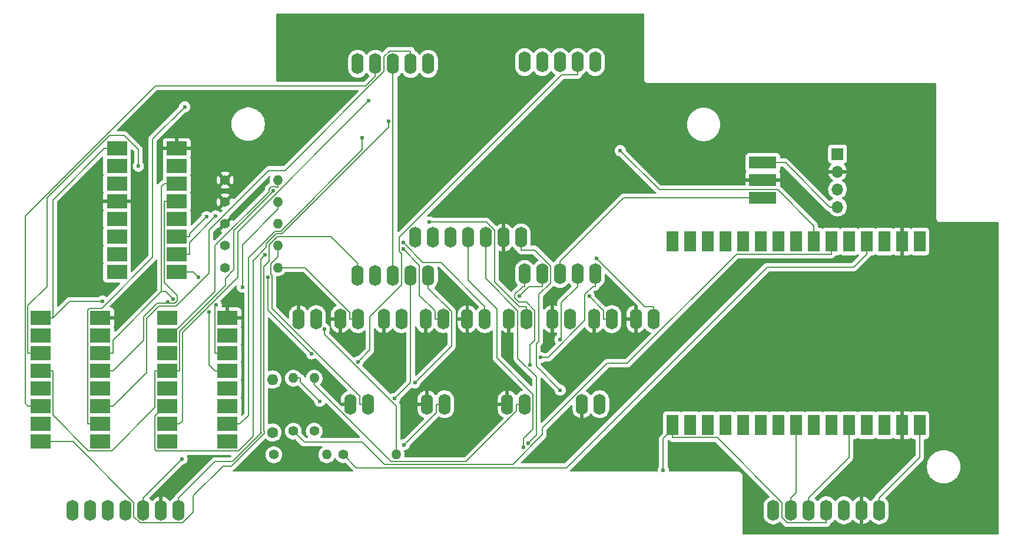
<source format=gbr>
%TF.GenerationSoftware,KiCad,Pcbnew,8.0.1*%
%TF.CreationDate,2024-04-10T11:02:19-04:00*%
%TF.ProjectId,Baja Dashboard Schematic Part 2,42616a61-2044-4617-9368-626f61726420,rev?*%
%TF.SameCoordinates,Original*%
%TF.FileFunction,Copper,L2,Bot*%
%TF.FilePolarity,Positive*%
%FSLAX46Y46*%
G04 Gerber Fmt 4.6, Leading zero omitted, Abs format (unit mm)*
G04 Created by KiCad (PCBNEW 8.0.1) date 2024-04-10 11:02:19*
%MOMM*%
%LPD*%
G01*
G04 APERTURE LIST*
%TA.AperFunction,ComponentPad*%
%ADD10O,1.750000X3.000000*%
%TD*%
%TA.AperFunction,ComponentPad*%
%ADD11C,1.400000*%
%TD*%
%TA.AperFunction,ComponentPad*%
%ADD12O,1.400000X1.400000*%
%TD*%
%TA.AperFunction,ComponentPad*%
%ADD13R,1.700000X1.700000*%
%TD*%
%TA.AperFunction,ComponentPad*%
%ADD14O,1.700000X1.700000*%
%TD*%
%TA.AperFunction,ComponentPad*%
%ADD15R,4.000000X1.750000*%
%TD*%
%TA.AperFunction,ComponentPad*%
%ADD16C,1.600000*%
%TD*%
%TA.AperFunction,ComponentPad*%
%ADD17O,1.600000X1.600000*%
%TD*%
%TA.AperFunction,ComponentPad*%
%ADD18R,3.000000X2.000000*%
%TD*%
%TA.AperFunction,ComponentPad*%
%ADD19R,1.700000X3.000000*%
%TD*%
%TA.AperFunction,ViaPad*%
%ADD20C,0.600000*%
%TD*%
%TA.AperFunction,Conductor*%
%ADD21C,0.200000*%
%TD*%
G04 APERTURE END LIST*
D10*
%TO.P,D4,1,K*%
%TO.N,GND*%
X162250000Y-111500000D03*
%TO.P,D4,2,A*%
%TO.N,Net-(D4-A)*%
X164790000Y-111500000D03*
%TD*%
%TO.P,D2,1,K*%
%TO.N,GND*%
X150000000Y-111500000D03*
%TO.P,D2,2,A*%
%TO.N,Net-(D2-A)*%
X152540000Y-111500000D03*
%TD*%
D11*
%TO.P,R10,1*%
%TO.N,Net-(U4-D27)*%
X125000000Y-127620000D03*
D12*
%TO.P,R10,2*%
%TO.N,Net-(D13-A)*%
X125000000Y-120000000D03*
%TD*%
D13*
%TO.P,J1,1,Pin_1*%
%TO.N,Net-(J1-Pin_1)*%
X203250000Y-87750000D03*
D14*
%TO.P,J1,2,Pin_2*%
%TO.N,GND*%
X203250000Y-90290000D03*
%TO.P,J1,3,Pin_3*%
%TO.N,Net-(J1-Pin_3)*%
X203250000Y-92830000D03*
%TO.P,J1,4,Pin_4*%
%TO.N,+12V*%
X203250000Y-95370000D03*
%TD*%
D15*
%TO.P,U8,1,Vin*%
%TO.N,+12V*%
X192500000Y-89000000D03*
%TO.P,U8,2,GND*%
%TO.N,GND*%
X192500000Y-91540000D03*
%TO.P,U8,3,Vout*%
%TO.N,+5V*%
X192500000Y-94080000D03*
%TD*%
D10*
%TO.P,D1,1,K*%
%TO.N,GND*%
X144000000Y-111500000D03*
%TO.P,D1,2,A*%
%TO.N,Net-(D1-A)*%
X146540000Y-111500000D03*
%TD*%
D16*
%TO.P,R5,1*%
%TO.N,Net-(U4-D14)*%
X122000000Y-127810000D03*
D17*
%TO.P,R5,2*%
%TO.N,Net-(D8-A)*%
X122000000Y-120190000D03*
%TD*%
D10*
%TO.P,D6,1,K*%
%TO.N,GND*%
X174250000Y-111500000D03*
%TO.P,D6,2,A*%
%TO.N,Net-(D6-A)*%
X176790000Y-111500000D03*
%TD*%
%TO.P,D13,1,K*%
%TO.N,GND*%
X166500000Y-123750000D03*
%TO.P,D13,2,A*%
%TO.N,Net-(D13-A)*%
X169040000Y-123750000D03*
%TD*%
%TO.P,D9,1,K*%
%TO.N,GND*%
X131750000Y-111500000D03*
%TO.P,D9,2,A*%
%TO.N,Net-(D9-A)*%
X134290000Y-111500000D03*
%TD*%
D11*
%TO.P,R2,1*%
%TO.N,GND*%
X115190000Y-94650000D03*
D12*
%TO.P,R2,2*%
%TO.N,Net-(U2-R-EXT)*%
X122810000Y-94650000D03*
%TD*%
D10*
%TO.P,U5,1,2*%
%TO.N,Net-(U1-~{OUT2})*%
X168410000Y-74520000D03*
%TO.P,U5,2,1*%
%TO.N,Net-(U1-~{OUT1})*%
X165870000Y-74520000D03*
%TO.P,U5,3,GND*%
%TO.N,+5V*%
X163330000Y-74520000D03*
%TO.P,U5,4,6*%
%TO.N,Net-(U1-~{OUT6})*%
X160790000Y-74520000D03*
%TO.P,U5,5,5*%
%TO.N,Net-(U1-~{OUT5})*%
X158250000Y-74520000D03*
%TO.P,U5,6,4*%
%TO.N,Net-(U1-~{OUT4})*%
X158250000Y-105000000D03*
%TO.P,U5,7,7*%
%TO.N,Net-(U1-~{OUT7})*%
X160790000Y-105000000D03*
%TO.P,U5,8,GND*%
%TO.N,+5V*%
X163330000Y-105000000D03*
%TO.P,U5,9,3*%
%TO.N,Net-(U1-~{OUT3})*%
X165870000Y-105000000D03*
%TO.P,U5,10,0*%
%TO.N,Net-(U1-~{OUT0})*%
X168410000Y-105000000D03*
%TD*%
%TO.P,D3,1,K*%
%TO.N,GND*%
X156000000Y-111500000D03*
%TO.P,D3,2,A*%
%TO.N,Net-(D3-A)*%
X158540000Y-111500000D03*
%TD*%
D11*
%TO.P,R3,1*%
%TO.N,GND*%
X115190000Y-97800000D03*
D12*
%TO.P,R3,2*%
%TO.N,Net-(U3-R-EXT)*%
X122810000Y-97800000D03*
%TD*%
D11*
%TO.P,R1,1*%
%TO.N,GND*%
X115190000Y-91500000D03*
D12*
%TO.P,R1,2*%
%TO.N,Net-(U1-R-EXT)*%
X122810000Y-91500000D03*
%TD*%
D10*
%TO.P,D12,1,K*%
%TO.N,GND*%
X155750000Y-123750000D03*
%TO.P,D12,2,A*%
%TO.N,Net-(D12-A)*%
X158290000Y-123750000D03*
%TD*%
%TO.P,D11,1,K*%
%TO.N,GND*%
X144210000Y-123750000D03*
%TO.P,D11,2,A*%
%TO.N,Net-(D11-A)*%
X146750000Y-123750000D03*
%TD*%
D11*
%TO.P,R4,1*%
%TO.N,+3.3V*%
X115190000Y-100950000D03*
D12*
%TO.P,R4,2*%
%TO.N,Net-(D7-A)*%
X122810000Y-100950000D03*
%TD*%
D10*
%TO.P,D8,1,K*%
%TO.N,GND*%
X138000000Y-111500000D03*
%TO.P,D8,2,A*%
%TO.N,Net-(D8-A)*%
X140540000Y-111500000D03*
%TD*%
%TO.P,D7,1,K*%
%TO.N,GND*%
X133210000Y-123750000D03*
%TO.P,D7,2,A*%
%TO.N,Net-(D7-A)*%
X135750000Y-123750000D03*
%TD*%
%TO.P,U6,1,2*%
%TO.N,Net-(U2-~{OUT2})*%
X144410000Y-74770000D03*
%TO.P,U6,2,1*%
%TO.N,Net-(U2-~{OUT1})*%
X141870000Y-74770000D03*
%TO.P,U6,3,GND*%
%TO.N,+5V*%
X139330000Y-74770000D03*
%TO.P,U6,4,6*%
%TO.N,Net-(U2-~{OUT6})*%
X136790000Y-74770000D03*
%TO.P,U6,5,5*%
%TO.N,Net-(U2-~{OUT5})*%
X134250000Y-74770000D03*
%TO.P,U6,6,4*%
%TO.N,Net-(U2-~{OUT4})*%
X134250000Y-105250000D03*
%TO.P,U6,7,7*%
%TO.N,Net-(U2-~{OUT7})*%
X136790000Y-105250000D03*
%TO.P,U6,8,GND*%
%TO.N,+5V*%
X139330000Y-105250000D03*
%TO.P,U6,9,3*%
%TO.N,Net-(U2-~{OUT3})*%
X141870000Y-105250000D03*
%TO.P,U6,10,0*%
%TO.N,Net-(U2-~{OUT0})*%
X144410000Y-105250000D03*
%TD*%
D11*
%TO.P,R6,1*%
%TO.N,Net-(U4-D13)*%
X115190000Y-104100000D03*
D12*
%TO.P,R6,2*%
%TO.N,Net-(D9-A)*%
X122810000Y-104100000D03*
%TD*%
D10*
%TO.P,U8_Left1,1,RST*%
%TO.N,unconnected-(U8_Left1-RST-Pad1)*%
X93260000Y-139000000D03*
%TO.P,U8_Left1,2,ES*%
%TO.N,Net-(U4-TX2)*%
X95800000Y-139000000D03*
%TO.P,U8_Left1,3,DC*%
%TO.N,Net-(U4-RX2)*%
X98340000Y-139000000D03*
%TO.P,U8_Left1,4,SDA*%
%TO.N,Net-(U4-D23)*%
X100880000Y-139000000D03*
%TO.P,U8_Left1,5,SCL*%
%TO.N,Net-(U4-D18)*%
X103420000Y-139000000D03*
%TO.P,U8_Left1,6,GND*%
%TO.N,GND*%
X105960000Y-139000000D03*
%TO.P,U8_Left1,7,VCC*%
%TO.N,+3.3V*%
X108500000Y-139000000D03*
%TD*%
D11*
%TO.P,R9,1*%
%TO.N,Net-(U4-D15)*%
X128000000Y-127620000D03*
D12*
%TO.P,R9,2*%
%TO.N,Net-(D12-A)*%
X128000000Y-120000000D03*
%TD*%
D10*
%TO.P,D10,1,K*%
%TO.N,GND*%
X125750000Y-111500000D03*
%TO.P,D10,2,A*%
%TO.N,Net-(D10-A)*%
X128290000Y-111500000D03*
%TD*%
%TO.P,U7_Right1,1,RST*%
%TO.N,unconnected-(U7_Right1-RST-Pad1)*%
X194000000Y-139000000D03*
%TO.P,U7_Right1,2,ES*%
%TO.N,Net-(U4-D5)*%
X196540000Y-139000000D03*
%TO.P,U7_Right1,3,DC*%
%TO.N,Net-(U4-D4)*%
X199080000Y-139000000D03*
%TO.P,U7_Right1,4,SDA*%
%TO.N,Net-(U4-D23)*%
X201620000Y-139000000D03*
%TO.P,U7_Right1,5,SCL*%
%TO.N,Net-(U4-D18)*%
X204160000Y-139000000D03*
%TO.P,U7_Right1,6,GND*%
%TO.N,GND*%
X206700000Y-139000000D03*
%TO.P,U7_Right1,7,VCC*%
%TO.N,+3.3V*%
X209240000Y-139000000D03*
%TD*%
D11*
%TO.P,R7,1*%
%TO.N,Net-(U4-D12)*%
X132190000Y-131000000D03*
D12*
%TO.P,R7,2*%
%TO.N,Net-(D10-A)*%
X139810000Y-131000000D03*
%TD*%
D10*
%TO.P,D5,1,K*%
%TO.N,GND*%
X168250000Y-111500000D03*
%TO.P,D5,2,A*%
%TO.N,Net-(D5-A)*%
X170790000Y-111500000D03*
%TD*%
D11*
%TO.P,R8,1*%
%TO.N,Net-(U4-D2)*%
X122190000Y-131000000D03*
D12*
%TO.P,R8,2*%
%TO.N,Net-(D11-A)*%
X129810000Y-131000000D03*
%TD*%
D18*
%TO.P,U2,1,GND*%
%TO.N,GND*%
X97250000Y-111340000D03*
%TO.P,U2,2,SDI*%
%TO.N,Net-(U1-SDO)*%
X97250000Y-113880000D03*
%TO.P,U2,3,CLK*%
%TO.N,Net-(U1-CLK)*%
X97250000Y-116420000D03*
%TO.P,U2,4,LE(ED1)*%
%TO.N,Net-(U1-LE(ED1))*%
X97250000Y-118960000D03*
%TO.P,U2,5,~{OUT0}*%
%TO.N,Net-(U2-~{OUT0})*%
X97250000Y-121500000D03*
%TO.P,U2,6,~{OUT1}*%
%TO.N,Net-(U2-~{OUT1})*%
X97250000Y-124040000D03*
%TO.P,U2,7,~{OUT2}*%
%TO.N,Net-(U2-~{OUT2})*%
X97250000Y-126580000D03*
%TO.P,U2,8,~{OUT3}*%
%TO.N,Net-(U2-~{OUT3})*%
X97250000Y-129120000D03*
%TO.P,U2,9,~{OUT4}*%
%TO.N,Net-(U2-~{OUT4})*%
X88630000Y-129120000D03*
%TO.P,U2,10,~{OUT5}*%
%TO.N,Net-(U2-~{OUT5})*%
X88630000Y-126580000D03*
%TO.P,U2,11,~{OUT6}*%
%TO.N,Net-(U2-~{OUT6})*%
X88630000Y-124040000D03*
%TO.P,U2,12,~{OUT7}*%
%TO.N,Net-(U2-~{OUT7})*%
X88630000Y-121500000D03*
%TO.P,U2,13,~{OE}(ED2)*%
%TO.N,Net-(U1-~{OE}(ED2))*%
X88630000Y-118960000D03*
%TO.P,U2,14,SDO*%
%TO.N,Net-(U2-SDO)*%
X88630000Y-116420000D03*
%TO.P,U2,15,R-EXT*%
%TO.N,Net-(U2-R-EXT)*%
X88630000Y-113880000D03*
%TO.P,U2,16,VDD*%
%TO.N,+5V*%
X88630000Y-111340000D03*
%TD*%
D19*
%TO.P,U4,1,3V3*%
%TO.N,+3.3V*%
X215060000Y-126750000D03*
%TO.P,U4,2,GND*%
%TO.N,GND*%
X212520000Y-126750000D03*
%TO.P,U4,3,D15*%
%TO.N,Net-(U4-D15)*%
X209980000Y-126750000D03*
%TO.P,U4,4,D2*%
%TO.N,Net-(U4-D2)*%
X207440000Y-126750000D03*
%TO.P,U4,5,D4*%
%TO.N,Net-(U4-D4)*%
X204900000Y-126750000D03*
%TO.P,U4,6,RX2*%
%TO.N,Net-(U4-RX2)*%
X202360000Y-126750000D03*
%TO.P,U4,7,TX2*%
%TO.N,Net-(U4-TX2)*%
X199820000Y-126750000D03*
%TO.P,U4,8,D5*%
%TO.N,Net-(U4-D5)*%
X197280000Y-126750000D03*
%TO.P,U4,9,D18*%
%TO.N,Net-(U4-D18)*%
X194740000Y-126750000D03*
%TO.P,U4,10,D19*%
%TO.N,unconnected-(U4-D19-Pad10)*%
X192200000Y-126750000D03*
%TO.P,U4,11,D21*%
%TO.N,Net-(U4-D21)*%
X189660000Y-126750000D03*
%TO.P,U4,12,RX0*%
%TO.N,unconnected-(U4-RX0-Pad12)*%
X187120000Y-126750000D03*
%TO.P,U4,13,TX0*%
%TO.N,unconnected-(U4-TX0-Pad13)*%
X184580000Y-126750000D03*
%TO.P,U4,14,D22*%
%TO.N,Net-(U4-D22)*%
X182040000Y-126750000D03*
%TO.P,U4,15,D23*%
%TO.N,Net-(U4-D23)*%
X179500000Y-126750000D03*
%TO.P,U4,16,EN*%
%TO.N,unconnected-(U4-EN-Pad16)*%
X179500000Y-100350000D03*
%TO.P,U4,17,UP*%
%TO.N,unconnected-(U4-UP-Pad17)*%
X182040000Y-100350000D03*
%TO.P,U4,18,UN*%
%TO.N,unconnected-(U4-UN-Pad18)*%
X184580000Y-100350000D03*
%TO.P,U4,19,D34*%
%TO.N,unconnected-(U4-D34-Pad19)*%
X187120000Y-100350000D03*
%TO.P,U4,20,D35*%
%TO.N,unconnected-(U4-D35-Pad20)*%
X189660000Y-100350000D03*
%TO.P,U4,21,D32*%
%TO.N,Net-(U1-SDI)*%
X192200000Y-100350000D03*
%TO.P,U4,22,D33*%
%TO.N,Net-(U1-CLK)*%
X194740000Y-100350000D03*
%TO.P,U4,23,D25*%
%TO.N,Net-(U1-LE(ED1))*%
X197280000Y-100350000D03*
%TO.P,U4,24,D26*%
%TO.N,Net-(U1-~{OE}(ED2))*%
X199820000Y-100350000D03*
%TO.P,U4,25,D27*%
%TO.N,Net-(U4-D27)*%
X202360000Y-100350000D03*
%TO.P,U4,26,D14*%
%TO.N,Net-(U4-D14)*%
X204900000Y-100350000D03*
%TO.P,U4,27,D12*%
%TO.N,Net-(U4-D12)*%
X207440000Y-100350000D03*
%TO.P,U4,28,D13*%
%TO.N,Net-(U4-D13)*%
X209980000Y-100350000D03*
%TO.P,U4,29,GND*%
%TO.N,GND*%
X212520000Y-100350000D03*
%TO.P,U4,30,VIN*%
%TO.N,+5V*%
X215060000Y-100350000D03*
%TD*%
D10*
%TO.P,U7,1,Vcc*%
%TO.N,+3.3V*%
X157750000Y-99750000D03*
%TO.P,U7,2,GND(Logic)*%
%TO.N,GND*%
X155210000Y-99750000D03*
%TO.P,U7,3,RX*%
%TO.N,Net-(U4-D22)*%
X152670000Y-99750000D03*
%TO.P,U7,4,TX*%
%TO.N,Net-(U4-D21)*%
X150130000Y-99750000D03*
%TO.P,U7,5,SLNT*%
%TO.N,unconnected-(U7-SLNT-Pad5)*%
X147590000Y-99750000D03*
%TO.P,U7,6,CANH*%
%TO.N,Net-(J1-Pin_1)*%
X145050000Y-99750000D03*
%TO.P,U7,7,CANL*%
%TO.N,Net-(J1-Pin_3)*%
X142510000Y-99750000D03*
%TD*%
D18*
%TO.P,U3,1,GND*%
%TO.N,GND*%
X108250000Y-86960000D03*
%TO.P,U3,2,SDI*%
%TO.N,Net-(U2-SDO)*%
X108250000Y-89500000D03*
%TO.P,U3,3,CLK*%
%TO.N,Net-(U1-CLK)*%
X108250000Y-92040000D03*
%TO.P,U3,4,LE(ED1)*%
%TO.N,Net-(U1-LE(ED1))*%
X108250000Y-94580000D03*
%TO.P,U3,5,~{OUT0}*%
%TO.N,Net-(D1-A)*%
X108250000Y-97120000D03*
%TO.P,U3,6,~{OUT1}*%
%TO.N,Net-(D2-A)*%
X108250000Y-99660000D03*
%TO.P,U3,7,~{OUT2}*%
%TO.N,Net-(D3-A)*%
X108250000Y-102200000D03*
%TO.P,U3,8,~{OUT3}*%
%TO.N,Net-(D4-A)*%
X108250000Y-104740000D03*
%TO.P,U3,9,~{OUT4}*%
%TO.N,Net-(D5-A)*%
X99630000Y-104740000D03*
%TO.P,U3,10,~{OUT5}*%
%TO.N,Net-(D6-A)*%
X99630000Y-102200000D03*
%TO.P,U3,11,~{OUT6}*%
%TO.N,unconnected-(U3-~{OUT6}-Pad11)*%
X99630000Y-99660000D03*
%TO.P,U3,12,~{OUT7}*%
%TO.N,unconnected-(U3-~{OUT7}-Pad12)*%
X99630000Y-97120000D03*
%TO.P,U3,13,~{OE}(ED2)*%
%TO.N,GND*%
X99630000Y-94580000D03*
%TO.P,U3,14,SDO*%
%TO.N,unconnected-(U3-SDO-Pad14)*%
X99630000Y-92040000D03*
%TO.P,U3,15,R-EXT*%
%TO.N,Net-(U3-R-EXT)*%
X99630000Y-89500000D03*
%TO.P,U3,16,VDD*%
%TO.N,+5V*%
X99630000Y-86960000D03*
%TD*%
%TO.P,U1,1,GND*%
%TO.N,GND*%
X115500000Y-111340000D03*
%TO.P,U1,2,SDI*%
%TO.N,Net-(U1-SDI)*%
X115500000Y-113880000D03*
%TO.P,U1,3,CLK*%
%TO.N,Net-(U1-CLK)*%
X115500000Y-116420000D03*
%TO.P,U1,4,LE(ED1)*%
%TO.N,Net-(U1-LE(ED1))*%
X115500000Y-118960000D03*
%TO.P,U1,5,~{OUT0}*%
%TO.N,Net-(U1-~{OUT0})*%
X115500000Y-121500000D03*
%TO.P,U1,6,~{OUT1}*%
%TO.N,Net-(U1-~{OUT1})*%
X115500000Y-124040000D03*
%TO.P,U1,7,~{OUT2}*%
%TO.N,Net-(U1-~{OUT2})*%
X115500000Y-126580000D03*
%TO.P,U1,8,~{OUT3}*%
%TO.N,Net-(U1-~{OUT3})*%
X115500000Y-129120000D03*
%TO.P,U1,9,~{OUT4}*%
%TO.N,Net-(U1-~{OUT4})*%
X106880000Y-129120000D03*
%TO.P,U1,10,~{OUT5}*%
%TO.N,Net-(U1-~{OUT5})*%
X106880000Y-126580000D03*
%TO.P,U1,11,~{OUT6}*%
%TO.N,Net-(U1-~{OUT6})*%
X106880000Y-124040000D03*
%TO.P,U1,12,~{OUT7}*%
%TO.N,Net-(U1-~{OUT7})*%
X106880000Y-121500000D03*
%TO.P,U1,13,~{OE}(ED2)*%
%TO.N,Net-(U1-~{OE}(ED2))*%
X106880000Y-118960000D03*
%TO.P,U1,14,SDO*%
%TO.N,Net-(U1-SDO)*%
X106880000Y-116420000D03*
%TO.P,U1,15,R-EXT*%
%TO.N,Net-(U1-R-EXT)*%
X106880000Y-113880000D03*
%TO.P,U1,16,VDD*%
%TO.N,+5V*%
X106880000Y-111340000D03*
%TD*%
D20*
%TO.N,Net-(U4-D22)*%
X158760800Y-129317900D03*
%TO.N,Net-(U4-D18)*%
X108991400Y-131626900D03*
%TO.N,Net-(U4-D21)*%
X158108700Y-129962000D03*
%TO.N,Net-(U4-D23)*%
X178194000Y-133279900D03*
%TO.N,Net-(U2-~{OUT3})*%
X139577200Y-122917200D03*
%TO.N,Net-(U1-~{OUT7})*%
X157468200Y-108211400D03*
%TO.N,Net-(U2-SDO)*%
X102712000Y-89500000D03*
%TO.N,Net-(U2-~{OUT2})*%
X109377700Y-80972400D03*
%TO.N,Net-(U2-~{OUT0})*%
X142476900Y-120664000D03*
%TO.N,Net-(U1-~{OUT0})*%
X160538300Y-117023800D03*
%TO.N,Net-(U1-~{OUT5})*%
X135862900Y-80118500D03*
%TO.N,Net-(U1-LE(ED1))*%
X112868100Y-110476100D03*
X106939000Y-109034800D03*
%TO.N,Net-(U1-~{OE}(ED2))*%
X172008500Y-87274900D03*
X122116300Y-93009700D03*
%TO.N,Net-(U1-~{OUT4})*%
X159047100Y-118076900D03*
%TO.N,Net-(U1-~{OUT3})*%
X163327800Y-114430600D03*
%TO.N,Net-(U1-~{OUT6})*%
X138705000Y-83018600D03*
%TO.N,Net-(U1-CLK)*%
X107706900Y-108633100D03*
X113910800Y-109433400D03*
%TO.N,Net-(U1-~{OUT2})*%
X134921000Y-85442000D03*
%TO.N,+5V*%
X97542800Y-108930400D03*
%TO.N,Net-(U1-~{OUT1})*%
X134302400Y-117636400D03*
%TO.N,+3.3V*%
X120898300Y-102276800D03*
X163374000Y-121725000D03*
%TO.N,Net-(U2-R-EXT)*%
X117667300Y-106883800D03*
%TO.N,Net-(D13-A)*%
X128808400Y-123330300D03*
%TO.N,Net-(D11-A)*%
X140929200Y-129570800D03*
%TO.N,Net-(D10-A)*%
X129466700Y-112909200D03*
%TO.N,Net-(D6-A)*%
X168554700Y-102746900D03*
%TO.N,Net-(D5-A)*%
X167534800Y-108191400D03*
%TO.N,Net-(D4-A)*%
X111326400Y-105465000D03*
X121344300Y-105475900D03*
X127619800Y-116495400D03*
%TO.N,Net-(D3-A)*%
X113847000Y-96659200D03*
X144578700Y-97546500D03*
%TO.N,Net-(D2-A)*%
X112525500Y-96771300D03*
X140807500Y-100524500D03*
%TO.N,Net-(D1-A)*%
X140809700Y-101452600D03*
%TD*%
D21*
%TO.N,Net-(U2-~{OUT6})*%
X89130000Y-124040000D02*
X86828300Y-124040000D01*
X136790000Y-74770000D02*
X136790000Y-76571700D01*
X86426600Y-123638300D02*
X86828300Y-124040000D01*
X86426600Y-96667200D02*
X86426600Y-123638300D01*
X105160000Y-77933800D02*
X86426600Y-96667200D01*
X135427900Y-77933800D02*
X105160000Y-77933800D01*
X136790000Y-76571700D02*
X135427900Y-77933800D01*
%TO.N,Net-(U4-D5)*%
X197280000Y-136458300D02*
X196540000Y-137198300D01*
X197280000Y-126250000D02*
X197280000Y-136458300D01*
X196540000Y-139000000D02*
X196540000Y-137198300D01*
%TO.N,Net-(U4-D22)*%
X152670000Y-99750000D02*
X152670000Y-101551700D01*
X159928000Y-128150700D02*
X158760800Y-129317900D01*
X159928000Y-119808600D02*
X159928000Y-128150700D01*
X157270000Y-117150600D02*
X159928000Y-119808600D01*
X157270000Y-110281600D02*
X157270000Y-117150600D01*
X152670000Y-105681600D02*
X157270000Y-110281600D01*
X152670000Y-101551700D02*
X152670000Y-105681600D01*
%TO.N,Net-(U4-D18)*%
X103420000Y-139000000D02*
X103420000Y-137198300D01*
X103420000Y-137198300D02*
X108991400Y-131626900D01*
%TO.N,Net-(U4-D21)*%
X158108700Y-128659000D02*
X158108700Y-129962000D01*
X159477800Y-127289900D02*
X158108700Y-128659000D01*
X159477800Y-122300000D02*
X159477800Y-127289900D01*
X154270000Y-117092200D02*
X159477800Y-122300000D01*
X154270000Y-110039500D02*
X154270000Y-117092200D01*
X150130000Y-105899500D02*
X154270000Y-110039500D01*
X150130000Y-99750000D02*
X150130000Y-105899500D01*
%TO.N,Net-(U4-D23)*%
X185902100Y-128551700D02*
X179500000Y-128551700D01*
X195270000Y-137919600D02*
X185902100Y-128551700D01*
X195270000Y-140034800D02*
X195270000Y-137919600D01*
X196036900Y-140801700D02*
X195270000Y-140034800D01*
X201620000Y-140801700D02*
X196036900Y-140801700D01*
X201620000Y-139000000D02*
X201620000Y-140801700D01*
X179500000Y-126250000D02*
X179500000Y-127400800D01*
X179500000Y-127400800D02*
X179500000Y-128551700D01*
X178194000Y-128706800D02*
X178194000Y-133279900D01*
X179500000Y-127400800D02*
X178194000Y-128706800D01*
%TO.N,Net-(U4-D4)*%
X204900000Y-131378300D02*
X199080000Y-137198300D01*
X204900000Y-126250000D02*
X204900000Y-131378300D01*
X199080000Y-139000000D02*
X199080000Y-137198300D01*
%TO.N,Net-(U2-~{OUT1})*%
X96750000Y-124040000D02*
X99051700Y-124040000D01*
X141870000Y-74770000D02*
X141870000Y-72968300D01*
X138835000Y-72968300D02*
X141870000Y-72968300D01*
X138060000Y-73743300D02*
X138835000Y-72968300D01*
X138060000Y-75882300D02*
X138060000Y-73743300D01*
X123824900Y-90117400D02*
X138060000Y-75882300D01*
X121452300Y-90117400D02*
X123824900Y-90117400D01*
X112894000Y-98675700D02*
X121452300Y-90117400D01*
X112894000Y-104895800D02*
X112894000Y-98675700D01*
X108153200Y-109636600D02*
X112894000Y-104895800D01*
X105650800Y-109636600D02*
X108153200Y-109636600D01*
X103899000Y-111388400D02*
X105650800Y-109636600D01*
X103899000Y-119192700D02*
X103899000Y-111388400D01*
X99051700Y-124040000D02*
X103899000Y-119192700D01*
%TO.N,Net-(U2-~{OUT4})*%
X89130000Y-129120000D02*
X90431700Y-129120000D01*
X93308500Y-129120000D02*
X90431700Y-129120000D01*
X102056700Y-137868200D02*
X93308500Y-129120000D01*
X102056700Y-139947100D02*
X102056700Y-137868200D01*
X102929600Y-140820000D02*
X102056700Y-139947100D01*
X109038900Y-140820000D02*
X102929600Y-140820000D01*
X110632600Y-139226300D02*
X109038900Y-140820000D01*
X110632600Y-136926100D02*
X110632600Y-139226300D01*
X114917600Y-132641100D02*
X110632600Y-136926100D01*
X116117200Y-132641100D02*
X114917600Y-132641100D01*
X120820400Y-127937900D02*
X116117200Y-132641100D01*
X120820400Y-127693600D02*
X120820400Y-127937900D01*
X120742600Y-127615800D02*
X120820400Y-127693600D01*
X120742600Y-103948300D02*
X120742600Y-127615800D01*
X121525300Y-103165600D02*
X120742600Y-103948300D01*
X121525300Y-100796900D02*
X121525300Y-103165600D01*
X122682500Y-99639700D02*
X121525300Y-100796900D01*
X130441400Y-99639700D02*
X122682500Y-99639700D01*
X134250000Y-103448300D02*
X130441400Y-99639700D01*
X134250000Y-105250000D02*
X134250000Y-103448300D01*
%TO.N,Net-(U2-~{OUT3})*%
X141870000Y-120624400D02*
X141870000Y-105250000D01*
X139577200Y-122917200D02*
X141870000Y-120624400D01*
%TO.N,Net-(U1-~{OUT7})*%
X160790000Y-105000000D02*
X160790000Y-106801700D01*
X158877900Y-106801700D02*
X157468200Y-108211400D01*
X160790000Y-106801700D02*
X158877900Y-106801700D01*
%TO.N,Net-(U2-SDO)*%
X102712000Y-87115300D02*
X102712000Y-89500000D01*
X100711800Y-85115100D02*
X102712000Y-87115300D01*
X98546700Y-85115100D02*
X100711800Y-85115100D01*
X89603700Y-94058100D02*
X98546700Y-85115100D01*
X89603700Y-106805300D02*
X89603700Y-94058100D01*
X86828300Y-109580700D02*
X89603700Y-106805300D01*
X86828300Y-116420000D02*
X86828300Y-109580700D01*
X89130000Y-116420000D02*
X86828300Y-116420000D01*
%TO.N,Net-(U2-~{OUT2})*%
X104733600Y-85616500D02*
X109377700Y-80972400D01*
X104733600Y-102628500D02*
X104733600Y-85616500D01*
X97435400Y-109926700D02*
X104733600Y-102628500D01*
X95704700Y-109926700D02*
X97435400Y-109926700D01*
X95448300Y-110183100D02*
X95704700Y-109926700D01*
X95448300Y-126580000D02*
X95448300Y-110183100D01*
X96750000Y-126580000D02*
X95448300Y-126580000D01*
%TO.N,Net-(U2-~{OUT0})*%
X144410000Y-105250000D02*
X144410000Y-107051700D01*
X147727200Y-115413700D02*
X142476900Y-120664000D01*
X147727200Y-110368900D02*
X147727200Y-115413700D01*
X144410000Y-107051700D02*
X147727200Y-110368900D01*
%TO.N,Net-(U1-~{OUT0})*%
X168410000Y-105000000D02*
X168410000Y-106801700D01*
X160538300Y-117023700D02*
X160538300Y-117023800D01*
X161604600Y-117023700D02*
X160538300Y-117023700D01*
X166933100Y-111695200D02*
X161604600Y-117023700D01*
X166933100Y-107942300D02*
X166933100Y-111695200D01*
X168073700Y-106801700D02*
X166933100Y-107942300D01*
X168410000Y-106801700D02*
X168073700Y-106801700D01*
%TO.N,Net-(U1-~{OUT5})*%
X107380000Y-126580000D02*
X108681700Y-126580000D01*
X117018300Y-98963100D02*
X135862900Y-80118500D01*
X117018300Y-105474800D02*
X117018300Y-98963100D01*
X109083400Y-113409700D02*
X117018300Y-105474800D01*
X109083400Y-126178300D02*
X109083400Y-113409700D01*
X108681700Y-126580000D02*
X109083400Y-126178300D01*
%TO.N,Net-(U1-LE(ED1))*%
X96750000Y-118960000D02*
X99051700Y-118960000D01*
X107750000Y-94580000D02*
X106448300Y-94580000D01*
X106939000Y-109234900D02*
X106939000Y-109034800D01*
X107976600Y-109234900D02*
X106939000Y-109234900D01*
X108334300Y-108877200D02*
X107976600Y-109234900D01*
X108334300Y-108090000D02*
X108334300Y-108877200D01*
X106448300Y-106204000D02*
X108334300Y-108090000D01*
X106448300Y-94580000D02*
X106448300Y-106204000D01*
X103497300Y-114514400D02*
X99051700Y-118960000D01*
X103497300Y-111152900D02*
X103497300Y-114514400D01*
X105415300Y-109234900D02*
X103497300Y-111152900D01*
X106939000Y-109234900D02*
X105415300Y-109234900D01*
X115000000Y-118960000D02*
X113698300Y-118960000D01*
X112868100Y-118129800D02*
X112868100Y-110476100D01*
X113698300Y-118960000D02*
X112868100Y-118129800D01*
%TO.N,Net-(U1-~{OE}(ED2))*%
X90431700Y-125294900D02*
X90431700Y-118960000D01*
X95558500Y-130421700D02*
X90431700Y-125294900D01*
X98881100Y-130421700D02*
X95558500Y-130421700D01*
X105078300Y-124224500D02*
X98881100Y-130421700D01*
X105078300Y-118960000D02*
X105078300Y-124224500D01*
X89130000Y-118960000D02*
X90431700Y-118960000D01*
X106229200Y-118960000D02*
X107380000Y-118960000D01*
X106229200Y-118960000D02*
X105078300Y-118960000D01*
X108681700Y-113243400D02*
X108681700Y-118960000D01*
X115219900Y-106705200D02*
X108681700Y-113243400D01*
X115219900Y-105670100D02*
X115219900Y-106705200D01*
X116475300Y-104414700D02*
X115219900Y-105670100D01*
X116475300Y-98779300D02*
X116475300Y-104414700D01*
X122116300Y-93138300D02*
X116475300Y-98779300D01*
X122116300Y-93009700D02*
X122116300Y-93138300D01*
X177636900Y-92903300D02*
X172008500Y-87274900D01*
X194649600Y-92903300D02*
X177636900Y-92903300D01*
X199820000Y-98073700D02*
X194649600Y-92903300D01*
X199820000Y-100850000D02*
X199820000Y-98073700D01*
X107380000Y-118960000D02*
X108681700Y-118960000D01*
%TO.N,Net-(U1-~{OUT4})*%
X157978800Y-106801700D02*
X158250000Y-106801700D01*
X156804300Y-107976200D02*
X157978800Y-106801700D01*
X156804300Y-108421100D02*
X156804300Y-107976200D01*
X157438100Y-109054900D02*
X156804300Y-108421100D01*
X158485000Y-109054900D02*
X157438100Y-109054900D01*
X159716900Y-110286800D02*
X158485000Y-109054900D01*
X159716900Y-114512200D02*
X159716900Y-110286800D01*
X159047100Y-115182000D02*
X159716900Y-114512200D01*
X159047100Y-118076900D02*
X159047100Y-115182000D01*
X158250000Y-105000000D02*
X158250000Y-106801700D01*
%TO.N,Net-(U1-~{OUT3})*%
X165870000Y-105000000D02*
X165870000Y-106801700D01*
X163520000Y-114238400D02*
X163327800Y-114430600D01*
X163520000Y-109151700D02*
X163520000Y-114238400D01*
X165870000Y-106801700D02*
X163520000Y-109151700D01*
%TO.N,Net-(U1-~{OUT6})*%
X106463300Y-124040000D02*
X107380000Y-124040000D01*
X105078300Y-125425000D02*
X106463300Y-124040000D01*
X105078300Y-130246800D02*
X105078300Y-125425000D01*
X105308000Y-130476500D02*
X105078300Y-130246800D01*
X117070200Y-130476500D02*
X105308000Y-130476500D01*
X119218800Y-128327900D02*
X117070200Y-130476500D01*
X119218800Y-103103400D02*
X119218800Y-128327900D01*
X121123600Y-101198600D02*
X119218800Y-103103400D01*
X121123600Y-100630600D02*
X121123600Y-101198600D01*
X122516200Y-99238000D02*
X121123600Y-100630600D01*
X123367200Y-99238000D02*
X122516200Y-99238000D01*
X138705000Y-83900200D02*
X123367200Y-99238000D01*
X138705000Y-83018600D02*
X138705000Y-83900200D01*
%TO.N,Net-(U1-CLK)*%
X96750000Y-116420000D02*
X99051700Y-116420000D01*
X107750000Y-92040000D02*
X106448300Y-92040000D01*
X115000000Y-116420000D02*
X113698300Y-116420000D01*
X106046600Y-107527300D02*
X106046800Y-107527500D01*
X106046600Y-92441700D02*
X106046600Y-107527300D01*
X106448300Y-92040000D02*
X106046600Y-92441700D01*
X99051700Y-114522600D02*
X99051700Y-116420000D01*
X106046800Y-107527500D02*
X99051700Y-114522600D01*
X106601300Y-107527500D02*
X106046800Y-107527500D01*
X107706900Y-108633100D02*
X106601300Y-107527500D01*
X113698300Y-109645900D02*
X113910800Y-109433400D01*
X113698300Y-116420000D02*
X113698300Y-109645900D01*
%TO.N,Net-(U1-~{OUT2})*%
X115000000Y-126580000D02*
X117301700Y-126580000D01*
X134921000Y-87116100D02*
X134921000Y-85442000D01*
X123200800Y-98836300D02*
X134921000Y-87116100D01*
X122349900Y-98836300D02*
X123200800Y-98836300D01*
X118522100Y-102664100D02*
X122349900Y-98836300D01*
X118522100Y-125359600D02*
X118522100Y-102664100D01*
X117301700Y-126580000D02*
X118522100Y-125359600D01*
%TO.N,+5V*%
X90431700Y-94356600D02*
X97828300Y-86960000D01*
X90431700Y-111340000D02*
X90431700Y-94356600D01*
X89130000Y-111340000D02*
X90431700Y-111340000D01*
X100130000Y-86960000D02*
X97828300Y-86960000D01*
X163330000Y-105000000D02*
X163330000Y-103198300D01*
X139330000Y-74770000D02*
X139330000Y-105250000D01*
X92841300Y-108930400D02*
X90431700Y-111340000D01*
X97542800Y-108930400D02*
X92841300Y-108930400D01*
X172448300Y-94080000D02*
X163330000Y-103198300D01*
X192500000Y-94080000D02*
X172448300Y-94080000D01*
%TO.N,Net-(U1-~{OUT1})*%
X165870000Y-74520000D02*
X165870000Y-76321700D01*
X136003500Y-115935300D02*
X134302400Y-117636400D01*
X136003500Y-111123100D02*
X136003500Y-115935300D01*
X140532400Y-106594200D02*
X136003500Y-111123100D01*
X140532400Y-102055600D02*
X140532400Y-106594200D01*
X140205800Y-101729000D02*
X140532400Y-102055600D01*
X140205800Y-99737500D02*
X140205800Y-101729000D01*
X163621600Y-76321700D02*
X140205800Y-99737500D01*
X165870000Y-76321700D02*
X163621600Y-76321700D01*
%TO.N,Net-(U4-D27)*%
X202360000Y-100850000D02*
X202360000Y-102151700D01*
X188713300Y-102151700D02*
X202360000Y-102151700D01*
X173000800Y-117864200D02*
X188713300Y-102151700D01*
X170092000Y-117864200D02*
X173000800Y-117864200D01*
X160829200Y-127127000D02*
X170092000Y-117864200D01*
X160829200Y-128121000D02*
X160829200Y-127127000D01*
X156529400Y-132420800D02*
X160829200Y-128121000D01*
X138129100Y-132420800D02*
X156529400Y-132420800D01*
X134887000Y-129178700D02*
X138129100Y-132420800D01*
X126558700Y-129178700D02*
X134887000Y-129178700D01*
X125000000Y-127620000D02*
X126558700Y-129178700D01*
%TO.N,Net-(U4-D12)*%
X207440000Y-100850000D02*
X207440000Y-102151700D01*
X205567000Y-104024700D02*
X207440000Y-102151700D01*
X193153000Y-104024700D02*
X205567000Y-104024700D01*
X164304000Y-132873700D02*
X193153000Y-104024700D01*
X134063700Y-132873700D02*
X164304000Y-132873700D01*
X132190000Y-131000000D02*
X134063700Y-132873700D01*
%TO.N,+3.3V*%
X209240000Y-138099100D02*
X209240000Y-137597400D01*
X209240000Y-139000000D02*
X209240000Y-138099100D01*
X209240000Y-137597400D02*
X209240000Y-137198300D01*
X215060000Y-131378300D02*
X215060000Y-126250000D01*
X209240000Y-137198300D02*
X215060000Y-131378300D01*
X108500000Y-139000000D02*
X108500000Y-137198300D01*
X157750000Y-99750000D02*
X157750000Y-101551700D01*
X113742500Y-131955800D02*
X108500000Y-137198300D01*
X116234500Y-131955800D02*
X113742500Y-131955800D01*
X120374500Y-127815800D02*
X116234500Y-131955800D01*
X120374500Y-127815700D02*
X120374500Y-127815800D01*
X120340900Y-127782100D02*
X120374500Y-127815700D01*
X120340900Y-102834200D02*
X120340900Y-127782100D01*
X120898300Y-102276800D02*
X120340900Y-102834200D01*
X159684600Y-101551700D02*
X157750000Y-101551700D01*
X161978700Y-103845800D02*
X159684600Y-101551700D01*
X161978700Y-106298000D02*
X161978700Y-103845800D01*
X160318700Y-107958000D02*
X161978700Y-106298000D01*
X160318700Y-114678300D02*
X160318700Y-107958000D01*
X159917000Y-115080000D02*
X160318700Y-114678300D01*
X159917000Y-118268000D02*
X159917000Y-115080000D01*
X163374000Y-121725000D02*
X159917000Y-118268000D01*
%TO.N,Net-(U2-R-EXT)*%
X122810000Y-94650000D02*
X122810000Y-95651700D01*
X117667300Y-100794400D02*
X117667300Y-106883800D01*
X122810000Y-95651700D02*
X117667300Y-100794400D01*
%TO.N,Net-(U1-R-EXT)*%
X122810000Y-91500000D02*
X122810000Y-92501700D01*
X113739200Y-107520800D02*
X107380000Y-113880000D01*
X113739200Y-100947400D02*
X113739200Y-107520800D01*
X121514600Y-93172000D02*
X113739200Y-100947400D01*
X121514600Y-92760600D02*
X121514600Y-93172000D01*
X121867200Y-92408000D02*
X121514600Y-92760600D01*
X122365500Y-92408000D02*
X121867200Y-92408000D01*
X122459200Y-92501700D02*
X122365500Y-92408000D01*
X122810000Y-92501700D02*
X122459200Y-92501700D01*
%TO.N,+12V*%
X195728300Y-89000000D02*
X202098300Y-95370000D01*
X192500000Y-89000000D02*
X195728300Y-89000000D01*
X203250000Y-95370000D02*
X202098300Y-95370000D01*
%TO.N,Net-(D13-A)*%
X125000000Y-120000000D02*
X126001700Y-120000000D01*
X126001700Y-120523600D02*
X128808400Y-123330300D01*
X126001700Y-120000000D02*
X126001700Y-120523600D01*
%TO.N,Net-(D12-A)*%
X128000000Y-120000000D02*
X128000000Y-121001700D01*
X158290000Y-123750000D02*
X157113300Y-123750000D01*
X139013800Y-132015500D02*
X128000000Y-121001700D01*
X149819200Y-132015500D02*
X139013800Y-132015500D01*
X157113300Y-124721400D02*
X149819200Y-132015500D01*
X157113300Y-123750000D02*
X157113300Y-124721400D01*
%TO.N,Net-(D11-A)*%
X145573300Y-124926700D02*
X140929200Y-129570800D01*
X145573300Y-123750000D02*
X145573300Y-124926700D01*
X146750000Y-123750000D02*
X145573300Y-123750000D01*
%TO.N,Net-(D10-A)*%
X139810000Y-124000800D02*
X139810000Y-131000000D01*
X129466700Y-113657500D02*
X139810000Y-124000800D01*
X129466700Y-112909200D02*
X129466700Y-113657500D01*
%TO.N,Net-(D9-A)*%
X133113300Y-110526500D02*
X133113300Y-111500000D01*
X126686800Y-104100000D02*
X133113300Y-110526500D01*
X122810000Y-104100000D02*
X126686800Y-104100000D01*
X134290000Y-111500000D02*
X133113300Y-111500000D01*
%TO.N,Net-(D7-A)*%
X122810000Y-100950000D02*
X122810000Y-101951700D01*
X135750000Y-123750000D02*
X134573300Y-123750000D01*
X122810000Y-102519700D02*
X122810000Y-101951700D01*
X121790200Y-103539500D02*
X122810000Y-102519700D01*
X121790200Y-105070900D02*
X121790200Y-103539500D01*
X121946000Y-105226700D02*
X121790200Y-105070900D01*
X121946000Y-109998100D02*
X121946000Y-105226700D01*
X127841600Y-115893700D02*
X121946000Y-109998100D01*
X127869000Y-115893700D02*
X127841600Y-115893700D01*
X134573300Y-122598000D02*
X127869000Y-115893700D01*
X134573300Y-123750000D02*
X134573300Y-122598000D01*
%TO.N,Net-(D6-A)*%
X176790000Y-111500000D02*
X176790000Y-109698300D01*
X175506100Y-109698300D02*
X168554700Y-102746900D01*
X176790000Y-109698300D02*
X175506100Y-109698300D01*
%TO.N,Net-(D5-A)*%
X169613300Y-110269900D02*
X167534800Y-108191400D01*
X169613300Y-111500000D02*
X169613300Y-110269900D01*
X170790000Y-111500000D02*
X169613300Y-111500000D01*
%TO.N,Net-(D4-A)*%
X121344300Y-110219900D02*
X127619800Y-116495400D01*
X121344300Y-105475900D02*
X121344300Y-110219900D01*
X110601400Y-104740000D02*
X111326400Y-105465000D01*
X107750000Y-104740000D02*
X110601400Y-104740000D01*
%TO.N,Net-(D3-A)*%
X110051700Y-100454500D02*
X113847000Y-96659200D01*
X110051700Y-102200000D02*
X110051700Y-100454500D01*
X158540000Y-111500000D02*
X158540000Y-109698300D01*
X107750000Y-102200000D02*
X110051700Y-102200000D01*
X157513400Y-109698300D02*
X158540000Y-109698300D01*
X153940000Y-106124900D02*
X157513400Y-109698300D01*
X153940000Y-98712000D02*
X153940000Y-106124900D01*
X152774500Y-97546500D02*
X153940000Y-98712000D01*
X144578700Y-97546500D02*
X152774500Y-97546500D01*
%TO.N,Net-(D2-A)*%
X110051700Y-99245100D02*
X112525500Y-96771300D01*
X110051700Y-99660000D02*
X110051700Y-99245100D01*
X146201100Y-103359400D02*
X152540000Y-109698300D01*
X143642400Y-103359400D02*
X146201100Y-103359400D01*
X140807500Y-100524500D02*
X143642400Y-103359400D01*
X152540000Y-111500000D02*
X152540000Y-109698300D01*
X107750000Y-99660000D02*
X110051700Y-99660000D01*
%TO.N,Net-(D1-A)*%
X146540000Y-111500000D02*
X145363300Y-111500000D01*
X143140000Y-103782900D02*
X140809700Y-101452600D01*
X143140000Y-108100000D02*
X143140000Y-103782900D01*
X145363300Y-110323300D02*
X143140000Y-108100000D01*
X145363300Y-111500000D02*
X145363300Y-110323300D01*
%TD*%
%TA.AperFunction,Conductor*%
%TO.N,GND*%
G36*
X175392539Y-67570185D02*
G01*
X175438294Y-67622989D01*
X175449500Y-67674500D01*
X175449500Y-76927525D01*
X175449500Y-77072475D01*
X175477563Y-77177206D01*
X175487017Y-77212488D01*
X175559488Y-77338011D01*
X175559490Y-77338013D01*
X175559491Y-77338015D01*
X175661985Y-77440509D01*
X175661986Y-77440510D01*
X175661988Y-77440511D01*
X175787511Y-77512982D01*
X175787512Y-77512982D01*
X175787515Y-77512984D01*
X175927525Y-77550500D01*
X217325500Y-77550500D01*
X217392539Y-77570185D01*
X217438294Y-77622989D01*
X217449500Y-77674500D01*
X217449500Y-96927525D01*
X217449500Y-97072475D01*
X217479720Y-97185256D01*
X217487017Y-97212488D01*
X217559488Y-97338011D01*
X217559490Y-97338013D01*
X217559491Y-97338015D01*
X217661985Y-97440509D01*
X217661986Y-97440510D01*
X217661988Y-97440511D01*
X217787511Y-97512982D01*
X217787512Y-97512982D01*
X217787515Y-97512984D01*
X217927525Y-97550500D01*
X226325500Y-97550500D01*
X226392539Y-97570185D01*
X226438294Y-97622989D01*
X226449500Y-97674500D01*
X226449500Y-142325500D01*
X226429815Y-142392539D01*
X226377011Y-142438294D01*
X226325500Y-142449500D01*
X189674500Y-142449500D01*
X189607461Y-142429815D01*
X189561706Y-142377011D01*
X189550500Y-142325500D01*
X189550500Y-133927527D01*
X189550500Y-133927525D01*
X189512984Y-133787515D01*
X189440509Y-133661985D01*
X189338015Y-133559491D01*
X189338013Y-133559490D01*
X189338011Y-133559488D01*
X189212488Y-133487017D01*
X189212489Y-133487017D01*
X189201006Y-133483940D01*
X189072475Y-133449500D01*
X189072472Y-133449500D01*
X179119212Y-133449500D01*
X179052173Y-133429815D01*
X179006418Y-133377011D01*
X178995992Y-133311617D01*
X178999565Y-133279904D01*
X178999565Y-133279896D01*
X178979369Y-133100650D01*
X178979368Y-133100645D01*
X178919789Y-132930378D01*
X178823816Y-132777638D01*
X178823814Y-132777636D01*
X178823813Y-132777634D01*
X178821550Y-132774796D01*
X178820659Y-132772615D01*
X178820111Y-132771742D01*
X178820264Y-132771645D01*
X178795144Y-132710109D01*
X178794500Y-132697487D01*
X178794500Y-129006897D01*
X178814185Y-128939858D01*
X178830819Y-128919216D01*
X178837066Y-128912969D01*
X178898389Y-128879484D01*
X178968081Y-128884468D01*
X179011694Y-128916707D01*
X179013733Y-128914669D01*
X179019480Y-128920416D01*
X179131284Y-129032220D01*
X179131286Y-129032221D01*
X179131290Y-129032224D01*
X179241123Y-129095635D01*
X179268216Y-129111277D01*
X179420943Y-129152200D01*
X179579057Y-129152200D01*
X185602003Y-129152200D01*
X185669042Y-129171885D01*
X185689684Y-129188519D01*
X193437062Y-136935897D01*
X193470547Y-136997220D01*
X193465563Y-137066912D01*
X193423691Y-137122845D01*
X193405676Y-137134063D01*
X193279080Y-137198567D01*
X193204916Y-137252451D01*
X193103922Y-137325828D01*
X193103920Y-137325830D01*
X193103919Y-137325830D01*
X192950830Y-137478919D01*
X192950830Y-137478920D01*
X192950828Y-137478922D01*
X192896174Y-137554145D01*
X192823567Y-137654080D01*
X192725273Y-137846990D01*
X192725272Y-137846993D01*
X192658370Y-138052901D01*
X192624500Y-138266746D01*
X192624500Y-139733253D01*
X192658370Y-139947098D01*
X192725272Y-140153006D01*
X192725273Y-140153009D01*
X192806345Y-140312120D01*
X192823567Y-140345919D01*
X192950828Y-140521078D01*
X193103922Y-140674172D01*
X193279081Y-140801433D01*
X193344732Y-140834884D01*
X193471990Y-140899726D01*
X193471993Y-140899727D01*
X193513694Y-140913276D01*
X193677903Y-140966630D01*
X193891746Y-141000500D01*
X193891747Y-141000500D01*
X194108253Y-141000500D01*
X194108254Y-141000500D01*
X194322097Y-140966630D01*
X194528009Y-140899726D01*
X194720919Y-140801433D01*
X194896078Y-140674172D01*
X194896085Y-140674164D01*
X194897404Y-140673039D01*
X194898010Y-140672767D01*
X194900019Y-140671308D01*
X194900325Y-140671729D01*
X194961166Y-140644470D01*
X195030252Y-140654908D01*
X195065615Y-140679650D01*
X195552039Y-141166074D01*
X195552049Y-141166085D01*
X195556379Y-141170415D01*
X195556380Y-141170416D01*
X195668184Y-141282220D01*
X195668186Y-141282221D01*
X195668190Y-141282224D01*
X195786690Y-141350639D01*
X195805116Y-141361277D01*
X195916919Y-141391234D01*
X195957842Y-141402200D01*
X195957843Y-141402200D01*
X195957844Y-141402200D01*
X201699055Y-141402200D01*
X201699057Y-141402200D01*
X201851784Y-141361277D01*
X201988716Y-141282220D01*
X202100520Y-141170416D01*
X202179577Y-141033484D01*
X202211787Y-140913274D01*
X202248151Y-140853615D01*
X202275267Y-140834884D01*
X202340917Y-140801434D01*
X202340916Y-140801434D01*
X202340919Y-140801433D01*
X202516078Y-140674172D01*
X202669172Y-140521078D01*
X202789683Y-140355208D01*
X202845012Y-140312545D01*
X202914625Y-140306566D01*
X202976420Y-140339172D01*
X202990313Y-140355205D01*
X203110828Y-140521078D01*
X203263922Y-140674172D01*
X203439081Y-140801433D01*
X203504732Y-140834884D01*
X203631990Y-140899726D01*
X203631993Y-140899727D01*
X203673694Y-140913276D01*
X203837903Y-140966630D01*
X204051746Y-141000500D01*
X204051747Y-141000500D01*
X204268253Y-141000500D01*
X204268254Y-141000500D01*
X204482097Y-140966630D01*
X204688009Y-140899726D01*
X204880919Y-140801433D01*
X205056078Y-140674172D01*
X205209172Y-140521078D01*
X205329991Y-140354784D01*
X205385320Y-140312120D01*
X205454933Y-140306141D01*
X205516728Y-140338747D01*
X205530626Y-140354785D01*
X205651211Y-140520754D01*
X205651211Y-140520755D01*
X205804244Y-140673788D01*
X205979342Y-140801005D01*
X206172182Y-140899263D01*
X206172185Y-140899264D01*
X206378017Y-140966142D01*
X206450000Y-140977543D01*
X206450000Y-139288816D01*
X206466060Y-139304876D01*
X206552939Y-139355036D01*
X206649840Y-139381000D01*
X206750160Y-139381000D01*
X206847061Y-139355036D01*
X206933940Y-139304876D01*
X206950000Y-139288816D01*
X206950000Y-140977542D01*
X207021980Y-140966142D01*
X207021983Y-140966142D01*
X207227814Y-140899264D01*
X207227817Y-140899263D01*
X207420657Y-140801005D01*
X207595754Y-140673788D01*
X207595755Y-140673788D01*
X207748788Y-140520755D01*
X207748793Y-140520749D01*
X207869373Y-140354786D01*
X207924703Y-140312120D01*
X207994316Y-140306141D01*
X208056111Y-140338747D01*
X208070006Y-140354781D01*
X208190828Y-140521078D01*
X208343922Y-140674172D01*
X208519081Y-140801433D01*
X208584732Y-140834884D01*
X208711990Y-140899726D01*
X208711993Y-140899727D01*
X208753694Y-140913276D01*
X208917903Y-140966630D01*
X209131746Y-141000500D01*
X209131747Y-141000500D01*
X209348253Y-141000500D01*
X209348254Y-141000500D01*
X209562097Y-140966630D01*
X209768009Y-140899726D01*
X209960919Y-140801433D01*
X210136078Y-140674172D01*
X210289172Y-140521078D01*
X210416433Y-140345919D01*
X210514726Y-140153009D01*
X210581630Y-139947097D01*
X210615500Y-139733254D01*
X210615500Y-138266746D01*
X210581630Y-138052903D01*
X210548167Y-137949914D01*
X210514727Y-137846993D01*
X210514726Y-137846990D01*
X210433437Y-137687454D01*
X210416433Y-137654081D01*
X210289172Y-137478922D01*
X210136573Y-137326323D01*
X210103088Y-137265000D01*
X210108072Y-137195308D01*
X210136573Y-137150961D01*
X212744800Y-134542734D01*
X214402721Y-132884813D01*
X216099500Y-132884813D01*
X216129686Y-133152719D01*
X216129687Y-133152728D01*
X216129688Y-133152732D01*
X216144687Y-133218446D01*
X216189684Y-133415594D01*
X216189687Y-133415602D01*
X216278734Y-133670082D01*
X216395714Y-133912994D01*
X216404846Y-133927527D01*
X216539162Y-134141289D01*
X216707266Y-134352085D01*
X216897915Y-134542734D01*
X217108711Y-134710838D01*
X217337003Y-134854284D01*
X217579921Y-134971267D01*
X217771049Y-135038145D01*
X217834397Y-135060312D01*
X217834405Y-135060315D01*
X217834408Y-135060315D01*
X217834409Y-135060316D01*
X218097268Y-135120312D01*
X218365187Y-135150499D01*
X218365188Y-135150500D01*
X218365191Y-135150500D01*
X218634812Y-135150500D01*
X218634812Y-135150499D01*
X218902732Y-135120312D01*
X219165591Y-135060316D01*
X219420079Y-134971267D01*
X219662997Y-134854284D01*
X219891289Y-134710838D01*
X220102085Y-134542734D01*
X220292734Y-134352085D01*
X220460838Y-134141289D01*
X220604284Y-133912997D01*
X220721267Y-133670079D01*
X220810316Y-133415591D01*
X220870312Y-133152732D01*
X220900500Y-132884809D01*
X220900500Y-132615191D01*
X220870312Y-132347268D01*
X220810316Y-132084409D01*
X220802306Y-132061519D01*
X220734950Y-131869026D01*
X220721267Y-131829921D01*
X220604284Y-131587003D01*
X220460838Y-131358711D01*
X220292734Y-131147915D01*
X220102085Y-130957266D01*
X220095910Y-130952342D01*
X220033058Y-130902219D01*
X219891289Y-130789162D01*
X219662997Y-130645716D01*
X219662994Y-130645714D01*
X219420082Y-130528734D01*
X219165602Y-130439687D01*
X219165594Y-130439684D01*
X218967566Y-130394486D01*
X218902732Y-130379688D01*
X218902728Y-130379687D01*
X218902719Y-130379686D01*
X218634813Y-130349500D01*
X218634809Y-130349500D01*
X218365191Y-130349500D01*
X218365186Y-130349500D01*
X218097280Y-130379686D01*
X218097268Y-130379688D01*
X217834405Y-130439684D01*
X217834397Y-130439687D01*
X217579917Y-130528734D01*
X217337005Y-130645714D01*
X217108712Y-130789161D01*
X216897915Y-130957265D01*
X216707265Y-131147915D01*
X216539161Y-131358712D01*
X216395714Y-131587005D01*
X216278734Y-131829917D01*
X216189687Y-132084397D01*
X216189684Y-132084405D01*
X216129688Y-132347268D01*
X216129686Y-132347280D01*
X216099500Y-132615186D01*
X216099500Y-132884813D01*
X214402721Y-132884813D01*
X215428713Y-131858821D01*
X215428716Y-131858820D01*
X215540520Y-131747016D01*
X215590639Y-131660204D01*
X215619577Y-131610085D01*
X215660501Y-131457357D01*
X215660501Y-131299243D01*
X215660501Y-131291648D01*
X215660500Y-131291630D01*
X215660500Y-128874499D01*
X215680185Y-128807460D01*
X215732989Y-128761705D01*
X215784500Y-128750499D01*
X215957871Y-128750499D01*
X215957872Y-128750499D01*
X216017483Y-128744091D01*
X216152331Y-128693796D01*
X216267546Y-128607546D01*
X216353796Y-128492331D01*
X216404091Y-128357483D01*
X216410500Y-128297873D01*
X216410499Y-125202128D01*
X216404091Y-125142517D01*
X216398132Y-125126541D01*
X216353797Y-125007671D01*
X216353793Y-125007664D01*
X216267547Y-124892455D01*
X216267544Y-124892452D01*
X216152335Y-124806206D01*
X216152328Y-124806202D01*
X216017482Y-124755908D01*
X216017483Y-124755908D01*
X215957883Y-124749501D01*
X215957881Y-124749500D01*
X215957873Y-124749500D01*
X215957864Y-124749500D01*
X214162129Y-124749500D01*
X214162123Y-124749501D01*
X214102516Y-124755908D01*
X213967671Y-124806202D01*
X213967669Y-124806204D01*
X213863894Y-124883890D01*
X213798430Y-124908307D01*
X213730157Y-124893456D01*
X213715272Y-124883890D01*
X213612088Y-124806646D01*
X213612086Y-124806645D01*
X213477379Y-124756403D01*
X213477372Y-124756401D01*
X213417844Y-124750000D01*
X212770000Y-124750000D01*
X212770000Y-125961184D01*
X212753940Y-125945124D01*
X212667061Y-125894964D01*
X212570160Y-125869000D01*
X212469840Y-125869000D01*
X212372939Y-125894964D01*
X212286060Y-125945124D01*
X212270000Y-125961184D01*
X212270000Y-124750000D01*
X211622155Y-124750000D01*
X211562627Y-124756401D01*
X211562620Y-124756403D01*
X211427913Y-124806645D01*
X211427910Y-124806647D01*
X211324727Y-124883890D01*
X211259262Y-124908307D01*
X211190989Y-124893455D01*
X211176105Y-124883889D01*
X211072335Y-124806206D01*
X211072328Y-124806202D01*
X210937482Y-124755908D01*
X210937483Y-124755908D01*
X210877883Y-124749501D01*
X210877881Y-124749500D01*
X210877873Y-124749500D01*
X210877864Y-124749500D01*
X209082129Y-124749500D01*
X209082123Y-124749501D01*
X209022516Y-124755908D01*
X208887671Y-124806202D01*
X208887669Y-124806203D01*
X208784311Y-124883578D01*
X208718847Y-124907995D01*
X208650574Y-124893144D01*
X208635689Y-124883578D01*
X208532330Y-124806203D01*
X208532328Y-124806202D01*
X208397482Y-124755908D01*
X208397483Y-124755908D01*
X208337883Y-124749501D01*
X208337881Y-124749500D01*
X208337873Y-124749500D01*
X208337864Y-124749500D01*
X206542129Y-124749500D01*
X206542123Y-124749501D01*
X206482516Y-124755908D01*
X206347671Y-124806202D01*
X206347669Y-124806203D01*
X206244311Y-124883578D01*
X206178847Y-124907995D01*
X206110574Y-124893144D01*
X206095689Y-124883578D01*
X205992330Y-124806203D01*
X205992328Y-124806202D01*
X205857482Y-124755908D01*
X205857483Y-124755908D01*
X205797883Y-124749501D01*
X205797881Y-124749500D01*
X205797873Y-124749500D01*
X205797864Y-124749500D01*
X204002129Y-124749500D01*
X204002123Y-124749501D01*
X203942516Y-124755908D01*
X203807671Y-124806202D01*
X203807669Y-124806203D01*
X203704311Y-124883578D01*
X203638847Y-124907995D01*
X203570574Y-124893144D01*
X203555689Y-124883578D01*
X203452330Y-124806203D01*
X203452328Y-124806202D01*
X203317482Y-124755908D01*
X203317483Y-124755908D01*
X203257883Y-124749501D01*
X203257881Y-124749500D01*
X203257873Y-124749500D01*
X203257864Y-124749500D01*
X201462129Y-124749500D01*
X201462123Y-124749501D01*
X201402516Y-124755908D01*
X201267671Y-124806202D01*
X201267669Y-124806203D01*
X201164311Y-124883578D01*
X201098847Y-124907995D01*
X201030574Y-124893144D01*
X201015689Y-124883578D01*
X200912330Y-124806203D01*
X200912328Y-124806202D01*
X200777482Y-124755908D01*
X200777483Y-124755908D01*
X200717883Y-124749501D01*
X200717881Y-124749500D01*
X200717873Y-124749500D01*
X200717864Y-124749500D01*
X198922129Y-124749500D01*
X198922123Y-124749501D01*
X198862516Y-124755908D01*
X198727671Y-124806202D01*
X198727669Y-124806203D01*
X198624311Y-124883578D01*
X198558847Y-124907995D01*
X198490574Y-124893144D01*
X198475689Y-124883578D01*
X198372330Y-124806203D01*
X198372328Y-124806202D01*
X198237482Y-124755908D01*
X198237483Y-124755908D01*
X198177883Y-124749501D01*
X198177881Y-124749500D01*
X198177873Y-124749500D01*
X198177864Y-124749500D01*
X196382129Y-124749500D01*
X196382123Y-124749501D01*
X196322516Y-124755908D01*
X196187671Y-124806202D01*
X196187669Y-124806203D01*
X196084311Y-124883578D01*
X196018847Y-124907995D01*
X195950574Y-124893144D01*
X195935689Y-124883578D01*
X195832330Y-124806203D01*
X195832328Y-124806202D01*
X195697482Y-124755908D01*
X195697483Y-124755908D01*
X195637883Y-124749501D01*
X195637881Y-124749500D01*
X195637873Y-124749500D01*
X195637864Y-124749500D01*
X193842129Y-124749500D01*
X193842123Y-124749501D01*
X193782516Y-124755908D01*
X193647671Y-124806202D01*
X193647669Y-124806203D01*
X193544311Y-124883578D01*
X193478847Y-124907995D01*
X193410574Y-124893144D01*
X193395689Y-124883578D01*
X193292330Y-124806203D01*
X193292328Y-124806202D01*
X193157482Y-124755908D01*
X193157483Y-124755908D01*
X193097883Y-124749501D01*
X193097881Y-124749500D01*
X193097873Y-124749500D01*
X193097864Y-124749500D01*
X191302129Y-124749500D01*
X191302123Y-124749501D01*
X191242516Y-124755908D01*
X191107671Y-124806202D01*
X191107669Y-124806203D01*
X191004311Y-124883578D01*
X190938847Y-124907995D01*
X190870574Y-124893144D01*
X190855689Y-124883578D01*
X190752330Y-124806203D01*
X190752328Y-124806202D01*
X190617482Y-124755908D01*
X190617483Y-124755908D01*
X190557883Y-124749501D01*
X190557881Y-124749500D01*
X190557873Y-124749500D01*
X190557864Y-124749500D01*
X188762129Y-124749500D01*
X188762123Y-124749501D01*
X188702516Y-124755908D01*
X188567671Y-124806202D01*
X188567669Y-124806203D01*
X188464311Y-124883578D01*
X188398847Y-124907995D01*
X188330574Y-124893144D01*
X188315689Y-124883578D01*
X188212330Y-124806203D01*
X188212328Y-124806202D01*
X188077482Y-124755908D01*
X188077483Y-124755908D01*
X188017883Y-124749501D01*
X188017881Y-124749500D01*
X188017873Y-124749500D01*
X188017864Y-124749500D01*
X186222129Y-124749500D01*
X186222123Y-124749501D01*
X186162516Y-124755908D01*
X186027671Y-124806202D01*
X186027669Y-124806203D01*
X185924311Y-124883578D01*
X185858847Y-124907995D01*
X185790574Y-124893144D01*
X185775689Y-124883578D01*
X185672330Y-124806203D01*
X185672328Y-124806202D01*
X185537482Y-124755908D01*
X185537483Y-124755908D01*
X185477883Y-124749501D01*
X185477881Y-124749500D01*
X185477873Y-124749500D01*
X185477864Y-124749500D01*
X183682129Y-124749500D01*
X183682123Y-124749501D01*
X183622516Y-124755908D01*
X183487671Y-124806202D01*
X183487669Y-124806203D01*
X183384311Y-124883578D01*
X183318847Y-124907995D01*
X183250574Y-124893144D01*
X183235689Y-124883578D01*
X183132330Y-124806203D01*
X183132328Y-124806202D01*
X182997482Y-124755908D01*
X182997483Y-124755908D01*
X182937883Y-124749501D01*
X182937881Y-124749500D01*
X182937873Y-124749500D01*
X182937864Y-124749500D01*
X181142129Y-124749500D01*
X181142123Y-124749501D01*
X181082516Y-124755908D01*
X180947671Y-124806202D01*
X180947669Y-124806203D01*
X180844311Y-124883578D01*
X180778847Y-124907995D01*
X180710574Y-124893144D01*
X180695689Y-124883578D01*
X180592330Y-124806203D01*
X180592328Y-124806202D01*
X180457482Y-124755908D01*
X180457483Y-124755908D01*
X180397883Y-124749501D01*
X180397881Y-124749500D01*
X180397873Y-124749500D01*
X180397864Y-124749500D01*
X178602129Y-124749500D01*
X178602123Y-124749501D01*
X178542516Y-124755908D01*
X178407671Y-124806202D01*
X178407664Y-124806206D01*
X178292455Y-124892452D01*
X178292452Y-124892455D01*
X178206206Y-125007664D01*
X178206202Y-125007671D01*
X178155908Y-125142517D01*
X178149501Y-125202116D01*
X178149501Y-125202123D01*
X178149500Y-125202135D01*
X178149500Y-127850702D01*
X178129815Y-127917741D01*
X178113181Y-127938383D01*
X177713481Y-128338082D01*
X177713479Y-128338085D01*
X177673718Y-128406955D01*
X177673717Y-128406956D01*
X177634423Y-128475015D01*
X177593499Y-128627743D01*
X177593499Y-128627745D01*
X177593499Y-128795846D01*
X177593500Y-128795859D01*
X177593500Y-132697487D01*
X177573815Y-132764526D01*
X177566450Y-132774796D01*
X177564186Y-132777634D01*
X177468211Y-132930376D01*
X177408631Y-133100645D01*
X177408630Y-133100650D01*
X177388435Y-133279896D01*
X177388435Y-133279904D01*
X177392008Y-133311617D01*
X177379953Y-133380439D01*
X177332604Y-133431818D01*
X177268788Y-133449500D01*
X164876798Y-133449500D01*
X164809759Y-133429815D01*
X164764004Y-133377011D01*
X164754060Y-133307853D01*
X164773444Y-133265405D01*
X164771501Y-133264434D01*
X164771504Y-133264428D01*
X164778020Y-133255387D01*
X164783085Y-133244297D01*
X164789117Y-133237819D01*
X164794724Y-133232211D01*
X164794727Y-133232206D01*
X193365416Y-104661519D01*
X193426739Y-104628034D01*
X193453097Y-104625200D01*
X205480331Y-104625200D01*
X205480347Y-104625201D01*
X205487943Y-104625201D01*
X205646054Y-104625201D01*
X205646057Y-104625201D01*
X205798785Y-104584277D01*
X205860231Y-104548801D01*
X205935716Y-104505220D01*
X206047520Y-104393416D01*
X206047520Y-104393414D01*
X206057724Y-104383211D01*
X206057728Y-104383206D01*
X207798506Y-102642428D01*
X207798511Y-102642424D01*
X207808714Y-102632220D01*
X207808716Y-102632220D01*
X207920520Y-102520416D01*
X207970962Y-102433048D01*
X207976003Y-102424317D01*
X207976005Y-102424313D01*
X207982828Y-102412496D01*
X208033396Y-102364282D01*
X208090213Y-102350499D01*
X208337871Y-102350499D01*
X208337872Y-102350499D01*
X208397483Y-102344091D01*
X208532331Y-102293796D01*
X208635690Y-102216421D01*
X208701152Y-102192004D01*
X208769425Y-102206855D01*
X208784303Y-102216416D01*
X208887076Y-102293352D01*
X208887668Y-102293795D01*
X208887671Y-102293797D01*
X209022517Y-102344091D01*
X209022516Y-102344091D01*
X209029444Y-102344835D01*
X209082127Y-102350500D01*
X210877872Y-102350499D01*
X210937483Y-102344091D01*
X211072331Y-102293796D01*
X211176106Y-102216109D01*
X211241570Y-102191692D01*
X211309843Y-102206543D01*
X211324729Y-102216110D01*
X211427910Y-102293352D01*
X211427913Y-102293354D01*
X211562620Y-102343596D01*
X211562627Y-102343598D01*
X211622155Y-102349999D01*
X211622172Y-102350000D01*
X212270000Y-102350000D01*
X212270000Y-101138816D01*
X212286060Y-101154876D01*
X212372939Y-101205036D01*
X212469840Y-101231000D01*
X212570160Y-101231000D01*
X212667061Y-101205036D01*
X212753940Y-101154876D01*
X212770000Y-101138816D01*
X212770000Y-102350000D01*
X213417828Y-102350000D01*
X213417844Y-102349999D01*
X213477372Y-102343598D01*
X213477379Y-102343596D01*
X213612086Y-102293354D01*
X213612089Y-102293352D01*
X213715271Y-102216110D01*
X213780735Y-102191692D01*
X213849008Y-102206543D01*
X213863888Y-102216105D01*
X213967076Y-102293352D01*
X213967668Y-102293795D01*
X213967671Y-102293797D01*
X214102517Y-102344091D01*
X214102516Y-102344091D01*
X214109444Y-102344835D01*
X214162127Y-102350500D01*
X215957872Y-102350499D01*
X216017483Y-102344091D01*
X216152331Y-102293796D01*
X216267546Y-102207546D01*
X216353796Y-102092331D01*
X216404091Y-101957483D01*
X216410500Y-101897873D01*
X216410499Y-98802128D01*
X216404091Y-98742517D01*
X216355459Y-98612129D01*
X216353797Y-98607671D01*
X216353793Y-98607664D01*
X216267547Y-98492455D01*
X216267544Y-98492452D01*
X216152335Y-98406206D01*
X216152328Y-98406202D01*
X216017482Y-98355908D01*
X216017483Y-98355908D01*
X215957883Y-98349501D01*
X215957881Y-98349500D01*
X215957873Y-98349500D01*
X215957864Y-98349500D01*
X214162129Y-98349500D01*
X214162123Y-98349501D01*
X214102516Y-98355908D01*
X213967671Y-98406202D01*
X213967669Y-98406204D01*
X213863894Y-98483890D01*
X213798430Y-98508307D01*
X213730157Y-98493456D01*
X213715272Y-98483890D01*
X213612088Y-98406646D01*
X213612086Y-98406645D01*
X213477379Y-98356403D01*
X213477372Y-98356401D01*
X213417844Y-98350000D01*
X212770000Y-98350000D01*
X212770000Y-100561184D01*
X212753940Y-100545124D01*
X212667061Y-100494964D01*
X212570160Y-100469000D01*
X212469840Y-100469000D01*
X212372939Y-100494964D01*
X212286060Y-100545124D01*
X212270000Y-100561184D01*
X212270000Y-98350000D01*
X211622155Y-98350000D01*
X211562627Y-98356401D01*
X211562620Y-98356403D01*
X211427913Y-98406645D01*
X211427910Y-98406647D01*
X211324727Y-98483890D01*
X211259262Y-98508307D01*
X211190989Y-98493455D01*
X211176105Y-98483889D01*
X211072335Y-98406206D01*
X211072328Y-98406202D01*
X210937482Y-98355908D01*
X210937483Y-98355908D01*
X210877883Y-98349501D01*
X210877881Y-98349500D01*
X210877873Y-98349500D01*
X210877864Y-98349500D01*
X209082129Y-98349500D01*
X209082123Y-98349501D01*
X209022516Y-98355908D01*
X208887671Y-98406202D01*
X208887669Y-98406203D01*
X208784311Y-98483578D01*
X208718847Y-98507995D01*
X208650574Y-98493144D01*
X208635689Y-98483578D01*
X208532330Y-98406203D01*
X208532328Y-98406202D01*
X208397482Y-98355908D01*
X208397483Y-98355908D01*
X208337883Y-98349501D01*
X208337881Y-98349500D01*
X208337873Y-98349500D01*
X208337864Y-98349500D01*
X206542129Y-98349500D01*
X206542123Y-98349501D01*
X206482516Y-98355908D01*
X206347671Y-98406202D01*
X206347669Y-98406203D01*
X206244311Y-98483578D01*
X206178847Y-98507995D01*
X206110574Y-98493144D01*
X206095689Y-98483578D01*
X205992330Y-98406203D01*
X205992328Y-98406202D01*
X205857482Y-98355908D01*
X205857483Y-98355908D01*
X205797883Y-98349501D01*
X205797881Y-98349500D01*
X205797873Y-98349500D01*
X205797864Y-98349500D01*
X204002129Y-98349500D01*
X204002123Y-98349501D01*
X203942516Y-98355908D01*
X203807671Y-98406202D01*
X203807669Y-98406203D01*
X203704311Y-98483578D01*
X203638847Y-98507995D01*
X203570574Y-98493144D01*
X203555689Y-98483578D01*
X203452330Y-98406203D01*
X203452328Y-98406202D01*
X203317482Y-98355908D01*
X203317483Y-98355908D01*
X203257883Y-98349501D01*
X203257881Y-98349500D01*
X203257873Y-98349500D01*
X203257864Y-98349500D01*
X201462129Y-98349500D01*
X201462123Y-98349501D01*
X201402516Y-98355908D01*
X201267671Y-98406202D01*
X201267669Y-98406203D01*
X201164311Y-98483578D01*
X201098847Y-98507995D01*
X201030574Y-98493144D01*
X201015689Y-98483578D01*
X200912330Y-98406203D01*
X200912328Y-98406202D01*
X200777482Y-98355908D01*
X200777483Y-98355908D01*
X200717883Y-98349501D01*
X200717881Y-98349500D01*
X200717873Y-98349500D01*
X200717865Y-98349500D01*
X200544500Y-98349500D01*
X200477461Y-98329815D01*
X200431706Y-98277011D01*
X200420500Y-98225500D01*
X200420500Y-98162760D01*
X200420501Y-98162747D01*
X200420501Y-97994645D01*
X200420501Y-97994643D01*
X200379577Y-97841915D01*
X200300520Y-97704984D01*
X195137189Y-92541654D01*
X195137187Y-92541651D01*
X195137187Y-92541652D01*
X195130120Y-92534585D01*
X195130120Y-92534584D01*
X195036318Y-92440782D01*
X195002834Y-92379458D01*
X195000000Y-92353101D01*
X195000000Y-91790000D01*
X192788816Y-91790000D01*
X192804876Y-91773940D01*
X192855036Y-91687061D01*
X192881000Y-91590160D01*
X192881000Y-91489840D01*
X192855036Y-91392939D01*
X192804876Y-91306060D01*
X192788816Y-91290000D01*
X195000000Y-91290000D01*
X195000000Y-90617172D01*
X194999999Y-90617155D01*
X194993598Y-90557627D01*
X194993596Y-90557620D01*
X194943354Y-90422913D01*
X194943350Y-90422906D01*
X194884825Y-90344727D01*
X194860407Y-90279263D01*
X194875258Y-90210990D01*
X194884815Y-90196118D01*
X194943796Y-90117331D01*
X194994091Y-89982483D01*
X195000500Y-89922873D01*
X195000500Y-89724500D01*
X195020185Y-89657461D01*
X195072989Y-89611706D01*
X195124500Y-89600500D01*
X195428203Y-89600500D01*
X195495242Y-89620185D01*
X195515884Y-89636819D01*
X201613439Y-95734374D01*
X201613449Y-95734385D01*
X201617779Y-95738715D01*
X201617780Y-95738716D01*
X201729584Y-95850520D01*
X201729586Y-95850521D01*
X201729590Y-95850524D01*
X201802502Y-95892619D01*
X201866516Y-95929577D01*
X201978319Y-95959534D01*
X201987009Y-95961862D01*
X202046667Y-95998229D01*
X202067290Y-96029228D01*
X202075963Y-96047828D01*
X202075965Y-96047831D01*
X202173189Y-96186680D01*
X202211505Y-96241401D01*
X202378599Y-96408495D01*
X202417042Y-96435413D01*
X202572165Y-96544032D01*
X202572167Y-96544033D01*
X202572170Y-96544035D01*
X202786337Y-96643903D01*
X203014592Y-96705063D01*
X203193937Y-96720754D01*
X203249999Y-96725659D01*
X203250000Y-96725659D01*
X203250001Y-96725659D01*
X203306063Y-96720754D01*
X203485408Y-96705063D01*
X203713663Y-96643903D01*
X203927830Y-96544035D01*
X204121401Y-96408495D01*
X204288495Y-96241401D01*
X204424035Y-96047830D01*
X204523903Y-95833663D01*
X204585063Y-95605408D01*
X204605659Y-95370000D01*
X204585063Y-95134592D01*
X204523903Y-94906337D01*
X204424035Y-94692171D01*
X204417848Y-94683334D01*
X204288494Y-94498597D01*
X204121402Y-94331506D01*
X204121396Y-94331501D01*
X203935842Y-94201575D01*
X203892217Y-94146998D01*
X203885023Y-94077500D01*
X203916546Y-94015145D01*
X203935842Y-93998425D01*
X203958026Y-93982891D01*
X204121401Y-93868495D01*
X204288495Y-93701401D01*
X204424035Y-93507830D01*
X204523903Y-93293663D01*
X204585063Y-93065408D01*
X204605659Y-92830000D01*
X204585063Y-92594592D01*
X204523903Y-92366337D01*
X204424035Y-92152171D01*
X204412326Y-92135448D01*
X204288494Y-91958597D01*
X204121402Y-91791506D01*
X204121401Y-91791505D01*
X203935405Y-91661269D01*
X203891781Y-91606692D01*
X203884588Y-91537193D01*
X203916110Y-91474839D01*
X203935405Y-91458119D01*
X204121082Y-91328105D01*
X204288105Y-91161082D01*
X204423600Y-90967578D01*
X204523429Y-90753492D01*
X204523432Y-90753486D01*
X204580636Y-90540000D01*
X203683012Y-90540000D01*
X203715925Y-90482993D01*
X203750000Y-90355826D01*
X203750000Y-90224174D01*
X203715925Y-90097007D01*
X203683012Y-90040000D01*
X204580636Y-90040000D01*
X204580635Y-90039999D01*
X204523432Y-89826513D01*
X204523429Y-89826507D01*
X204423600Y-89612422D01*
X204423599Y-89612420D01*
X204288113Y-89418926D01*
X204288108Y-89418920D01*
X204166053Y-89296865D01*
X204132568Y-89235542D01*
X204137552Y-89165850D01*
X204179424Y-89109917D01*
X204210400Y-89093002D01*
X204342331Y-89043796D01*
X204457546Y-88957546D01*
X204543796Y-88842331D01*
X204594091Y-88707483D01*
X204600500Y-88647873D01*
X204600499Y-86852128D01*
X204594091Y-86792517D01*
X204586676Y-86772637D01*
X204543797Y-86657671D01*
X204543793Y-86657664D01*
X204457547Y-86542455D01*
X204457544Y-86542452D01*
X204342335Y-86456206D01*
X204342328Y-86456202D01*
X204207482Y-86405908D01*
X204207483Y-86405908D01*
X204147883Y-86399501D01*
X204147881Y-86399500D01*
X204147873Y-86399500D01*
X204147864Y-86399500D01*
X202352129Y-86399500D01*
X202352123Y-86399501D01*
X202292516Y-86405908D01*
X202157671Y-86456202D01*
X202157664Y-86456206D01*
X202042455Y-86542452D01*
X202042452Y-86542455D01*
X201956206Y-86657664D01*
X201956202Y-86657671D01*
X201905909Y-86792516D01*
X201905908Y-86792516D01*
X201899501Y-86852116D01*
X201899501Y-86852123D01*
X201899500Y-86852135D01*
X201899500Y-88647870D01*
X201899501Y-88647876D01*
X201905908Y-88707483D01*
X201956202Y-88842328D01*
X201956206Y-88842335D01*
X202042452Y-88957544D01*
X202042455Y-88957547D01*
X202157664Y-89043793D01*
X202157671Y-89043797D01*
X202157674Y-89043798D01*
X202289598Y-89093002D01*
X202345531Y-89134873D01*
X202369949Y-89200337D01*
X202355098Y-89268610D01*
X202333947Y-89296865D01*
X202211886Y-89418926D01*
X202076400Y-89612420D01*
X202076399Y-89612422D01*
X201976570Y-89826507D01*
X201976567Y-89826513D01*
X201919364Y-90039999D01*
X201919364Y-90040000D01*
X202816988Y-90040000D01*
X202784075Y-90097007D01*
X202750000Y-90224174D01*
X202750000Y-90355826D01*
X202784075Y-90482993D01*
X202816988Y-90540000D01*
X201919364Y-90540000D01*
X201976567Y-90753486D01*
X201976570Y-90753492D01*
X202076399Y-90967578D01*
X202211894Y-91161082D01*
X202378917Y-91328105D01*
X202564595Y-91458119D01*
X202608219Y-91512696D01*
X202615412Y-91582195D01*
X202583890Y-91644549D01*
X202564595Y-91661269D01*
X202378594Y-91791508D01*
X202211505Y-91958597D01*
X202075965Y-92152169D01*
X202075964Y-92152171D01*
X201976098Y-92366335D01*
X201976094Y-92366344D01*
X201914938Y-92594586D01*
X201914936Y-92594596D01*
X201894341Y-92829999D01*
X201894341Y-92830000D01*
X201914936Y-93065403D01*
X201914938Y-93065413D01*
X201976094Y-93293655D01*
X201976096Y-93293659D01*
X201976097Y-93293663D01*
X202064758Y-93483796D01*
X202075965Y-93507830D01*
X202075967Y-93507834D01*
X202154294Y-93619696D01*
X202202035Y-93687877D01*
X202211501Y-93701395D01*
X202211506Y-93701402D01*
X202378597Y-93868493D01*
X202378603Y-93868498D01*
X202564158Y-93998425D01*
X202607783Y-94053002D01*
X202614977Y-94122500D01*
X202583454Y-94184855D01*
X202564158Y-94201575D01*
X202378597Y-94331505D01*
X202231500Y-94478603D01*
X202170177Y-94512088D01*
X202100485Y-94507104D01*
X202056138Y-94478603D01*
X196215890Y-88638355D01*
X196215888Y-88638352D01*
X196097017Y-88519481D01*
X196097009Y-88519475D01*
X195980359Y-88452128D01*
X195980356Y-88452127D01*
X195960085Y-88440423D01*
X195807357Y-88399499D01*
X195649243Y-88399499D01*
X195641647Y-88399499D01*
X195641631Y-88399500D01*
X195124499Y-88399500D01*
X195057460Y-88379815D01*
X195011705Y-88327011D01*
X195000499Y-88275500D01*
X195000499Y-88077129D01*
X195000498Y-88077123D01*
X195000497Y-88077116D01*
X194994091Y-88017517D01*
X194990483Y-88007844D01*
X194943797Y-87882671D01*
X194943793Y-87882664D01*
X194857547Y-87767455D01*
X194857544Y-87767452D01*
X194742335Y-87681206D01*
X194742328Y-87681202D01*
X194607482Y-87630908D01*
X194607483Y-87630908D01*
X194547883Y-87624501D01*
X194547881Y-87624500D01*
X194547873Y-87624500D01*
X194547864Y-87624500D01*
X190452129Y-87624500D01*
X190452123Y-87624501D01*
X190392516Y-87630908D01*
X190257671Y-87681202D01*
X190257664Y-87681206D01*
X190142455Y-87767452D01*
X190142452Y-87767455D01*
X190056206Y-87882664D01*
X190056202Y-87882671D01*
X190005908Y-88017517D01*
X190000537Y-88067482D01*
X189999501Y-88077123D01*
X189999500Y-88077135D01*
X189999500Y-89922870D01*
X189999501Y-89922876D01*
X190005908Y-89982483D01*
X190056202Y-90117328D01*
X190056204Y-90117331D01*
X190115174Y-90196104D01*
X190139592Y-90261569D01*
X190124741Y-90329842D01*
X190115175Y-90344727D01*
X190056647Y-90422910D01*
X190056645Y-90422913D01*
X190006403Y-90557620D01*
X190006401Y-90557627D01*
X190000000Y-90617155D01*
X190000000Y-91290000D01*
X192211184Y-91290000D01*
X192195124Y-91306060D01*
X192144964Y-91392939D01*
X192119000Y-91489840D01*
X192119000Y-91590160D01*
X192144964Y-91687061D01*
X192195124Y-91773940D01*
X192211184Y-91790000D01*
X190000000Y-91790000D01*
X190000000Y-92178800D01*
X189980315Y-92245839D01*
X189927511Y-92291594D01*
X189876000Y-92302800D01*
X177936998Y-92302800D01*
X177869959Y-92283115D01*
X177849317Y-92266481D01*
X172839200Y-87256365D01*
X172805715Y-87195042D01*
X172803663Y-87182586D01*
X172793868Y-87095645D01*
X172734289Y-86925378D01*
X172638316Y-86772638D01*
X172510762Y-86645084D01*
X172487455Y-86630439D01*
X172358023Y-86549111D01*
X172187754Y-86489531D01*
X172187749Y-86489530D01*
X172008504Y-86469335D01*
X172008496Y-86469335D01*
X171829250Y-86489530D01*
X171829245Y-86489531D01*
X171658976Y-86549111D01*
X171506237Y-86645084D01*
X171378684Y-86772637D01*
X171282711Y-86925376D01*
X171223131Y-87095645D01*
X171223130Y-87095650D01*
X171202935Y-87274896D01*
X171202935Y-87274903D01*
X171223130Y-87454149D01*
X171223131Y-87454154D01*
X171282711Y-87624423D01*
X171372583Y-87767452D01*
X171378684Y-87777162D01*
X171506238Y-87904716D01*
X171658978Y-88000689D01*
X171829245Y-88060268D01*
X171916169Y-88070061D01*
X171980580Y-88097126D01*
X171989965Y-88105600D01*
X177152183Y-93267819D01*
X177185668Y-93329142D01*
X177180684Y-93398834D01*
X177138812Y-93454767D01*
X177073348Y-93479184D01*
X177064502Y-93479500D01*
X172534970Y-93479500D01*
X172534954Y-93479499D01*
X172527358Y-93479499D01*
X172369243Y-93479499D01*
X172297638Y-93498686D01*
X172216514Y-93520423D01*
X172216509Y-93520426D01*
X172079590Y-93599475D01*
X172079582Y-93599481D01*
X162849481Y-102829582D01*
X162849479Y-102829585D01*
X162833445Y-102857358D01*
X162806679Y-102903718D01*
X162770423Y-102966515D01*
X162739850Y-103080613D01*
X162738213Y-103086724D01*
X162701847Y-103146384D01*
X162674734Y-103165114D01*
X162609079Y-103198567D01*
X162446646Y-103316582D01*
X162380840Y-103340062D01*
X162312786Y-103324236D01*
X162286080Y-103303945D01*
X160172190Y-101190055D01*
X160172188Y-101190052D01*
X160053317Y-101071181D01*
X160053309Y-101071175D01*
X159954411Y-101014077D01*
X159954410Y-101014076D01*
X159954410Y-101014077D01*
X159916385Y-100992123D01*
X159763657Y-100951199D01*
X159605543Y-100951199D01*
X159597947Y-100951199D01*
X159597931Y-100951200D01*
X159179739Y-100951200D01*
X159112700Y-100931515D01*
X159066945Y-100878711D01*
X159057001Y-100809553D01*
X159061808Y-100788882D01*
X159088125Y-100707883D01*
X159091630Y-100697097D01*
X159125500Y-100483254D01*
X159125500Y-99016746D01*
X159091630Y-98802903D01*
X159058178Y-98699947D01*
X159024727Y-98596993D01*
X159024726Y-98596990D01*
X158965225Y-98480215D01*
X158926433Y-98404081D01*
X158799172Y-98228922D01*
X158646078Y-98075828D01*
X158470919Y-97948567D01*
X158444479Y-97935095D01*
X158278009Y-97850273D01*
X158278006Y-97850272D01*
X158072098Y-97783370D01*
X157965175Y-97766435D01*
X157858254Y-97749500D01*
X157641746Y-97749500D01*
X157570465Y-97760790D01*
X157427901Y-97783370D01*
X157221993Y-97850272D01*
X157221990Y-97850273D01*
X157029080Y-97948567D01*
X156965663Y-97994643D01*
X156853922Y-98075828D01*
X156853920Y-98075830D01*
X156853919Y-98075830D01*
X156700829Y-98228920D01*
X156580009Y-98395214D01*
X156524678Y-98437879D01*
X156455065Y-98443858D01*
X156393270Y-98411252D01*
X156379373Y-98395214D01*
X156258788Y-98229245D01*
X156258788Y-98229244D01*
X156105755Y-98076211D01*
X155930657Y-97948994D01*
X155737817Y-97850736D01*
X155737814Y-97850735D01*
X155531983Y-97783857D01*
X155460000Y-97772456D01*
X155460000Y-99461184D01*
X155443940Y-99445124D01*
X155357061Y-99394964D01*
X155260160Y-99369000D01*
X155159840Y-99369000D01*
X155062939Y-99394964D01*
X154976060Y-99445124D01*
X154960000Y-99461184D01*
X154960000Y-97772456D01*
X154959999Y-97772456D01*
X154888016Y-97783857D01*
X154888015Y-97783857D01*
X154682185Y-97850735D01*
X154682182Y-97850736D01*
X154489342Y-97948994D01*
X154310306Y-98079073D01*
X154309609Y-98078114D01*
X154250908Y-98104412D01*
X154181823Y-98093970D01*
X154146466Y-98069231D01*
X153262090Y-97184855D01*
X153262088Y-97184852D01*
X153143217Y-97065981D01*
X153143216Y-97065980D01*
X153056404Y-97015860D01*
X153056404Y-97015859D01*
X153056400Y-97015858D01*
X153006285Y-96986923D01*
X152853557Y-96945999D01*
X152695443Y-96945999D01*
X152687847Y-96945999D01*
X152687831Y-96946000D01*
X145161112Y-96946000D01*
X145094073Y-96926315D01*
X145083797Y-96918945D01*
X145080963Y-96916685D01*
X145080962Y-96916684D01*
X145021969Y-96879616D01*
X144928223Y-96820711D01*
X144757954Y-96761131D01*
X144757949Y-96761130D01*
X144578704Y-96740935D01*
X144578696Y-96740935D01*
X144399450Y-96761130D01*
X144399438Y-96761133D01*
X144346090Y-96779800D01*
X144276311Y-96783361D01*
X144215684Y-96748631D01*
X144183458Y-96686637D01*
X144189864Y-96617062D01*
X144217453Y-96575080D01*
X157157721Y-83634813D01*
X181599500Y-83634813D01*
X181629686Y-83902719D01*
X181629688Y-83902731D01*
X181689684Y-84165594D01*
X181689687Y-84165602D01*
X181778734Y-84420082D01*
X181895714Y-84662994D01*
X181895716Y-84662997D01*
X182039162Y-84891289D01*
X182207266Y-85102085D01*
X182397915Y-85292734D01*
X182608711Y-85460838D01*
X182837003Y-85604284D01*
X183079921Y-85721267D01*
X183271049Y-85788145D01*
X183334397Y-85810312D01*
X183334405Y-85810315D01*
X183334408Y-85810315D01*
X183334409Y-85810316D01*
X183597268Y-85870312D01*
X183865187Y-85900499D01*
X183865188Y-85900500D01*
X183865191Y-85900500D01*
X184134812Y-85900500D01*
X184134812Y-85900499D01*
X184402732Y-85870312D01*
X184665591Y-85810316D01*
X184920079Y-85721267D01*
X185162997Y-85604284D01*
X185391289Y-85460838D01*
X185602085Y-85292734D01*
X185792734Y-85102085D01*
X185960838Y-84891289D01*
X186104284Y-84662997D01*
X186221267Y-84420079D01*
X186310316Y-84165591D01*
X186370312Y-83902732D01*
X186400500Y-83634809D01*
X186400500Y-83365191D01*
X186370312Y-83097268D01*
X186310316Y-82834409D01*
X186221267Y-82579921D01*
X186104284Y-82337003D01*
X185960838Y-82108711D01*
X185792734Y-81897915D01*
X185602085Y-81707266D01*
X185391289Y-81539162D01*
X185162997Y-81395716D01*
X185162994Y-81395714D01*
X184920082Y-81278734D01*
X184665602Y-81189687D01*
X184665594Y-81189684D01*
X184456604Y-81141984D01*
X184402732Y-81129688D01*
X184402728Y-81129687D01*
X184402719Y-81129686D01*
X184134813Y-81099500D01*
X184134809Y-81099500D01*
X183865191Y-81099500D01*
X183865186Y-81099500D01*
X183597280Y-81129686D01*
X183597268Y-81129688D01*
X183334405Y-81189684D01*
X183334397Y-81189687D01*
X183079917Y-81278734D01*
X182837005Y-81395714D01*
X182608712Y-81539161D01*
X182397915Y-81707265D01*
X182207265Y-81897915D01*
X182039161Y-82108712D01*
X181895714Y-82337005D01*
X181778734Y-82579917D01*
X181689687Y-82834397D01*
X181689684Y-82834405D01*
X181629688Y-83097268D01*
X181629686Y-83097280D01*
X181599500Y-83365186D01*
X181599500Y-83634813D01*
X157157721Y-83634813D01*
X163834016Y-76958519D01*
X163895339Y-76925034D01*
X163921697Y-76922200D01*
X165949055Y-76922200D01*
X165949057Y-76922200D01*
X166101784Y-76881277D01*
X166238716Y-76802220D01*
X166350520Y-76690416D01*
X166429577Y-76553484D01*
X166461787Y-76433274D01*
X166498151Y-76373615D01*
X166525267Y-76354884D01*
X166590917Y-76321434D01*
X166590916Y-76321434D01*
X166590919Y-76321433D01*
X166766078Y-76194172D01*
X166919172Y-76041078D01*
X167039683Y-75875208D01*
X167095012Y-75832545D01*
X167164625Y-75826566D01*
X167226420Y-75859172D01*
X167240313Y-75875205D01*
X167360828Y-76041078D01*
X167513922Y-76194172D01*
X167689081Y-76321433D01*
X167783697Y-76369642D01*
X167881990Y-76419726D01*
X167881993Y-76419727D01*
X167923694Y-76433276D01*
X168087903Y-76486630D01*
X168301746Y-76520500D01*
X168301747Y-76520500D01*
X168518253Y-76520500D01*
X168518254Y-76520500D01*
X168732097Y-76486630D01*
X168938009Y-76419726D01*
X169130919Y-76321433D01*
X169306078Y-76194172D01*
X169459172Y-76041078D01*
X169586433Y-75865919D01*
X169684726Y-75673009D01*
X169751630Y-75467097D01*
X169785500Y-75253254D01*
X169785500Y-73786746D01*
X169751630Y-73572903D01*
X169705467Y-73430827D01*
X169684727Y-73366993D01*
X169684726Y-73366990D01*
X169634642Y-73268697D01*
X169586433Y-73174081D01*
X169459172Y-72998922D01*
X169306078Y-72845828D01*
X169130919Y-72718567D01*
X168938009Y-72620273D01*
X168938006Y-72620272D01*
X168732098Y-72553370D01*
X168625175Y-72536435D01*
X168518254Y-72519500D01*
X168301746Y-72519500D01*
X168230465Y-72530790D01*
X168087901Y-72553370D01*
X167881993Y-72620272D01*
X167881990Y-72620273D01*
X167689080Y-72718567D01*
X167664376Y-72736516D01*
X167513922Y-72845828D01*
X167513920Y-72845830D01*
X167513919Y-72845830D01*
X167360830Y-72998919D01*
X167360830Y-72998920D01*
X167360828Y-72998922D01*
X167290420Y-73095830D01*
X167240318Y-73164789D01*
X167184988Y-73207454D01*
X167115374Y-73213433D01*
X167053579Y-73180827D01*
X167039682Y-73164789D01*
X166991877Y-73098992D01*
X166919172Y-72998922D01*
X166766078Y-72845828D01*
X166590919Y-72718567D01*
X166398009Y-72620273D01*
X166398006Y-72620272D01*
X166192098Y-72553370D01*
X166085175Y-72536435D01*
X165978254Y-72519500D01*
X165761746Y-72519500D01*
X165690465Y-72530790D01*
X165547901Y-72553370D01*
X165341993Y-72620272D01*
X165341990Y-72620273D01*
X165149080Y-72718567D01*
X165124376Y-72736516D01*
X164973922Y-72845828D01*
X164973920Y-72845830D01*
X164973919Y-72845830D01*
X164820830Y-72998919D01*
X164820830Y-72998920D01*
X164820828Y-72998922D01*
X164750420Y-73095830D01*
X164700318Y-73164789D01*
X164644988Y-73207454D01*
X164575374Y-73213433D01*
X164513579Y-73180827D01*
X164499682Y-73164789D01*
X164451877Y-73098992D01*
X164379172Y-72998922D01*
X164226078Y-72845828D01*
X164050919Y-72718567D01*
X163858009Y-72620273D01*
X163858006Y-72620272D01*
X163652098Y-72553370D01*
X163545175Y-72536435D01*
X163438254Y-72519500D01*
X163221746Y-72519500D01*
X163150465Y-72530790D01*
X163007901Y-72553370D01*
X162801993Y-72620272D01*
X162801990Y-72620273D01*
X162609080Y-72718567D01*
X162584376Y-72736516D01*
X162433922Y-72845828D01*
X162433920Y-72845830D01*
X162433919Y-72845830D01*
X162280830Y-72998919D01*
X162280830Y-72998920D01*
X162280828Y-72998922D01*
X162210420Y-73095830D01*
X162160318Y-73164789D01*
X162104988Y-73207454D01*
X162035374Y-73213433D01*
X161973579Y-73180827D01*
X161959682Y-73164789D01*
X161911877Y-73098992D01*
X161839172Y-72998922D01*
X161686078Y-72845828D01*
X161510919Y-72718567D01*
X161318009Y-72620273D01*
X161318006Y-72620272D01*
X161112098Y-72553370D01*
X161005175Y-72536435D01*
X160898254Y-72519500D01*
X160681746Y-72519500D01*
X160610465Y-72530790D01*
X160467901Y-72553370D01*
X160261993Y-72620272D01*
X160261990Y-72620273D01*
X160069080Y-72718567D01*
X160044376Y-72736516D01*
X159893922Y-72845828D01*
X159893920Y-72845830D01*
X159893919Y-72845830D01*
X159740830Y-72998919D01*
X159740830Y-72998920D01*
X159740828Y-72998922D01*
X159670420Y-73095830D01*
X159620318Y-73164789D01*
X159564988Y-73207454D01*
X159495374Y-73213433D01*
X159433579Y-73180827D01*
X159419682Y-73164789D01*
X159371877Y-73098992D01*
X159299172Y-72998922D01*
X159146078Y-72845828D01*
X158970919Y-72718567D01*
X158778009Y-72620273D01*
X158778006Y-72620272D01*
X158572098Y-72553370D01*
X158465175Y-72536435D01*
X158358254Y-72519500D01*
X158141746Y-72519500D01*
X158070465Y-72530790D01*
X157927901Y-72553370D01*
X157721993Y-72620272D01*
X157721990Y-72620273D01*
X157529080Y-72718567D01*
X157504376Y-72736516D01*
X157353922Y-72845828D01*
X157353920Y-72845830D01*
X157353919Y-72845830D01*
X157200830Y-72998919D01*
X157200830Y-72998920D01*
X157200828Y-72998922D01*
X157146174Y-73074145D01*
X157073567Y-73174080D01*
X156975273Y-73366990D01*
X156975272Y-73366993D01*
X156908370Y-73572901D01*
X156874500Y-73786746D01*
X156874500Y-75253253D01*
X156908370Y-75467098D01*
X156975272Y-75673006D01*
X156975273Y-75673009D01*
X157056562Y-75832545D01*
X157073567Y-75865919D01*
X157200828Y-76041078D01*
X157353922Y-76194172D01*
X157529081Y-76321433D01*
X157623697Y-76369642D01*
X157721990Y-76419726D01*
X157721993Y-76419727D01*
X157763694Y-76433276D01*
X157927903Y-76486630D01*
X158141746Y-76520500D01*
X158141747Y-76520500D01*
X158358253Y-76520500D01*
X158358254Y-76520500D01*
X158572097Y-76486630D01*
X158778009Y-76419726D01*
X158970919Y-76321433D01*
X159146078Y-76194172D01*
X159299172Y-76041078D01*
X159419683Y-75875208D01*
X159475012Y-75832545D01*
X159544625Y-75826566D01*
X159606420Y-75859172D01*
X159620313Y-75875205D01*
X159740828Y-76041078D01*
X159893922Y-76194172D01*
X160069081Y-76321433D01*
X160163697Y-76369642D01*
X160261990Y-76419726D01*
X160261993Y-76419727D01*
X160303694Y-76433276D01*
X160467903Y-76486630D01*
X160681746Y-76520500D01*
X160681747Y-76520500D01*
X160898253Y-76520500D01*
X160898254Y-76520500D01*
X161112097Y-76486630D01*
X161318009Y-76419726D01*
X161510919Y-76321433D01*
X161686078Y-76194172D01*
X161839172Y-76041078D01*
X161959683Y-75875208D01*
X162015012Y-75832545D01*
X162084625Y-75826566D01*
X162146420Y-75859172D01*
X162160313Y-75875205D01*
X162280828Y-76041078D01*
X162433922Y-76194172D01*
X162586352Y-76304919D01*
X162629016Y-76360248D01*
X162634995Y-76429861D01*
X162602389Y-76491656D01*
X162601146Y-76492917D01*
X140142181Y-98951883D01*
X140080858Y-98985368D01*
X140011166Y-98980384D01*
X139955233Y-98938512D01*
X139930816Y-98873048D01*
X139930500Y-98864202D01*
X139930500Y-76708776D01*
X139950185Y-76641737D01*
X139998204Y-76598291D01*
X140050919Y-76571433D01*
X140226078Y-76444172D01*
X140379172Y-76291078D01*
X140499683Y-76125208D01*
X140555012Y-76082545D01*
X140624625Y-76076566D01*
X140686420Y-76109172D01*
X140700313Y-76125205D01*
X140820828Y-76291078D01*
X140973922Y-76444172D01*
X141149081Y-76571433D01*
X141201791Y-76598290D01*
X141341990Y-76669726D01*
X141341993Y-76669727D01*
X141405669Y-76690416D01*
X141547903Y-76736630D01*
X141761746Y-76770500D01*
X141761747Y-76770500D01*
X141978253Y-76770500D01*
X141978254Y-76770500D01*
X142192097Y-76736630D01*
X142398009Y-76669726D01*
X142590919Y-76571433D01*
X142766078Y-76444172D01*
X142919172Y-76291078D01*
X143039683Y-76125208D01*
X143095012Y-76082545D01*
X143164625Y-76076566D01*
X143226420Y-76109172D01*
X143240313Y-76125205D01*
X143360828Y-76291078D01*
X143513922Y-76444172D01*
X143689081Y-76571433D01*
X143741791Y-76598290D01*
X143881990Y-76669726D01*
X143881993Y-76669727D01*
X143945669Y-76690416D01*
X144087903Y-76736630D01*
X144301746Y-76770500D01*
X144301747Y-76770500D01*
X144518253Y-76770500D01*
X144518254Y-76770500D01*
X144732097Y-76736630D01*
X144938009Y-76669726D01*
X145130919Y-76571433D01*
X145306078Y-76444172D01*
X145459172Y-76291078D01*
X145586433Y-76115919D01*
X145684726Y-75923009D01*
X145751630Y-75717097D01*
X145785500Y-75503254D01*
X145785500Y-74036746D01*
X145751630Y-73822903D01*
X145684726Y-73616991D01*
X145684726Y-73616990D01*
X145586432Y-73424080D01*
X145579682Y-73414789D01*
X145459172Y-73248922D01*
X145306078Y-73095828D01*
X145130919Y-72968567D01*
X145130915Y-72968565D01*
X144938009Y-72870273D01*
X144938006Y-72870272D01*
X144732098Y-72803370D01*
X144625175Y-72786435D01*
X144518254Y-72769500D01*
X144301746Y-72769500D01*
X144230465Y-72780790D01*
X144087901Y-72803370D01*
X143881993Y-72870272D01*
X143881990Y-72870273D01*
X143689080Y-72968567D01*
X143647301Y-72998922D01*
X143513922Y-73095828D01*
X143513920Y-73095830D01*
X143513919Y-73095830D01*
X143360830Y-73248919D01*
X143360830Y-73248920D01*
X143360828Y-73248922D01*
X143275044Y-73366993D01*
X143240318Y-73414789D01*
X143184988Y-73457454D01*
X143115374Y-73463433D01*
X143053579Y-73430827D01*
X143039682Y-73414789D01*
X143004956Y-73366993D01*
X142919172Y-73248922D01*
X142766078Y-73095828D01*
X142590919Y-72968567D01*
X142590918Y-72968566D01*
X142590916Y-72968565D01*
X142525264Y-72935113D01*
X142474469Y-72887139D01*
X142461787Y-72856728D01*
X142429577Y-72736516D01*
X142419214Y-72718567D01*
X142350524Y-72599590D01*
X142350518Y-72599582D01*
X142238717Y-72487781D01*
X142238709Y-72487775D01*
X142101790Y-72408726D01*
X142101786Y-72408724D01*
X142101784Y-72408723D01*
X141949057Y-72367800D01*
X141949056Y-72367800D01*
X138921670Y-72367800D01*
X138921654Y-72367799D01*
X138914058Y-72367799D01*
X138755943Y-72367799D01*
X138679579Y-72388261D01*
X138603214Y-72408723D01*
X138603209Y-72408726D01*
X138466290Y-72487775D01*
X138466282Y-72487781D01*
X137859838Y-73094226D01*
X137798515Y-73127711D01*
X137728823Y-73122727D01*
X137690529Y-73098116D01*
X137689782Y-73098992D01*
X137686085Y-73095835D01*
X137686078Y-73095828D01*
X137510919Y-72968567D01*
X137510915Y-72968565D01*
X137318009Y-72870273D01*
X137318006Y-72870272D01*
X137112098Y-72803370D01*
X137005175Y-72786435D01*
X136898254Y-72769500D01*
X136681746Y-72769500D01*
X136610465Y-72780790D01*
X136467901Y-72803370D01*
X136261993Y-72870272D01*
X136261990Y-72870273D01*
X136069080Y-72968567D01*
X136027301Y-72998922D01*
X135893922Y-73095828D01*
X135893920Y-73095830D01*
X135893919Y-73095830D01*
X135740830Y-73248919D01*
X135740830Y-73248920D01*
X135740828Y-73248922D01*
X135655044Y-73366993D01*
X135620318Y-73414789D01*
X135564988Y-73457454D01*
X135495374Y-73463433D01*
X135433579Y-73430827D01*
X135419682Y-73414789D01*
X135384956Y-73366993D01*
X135299172Y-73248922D01*
X135146078Y-73095828D01*
X134970919Y-72968567D01*
X134970915Y-72968565D01*
X134778009Y-72870273D01*
X134778006Y-72870272D01*
X134572098Y-72803370D01*
X134465175Y-72786435D01*
X134358254Y-72769500D01*
X134141746Y-72769500D01*
X134070465Y-72780790D01*
X133927901Y-72803370D01*
X133721993Y-72870272D01*
X133721990Y-72870273D01*
X133529080Y-72968567D01*
X133487301Y-72998922D01*
X133353922Y-73095828D01*
X133353920Y-73095830D01*
X133353919Y-73095830D01*
X133200830Y-73248919D01*
X133200830Y-73248920D01*
X133200828Y-73248922D01*
X133146174Y-73324145D01*
X133073567Y-73424080D01*
X132975273Y-73616990D01*
X132975272Y-73616993D01*
X132908370Y-73822901D01*
X132874500Y-74036746D01*
X132874500Y-75503253D01*
X132908370Y-75717098D01*
X132975272Y-75923006D01*
X132975273Y-75923009D01*
X133056562Y-76082545D01*
X133073567Y-76115919D01*
X133200828Y-76291078D01*
X133353922Y-76444172D01*
X133529081Y-76571433D01*
X133581791Y-76598290D01*
X133721990Y-76669726D01*
X133721993Y-76669727D01*
X133785669Y-76690416D01*
X133927903Y-76736630D01*
X134141746Y-76770500D01*
X134141747Y-76770500D01*
X134358253Y-76770500D01*
X134358254Y-76770500D01*
X134572097Y-76736630D01*
X134778009Y-76669726D01*
X134970919Y-76571433D01*
X135146078Y-76444172D01*
X135299172Y-76291078D01*
X135419683Y-76125208D01*
X135475012Y-76082545D01*
X135544625Y-76076566D01*
X135606420Y-76109172D01*
X135620313Y-76125205D01*
X135740828Y-76291078D01*
X135740829Y-76291079D01*
X135740830Y-76291080D01*
X135893426Y-76443676D01*
X135926911Y-76504999D01*
X135921927Y-76574691D01*
X135893426Y-76619038D01*
X135215484Y-77296981D01*
X135154161Y-77330466D01*
X135127803Y-77333300D01*
X122642211Y-77333300D01*
X122575172Y-77313615D01*
X122529417Y-77260811D01*
X122519473Y-77191653D01*
X122522432Y-77177223D01*
X122550500Y-77072475D01*
X122550500Y-67674500D01*
X122570185Y-67607461D01*
X122622989Y-67561706D01*
X122674500Y-67550500D01*
X164927525Y-67550500D01*
X175325500Y-67550500D01*
X175392539Y-67570185D01*
G37*
%TD.AperFunction*%
%TA.AperFunction,Conductor*%
G36*
X116031742Y-131096685D02*
G01*
X116077497Y-131149489D01*
X116087441Y-131218647D01*
X116058416Y-131282203D01*
X116052384Y-131288681D01*
X116022084Y-131318981D01*
X115960761Y-131352466D01*
X115934403Y-131355300D01*
X113829170Y-131355300D01*
X113829154Y-131355299D01*
X113821558Y-131355299D01*
X113663443Y-131355299D01*
X113595473Y-131373512D01*
X113510714Y-131396223D01*
X113510709Y-131396226D01*
X113373790Y-131475275D01*
X113373782Y-131475281D01*
X108019481Y-136829582D01*
X108019479Y-136829585D01*
X107969361Y-136916394D01*
X107969359Y-136916396D01*
X107940425Y-136966509D01*
X107940424Y-136966510D01*
X107930069Y-137005157D01*
X107913089Y-137068528D01*
X107908213Y-137086724D01*
X107871847Y-137146384D01*
X107844734Y-137165114D01*
X107779083Y-137198565D01*
X107704916Y-137252451D01*
X107603922Y-137325828D01*
X107603920Y-137325830D01*
X107603919Y-137325830D01*
X107450829Y-137478920D01*
X107330009Y-137645214D01*
X107274678Y-137687879D01*
X107205065Y-137693858D01*
X107143270Y-137661252D01*
X107129373Y-137645214D01*
X107008788Y-137479245D01*
X107008788Y-137479244D01*
X106855755Y-137326211D01*
X106680657Y-137198994D01*
X106487817Y-137100736D01*
X106487814Y-137100735D01*
X106281983Y-137033857D01*
X106210000Y-137022456D01*
X106210000Y-138711184D01*
X106193940Y-138695124D01*
X106107061Y-138644964D01*
X106010160Y-138619000D01*
X105909840Y-138619000D01*
X105812939Y-138644964D01*
X105726060Y-138695124D01*
X105710000Y-138711184D01*
X105710000Y-137022456D01*
X105709999Y-137022456D01*
X105638016Y-137033857D01*
X105638015Y-137033857D01*
X105432185Y-137100735D01*
X105432182Y-137100736D01*
X105239342Y-137198994D01*
X105064245Y-137326211D01*
X105064244Y-137326211D01*
X104911210Y-137479245D01*
X104790626Y-137645214D01*
X104735295Y-137687879D01*
X104665682Y-137693858D01*
X104603887Y-137661252D01*
X104589994Y-137645219D01*
X104469172Y-137478922D01*
X104316573Y-137326323D01*
X104283088Y-137265000D01*
X104288072Y-137195308D01*
X104316573Y-137150961D01*
X106613250Y-134854284D01*
X109009935Y-132457598D01*
X109071256Y-132424115D01*
X109083711Y-132422063D01*
X109170655Y-132412268D01*
X109340922Y-132352689D01*
X109493662Y-132256716D01*
X109621216Y-132129162D01*
X109717189Y-131976422D01*
X109776768Y-131806155D01*
X109776769Y-131806149D01*
X109796965Y-131626903D01*
X109796965Y-131626896D01*
X109776769Y-131447650D01*
X109776768Y-131447645D01*
X109758776Y-131396226D01*
X109717189Y-131277378D01*
X109717187Y-131277375D01*
X109717187Y-131277374D01*
X109710651Y-131266971D01*
X109691651Y-131199734D01*
X109712019Y-131132899D01*
X109765288Y-131087686D01*
X109815645Y-131077000D01*
X115964703Y-131077000D01*
X116031742Y-131096685D01*
G37*
%TD.AperFunction*%
%TA.AperFunction,Conductor*%
G36*
X212770000Y-128750000D02*
G01*
X213417828Y-128750000D01*
X213417844Y-128749999D01*
X213477372Y-128743598D01*
X213477379Y-128743596D01*
X213612086Y-128693354D01*
X213612089Y-128693352D01*
X213715271Y-128616110D01*
X213780735Y-128591692D01*
X213849008Y-128606543D01*
X213863888Y-128616105D01*
X213959312Y-128687540D01*
X213967668Y-128693795D01*
X213967671Y-128693797D01*
X214012618Y-128710561D01*
X214102517Y-128744091D01*
X214162127Y-128750500D01*
X214335500Y-128750499D01*
X214402539Y-128770183D01*
X214448294Y-128822987D01*
X214459500Y-128874499D01*
X214459500Y-131078202D01*
X214439815Y-131145241D01*
X214423181Y-131165883D01*
X208759481Y-136829582D01*
X208759479Y-136829585D01*
X208709361Y-136916394D01*
X208709359Y-136916396D01*
X208680425Y-136966509D01*
X208680424Y-136966510D01*
X208670069Y-137005157D01*
X208653089Y-137068528D01*
X208648213Y-137086724D01*
X208611847Y-137146384D01*
X208584734Y-137165114D01*
X208519083Y-137198565D01*
X208444916Y-137252451D01*
X208343922Y-137325828D01*
X208343920Y-137325830D01*
X208343919Y-137325830D01*
X208190829Y-137478920D01*
X208070009Y-137645214D01*
X208014678Y-137687879D01*
X207945065Y-137693858D01*
X207883270Y-137661252D01*
X207869373Y-137645214D01*
X207748788Y-137479245D01*
X207748788Y-137479244D01*
X207595755Y-137326211D01*
X207420657Y-137198994D01*
X207227817Y-137100736D01*
X207227814Y-137100735D01*
X207021983Y-137033857D01*
X206950000Y-137022456D01*
X206950000Y-138711184D01*
X206933940Y-138695124D01*
X206847061Y-138644964D01*
X206750160Y-138619000D01*
X206649840Y-138619000D01*
X206552939Y-138644964D01*
X206466060Y-138695124D01*
X206450000Y-138711184D01*
X206450000Y-137022456D01*
X206449999Y-137022456D01*
X206378016Y-137033857D01*
X206378015Y-137033857D01*
X206172185Y-137100735D01*
X206172182Y-137100736D01*
X205979342Y-137198994D01*
X205804245Y-137326211D01*
X205804244Y-137326211D01*
X205651210Y-137479245D01*
X205530626Y-137645214D01*
X205475295Y-137687879D01*
X205405682Y-137693858D01*
X205343887Y-137661252D01*
X205329994Y-137645219D01*
X205209172Y-137478922D01*
X205056078Y-137325828D01*
X204880919Y-137198567D01*
X204834343Y-137174835D01*
X204688009Y-137100273D01*
X204688006Y-137100272D01*
X204482098Y-137033370D01*
X204367037Y-137015146D01*
X204268254Y-136999500D01*
X204051746Y-136999500D01*
X204016030Y-137005157D01*
X203837901Y-137033370D01*
X203631993Y-137100272D01*
X203631990Y-137100273D01*
X203439080Y-137198567D01*
X203364916Y-137252451D01*
X203263922Y-137325828D01*
X203263920Y-137325830D01*
X203263919Y-137325830D01*
X203110830Y-137478919D01*
X203110830Y-137478920D01*
X203110828Y-137478922D01*
X203002530Y-137627979D01*
X202990318Y-137644789D01*
X202934988Y-137687454D01*
X202865374Y-137693433D01*
X202803579Y-137660827D01*
X202789682Y-137644789D01*
X202785061Y-137638429D01*
X202669172Y-137478922D01*
X202516078Y-137325828D01*
X202340919Y-137198567D01*
X202294343Y-137174835D01*
X202148009Y-137100273D01*
X202148006Y-137100272D01*
X201942098Y-137033370D01*
X201827037Y-137015146D01*
X201728254Y-136999500D01*
X201511746Y-136999500D01*
X201476030Y-137005157D01*
X201297901Y-137033370D01*
X201091993Y-137100272D01*
X201091990Y-137100273D01*
X200899080Y-137198567D01*
X200824916Y-137252451D01*
X200723922Y-137325828D01*
X200723920Y-137325830D01*
X200723919Y-137325830D01*
X200570830Y-137478919D01*
X200570830Y-137478920D01*
X200570828Y-137478922D01*
X200462530Y-137627979D01*
X200450318Y-137644789D01*
X200394988Y-137687454D01*
X200325374Y-137693433D01*
X200263579Y-137660827D01*
X200249682Y-137644789D01*
X200245061Y-137638429D01*
X200129172Y-137478922D01*
X199976573Y-137326323D01*
X199943088Y-137265000D01*
X199948072Y-137195308D01*
X199976573Y-137150961D01*
X202584800Y-134542734D01*
X205268713Y-131858821D01*
X205268716Y-131858820D01*
X205380520Y-131747016D01*
X205430639Y-131660204D01*
X205459577Y-131610085D01*
X205500501Y-131457357D01*
X205500501Y-131299243D01*
X205500501Y-131291648D01*
X205500500Y-131291630D01*
X205500500Y-128874499D01*
X205520185Y-128807460D01*
X205572989Y-128761705D01*
X205624500Y-128750499D01*
X205797871Y-128750499D01*
X205797872Y-128750499D01*
X205857483Y-128744091D01*
X205992331Y-128693796D01*
X206095690Y-128616421D01*
X206161152Y-128592004D01*
X206229425Y-128606855D01*
X206244303Y-128616416D01*
X206339312Y-128687540D01*
X206347668Y-128693795D01*
X206347671Y-128693797D01*
X206482517Y-128744091D01*
X206482516Y-128744091D01*
X206489444Y-128744835D01*
X206542127Y-128750500D01*
X208337872Y-128750499D01*
X208397483Y-128744091D01*
X208532331Y-128693796D01*
X208635690Y-128616421D01*
X208701152Y-128592004D01*
X208769425Y-128606855D01*
X208784303Y-128616416D01*
X208879312Y-128687540D01*
X208887668Y-128693795D01*
X208887671Y-128693797D01*
X209022517Y-128744091D01*
X209022516Y-128744091D01*
X209029444Y-128744835D01*
X209082127Y-128750500D01*
X210877872Y-128750499D01*
X210937483Y-128744091D01*
X211072331Y-128693796D01*
X211176106Y-128616109D01*
X211241570Y-128591692D01*
X211309843Y-128606543D01*
X211324729Y-128616110D01*
X211427910Y-128693352D01*
X211427913Y-128693354D01*
X211562620Y-128743596D01*
X211562627Y-128743598D01*
X211622155Y-128749999D01*
X211622172Y-128750000D01*
X212270000Y-128750000D01*
X212270000Y-126538816D01*
X212286060Y-126554876D01*
X212372939Y-126605036D01*
X212469840Y-126631000D01*
X212570160Y-126631000D01*
X212667061Y-126605036D01*
X212753940Y-126554876D01*
X212770000Y-126538816D01*
X212770000Y-128750000D01*
G37*
%TD.AperFunction*%
%TA.AperFunction,Conductor*%
G36*
X121548303Y-111273584D02*
G01*
X121554781Y-111279616D01*
X126789098Y-116513933D01*
X126822583Y-116575256D01*
X126824637Y-116587730D01*
X126834430Y-116674649D01*
X126894010Y-116844921D01*
X126935286Y-116910611D01*
X126989984Y-116997662D01*
X127117538Y-117125216D01*
X127270278Y-117221189D01*
X127399149Y-117266283D01*
X127440545Y-117280768D01*
X127440550Y-117280769D01*
X127619796Y-117300965D01*
X127619800Y-117300965D01*
X127619804Y-117300965D01*
X127799049Y-117280769D01*
X127799052Y-117280768D01*
X127799055Y-117280768D01*
X127969322Y-117221189D01*
X128090135Y-117145277D01*
X128117689Y-117127964D01*
X128184926Y-117108964D01*
X128251761Y-117129332D01*
X128271342Y-117145277D01*
X132761467Y-121635402D01*
X132794952Y-121696725D01*
X132789968Y-121766417D01*
X132748096Y-121822350D01*
X132712106Y-121841013D01*
X132682190Y-121850733D01*
X132682182Y-121850736D01*
X132489342Y-121948994D01*
X132314245Y-122076211D01*
X132314244Y-122076211D01*
X132161211Y-122229244D01*
X132161211Y-122229245D01*
X132033994Y-122404342D01*
X131935736Y-122597182D01*
X131935735Y-122597185D01*
X131868857Y-122803018D01*
X131835000Y-123016779D01*
X131835000Y-123500000D01*
X132921184Y-123500000D01*
X132905124Y-123516060D01*
X132854964Y-123602939D01*
X132829000Y-123699840D01*
X132829000Y-123800160D01*
X132854964Y-123897061D01*
X132905124Y-123983940D01*
X132921184Y-124000000D01*
X131898897Y-124000000D01*
X131831858Y-123980315D01*
X131811216Y-123963681D01*
X128861859Y-121014324D01*
X128828374Y-120953001D01*
X128833358Y-120883309D01*
X128866002Y-120835006D01*
X128890981Y-120812236D01*
X129025058Y-120634689D01*
X129124229Y-120435528D01*
X129185115Y-120221536D01*
X129205643Y-120000000D01*
X129202242Y-119963302D01*
X129185115Y-119778464D01*
X129185114Y-119778462D01*
X129171195Y-119729543D01*
X129124229Y-119564472D01*
X129124224Y-119564461D01*
X129025061Y-119365316D01*
X129025056Y-119365308D01*
X128890979Y-119187761D01*
X128726562Y-119037876D01*
X128726560Y-119037874D01*
X128537404Y-118920754D01*
X128537398Y-118920752D01*
X128329940Y-118840382D01*
X128111243Y-118799500D01*
X127888757Y-118799500D01*
X127670060Y-118840382D01*
X127565360Y-118880943D01*
X127462601Y-118920752D01*
X127462595Y-118920754D01*
X127273439Y-119037874D01*
X127273437Y-119037876D01*
X127109020Y-119187761D01*
X126974943Y-119365308D01*
X126974938Y-119365316D01*
X126875775Y-119564461D01*
X126875769Y-119564476D01*
X126814885Y-119778462D01*
X126814883Y-119778471D01*
X126814348Y-119784248D01*
X126788557Y-119849184D01*
X126731754Y-119889867D01*
X126661973Y-119893382D01*
X126601369Y-119858612D01*
X126571104Y-119804892D01*
X126561277Y-119768216D01*
X126547010Y-119743504D01*
X126482224Y-119631290D01*
X126482218Y-119631282D01*
X126370417Y-119519481D01*
X126370409Y-119519475D01*
X126233490Y-119440426D01*
X126233485Y-119440423D01*
X126171329Y-119423768D01*
X126084467Y-119400494D01*
X126024809Y-119364130D01*
X126017609Y-119355447D01*
X125890979Y-119187761D01*
X125726562Y-119037876D01*
X125726560Y-119037874D01*
X125537404Y-118920754D01*
X125537398Y-118920752D01*
X125329940Y-118840382D01*
X125111243Y-118799500D01*
X124888757Y-118799500D01*
X124670060Y-118840382D01*
X124565360Y-118880943D01*
X124462601Y-118920752D01*
X124462595Y-118920754D01*
X124273439Y-119037874D01*
X124273437Y-119037876D01*
X124109020Y-119187761D01*
X123974943Y-119365308D01*
X123974938Y-119365316D01*
X123875775Y-119564461D01*
X123875769Y-119564476D01*
X123814885Y-119778462D01*
X123814884Y-119778464D01*
X123794357Y-119999999D01*
X123794357Y-120000000D01*
X123814884Y-120221535D01*
X123814885Y-120221537D01*
X123875769Y-120435523D01*
X123875775Y-120435538D01*
X123974938Y-120634683D01*
X123974943Y-120634691D01*
X124109020Y-120812238D01*
X124273437Y-120962123D01*
X124273439Y-120962125D01*
X124462595Y-121079245D01*
X124462596Y-121079245D01*
X124462599Y-121079247D01*
X124670060Y-121159618D01*
X124888757Y-121200500D01*
X124888759Y-121200500D01*
X125111241Y-121200500D01*
X125111243Y-121200500D01*
X125329940Y-121159618D01*
X125537401Y-121079247D01*
X125559324Y-121065672D01*
X125626684Y-121047116D01*
X125693383Y-121067924D01*
X125712283Y-121083418D01*
X127977698Y-123348833D01*
X128011183Y-123410156D01*
X128013237Y-123422630D01*
X128023030Y-123509549D01*
X128082610Y-123679821D01*
X128082611Y-123679822D01*
X128178584Y-123832562D01*
X128306138Y-123960116D01*
X128388843Y-124012083D01*
X128456947Y-124054876D01*
X128458878Y-124056089D01*
X128629145Y-124115668D01*
X128629150Y-124115669D01*
X128808396Y-124135865D01*
X128808400Y-124135865D01*
X128808404Y-124135865D01*
X128987649Y-124115669D01*
X128987652Y-124115668D01*
X128987655Y-124115668D01*
X129157922Y-124056089D01*
X129310662Y-123960116D01*
X129438216Y-123832562D01*
X129534189Y-123679822D01*
X129545399Y-123647786D01*
X129586119Y-123591009D01*
X129651071Y-123565260D01*
X129719633Y-123578715D01*
X129750122Y-123601057D01*
X134515584Y-128366519D01*
X134549069Y-128427842D01*
X134544085Y-128497534D01*
X134502213Y-128553467D01*
X134436749Y-128577884D01*
X134427903Y-128578200D01*
X129029780Y-128578200D01*
X128962741Y-128558515D01*
X128916986Y-128505711D01*
X128907042Y-128436553D01*
X128930826Y-128379473D01*
X128998179Y-128290282D01*
X129025058Y-128254689D01*
X129124229Y-128055528D01*
X129185115Y-127841536D01*
X129205643Y-127620000D01*
X129202242Y-127583302D01*
X129185115Y-127398464D01*
X129185114Y-127398462D01*
X129174187Y-127360058D01*
X129124229Y-127184472D01*
X129118711Y-127173390D01*
X129025061Y-126985316D01*
X129025056Y-126985308D01*
X128890979Y-126807761D01*
X128726562Y-126657876D01*
X128726560Y-126657874D01*
X128537404Y-126540754D01*
X128537398Y-126540752D01*
X128329940Y-126460382D01*
X128111243Y-126419500D01*
X127888757Y-126419500D01*
X127670060Y-126460382D01*
X127565360Y-126500943D01*
X127462601Y-126540752D01*
X127462595Y-126540754D01*
X127273439Y-126657874D01*
X127273437Y-126657876D01*
X127109020Y-126807761D01*
X126974943Y-126985308D01*
X126974938Y-126985316D01*
X126875775Y-127184461D01*
X126875769Y-127184476D01*
X126814885Y-127398462D01*
X126814884Y-127398464D01*
X126794357Y-127619999D01*
X126794357Y-127620000D01*
X126814884Y-127841535D01*
X126814885Y-127841537D01*
X126875769Y-128055523D01*
X126875775Y-128055538D01*
X126974938Y-128254683D01*
X126974943Y-128254691D01*
X127069174Y-128379473D01*
X127093866Y-128444835D01*
X127079301Y-128513169D01*
X127030103Y-128562782D01*
X126970220Y-128578200D01*
X126858798Y-128578200D01*
X126791759Y-128558515D01*
X126771117Y-128541881D01*
X126519518Y-128290282D01*
X126211313Y-127982078D01*
X126177829Y-127920756D01*
X126179730Y-127860460D01*
X126185115Y-127841536D01*
X126205643Y-127620000D01*
X126202242Y-127583302D01*
X126185115Y-127398464D01*
X126185114Y-127398462D01*
X126174187Y-127360058D01*
X126124229Y-127184472D01*
X126118711Y-127173390D01*
X126025061Y-126985316D01*
X126025056Y-126985308D01*
X125890979Y-126807761D01*
X125726562Y-126657876D01*
X125726560Y-126657874D01*
X125537404Y-126540754D01*
X125537398Y-126540752D01*
X125329940Y-126460382D01*
X125111243Y-126419500D01*
X124888757Y-126419500D01*
X124670060Y-126460382D01*
X124565360Y-126500943D01*
X124462601Y-126540752D01*
X124462595Y-126540754D01*
X124273439Y-126657874D01*
X124273437Y-126657876D01*
X124109020Y-126807761D01*
X123974943Y-126985308D01*
X123974938Y-126985316D01*
X123875775Y-127184461D01*
X123875769Y-127184476D01*
X123814885Y-127398462D01*
X123814884Y-127398464D01*
X123794357Y-127619999D01*
X123794357Y-127620000D01*
X123814884Y-127841535D01*
X123814885Y-127841537D01*
X123875769Y-128055523D01*
X123875775Y-128055538D01*
X123974938Y-128254683D01*
X123974943Y-128254691D01*
X124109020Y-128432238D01*
X124273437Y-128582123D01*
X124273439Y-128582125D01*
X124462595Y-128699245D01*
X124462596Y-128699245D01*
X124462599Y-128699247D01*
X124670060Y-128779618D01*
X124888757Y-128820500D01*
X124888759Y-128820500D01*
X125111241Y-128820500D01*
X125111243Y-128820500D01*
X125249214Y-128794708D01*
X125318729Y-128801739D01*
X125359680Y-128828916D01*
X126189984Y-129659220D01*
X126189986Y-129659221D01*
X126189990Y-129659224D01*
X126326909Y-129738273D01*
X126326916Y-129738277D01*
X126479643Y-129779201D01*
X126479645Y-129779201D01*
X126645354Y-129779201D01*
X126645370Y-129779200D01*
X129065399Y-129779200D01*
X129132438Y-129798885D01*
X129178193Y-129851689D01*
X129188137Y-129920847D01*
X129159112Y-129984403D01*
X129130677Y-130008627D01*
X129083436Y-130037877D01*
X128919020Y-130187761D01*
X128784943Y-130365308D01*
X128784938Y-130365316D01*
X128685775Y-130564461D01*
X128685769Y-130564476D01*
X128624885Y-130778462D01*
X128624884Y-130778464D01*
X128604357Y-130999999D01*
X128604357Y-131000000D01*
X128624884Y-131221535D01*
X128624885Y-131221537D01*
X128685769Y-131435523D01*
X128685775Y-131435538D01*
X128784938Y-131634683D01*
X128784943Y-131634691D01*
X128919020Y-131812238D01*
X129083437Y-131962123D01*
X129083439Y-131962125D01*
X129272595Y-132079245D01*
X129272596Y-132079245D01*
X129272599Y-132079247D01*
X129480060Y-132159618D01*
X129698757Y-132200500D01*
X129698759Y-132200500D01*
X129921241Y-132200500D01*
X129921243Y-132200500D01*
X130139940Y-132159618D01*
X130347401Y-132079247D01*
X130536562Y-131962124D01*
X130700981Y-131812236D01*
X130835058Y-131634689D01*
X130838935Y-131626903D01*
X130889000Y-131526360D01*
X130936503Y-131475123D01*
X131004166Y-131457702D01*
X131070506Y-131479628D01*
X131111000Y-131526360D01*
X131164938Y-131634683D01*
X131164943Y-131634691D01*
X131299020Y-131812238D01*
X131463437Y-131962123D01*
X131463439Y-131962125D01*
X131652595Y-132079245D01*
X131652596Y-132079245D01*
X131652599Y-132079247D01*
X131860060Y-132159618D01*
X132078757Y-132200500D01*
X132078759Y-132200500D01*
X132301241Y-132200500D01*
X132301243Y-132200500D01*
X132439215Y-132174708D01*
X132508730Y-132181739D01*
X132549681Y-132208916D01*
X133578584Y-133237819D01*
X133612069Y-133299142D01*
X133607085Y-133368834D01*
X133565213Y-133424767D01*
X133499749Y-133449184D01*
X133490903Y-133449500D01*
X116362239Y-133449500D01*
X116295200Y-133429815D01*
X116249445Y-133377011D01*
X116239501Y-133307853D01*
X116268526Y-133244297D01*
X116327304Y-133206523D01*
X116330126Y-133205730D01*
X116348985Y-133200677D01*
X116406393Y-133167532D01*
X116485916Y-133121620D01*
X116597720Y-133009816D01*
X116597720Y-133009814D01*
X116607924Y-132999611D01*
X116607928Y-132999606D01*
X118607534Y-131000000D01*
X120984357Y-131000000D01*
X121004884Y-131221535D01*
X121004885Y-131221537D01*
X121065769Y-131435523D01*
X121065775Y-131435538D01*
X121164938Y-131634683D01*
X121164943Y-131634691D01*
X121299020Y-131812238D01*
X121463437Y-131962123D01*
X121463439Y-131962125D01*
X121652595Y-132079245D01*
X121652596Y-132079245D01*
X121652599Y-132079247D01*
X121860060Y-132159618D01*
X122078757Y-132200500D01*
X122078759Y-132200500D01*
X122301241Y-132200500D01*
X122301243Y-132200500D01*
X122519940Y-132159618D01*
X122727401Y-132079247D01*
X122916562Y-131962124D01*
X123080981Y-131812236D01*
X123215058Y-131634689D01*
X123314229Y-131435528D01*
X123375115Y-131221536D01*
X123395643Y-131000000D01*
X123393054Y-130972065D01*
X123375115Y-130778464D01*
X123375114Y-130778462D01*
X123362574Y-130734390D01*
X123314229Y-130564472D01*
X123313893Y-130563797D01*
X123215061Y-130365316D01*
X123215056Y-130365308D01*
X123080979Y-130187761D01*
X122916562Y-130037876D01*
X122916560Y-130037874D01*
X122727404Y-129920754D01*
X122727398Y-129920752D01*
X122726288Y-129920322D01*
X122519940Y-129840382D01*
X122301243Y-129799500D01*
X122078757Y-129799500D01*
X121860060Y-129840382D01*
X121797046Y-129864794D01*
X121652601Y-129920752D01*
X121652595Y-129920754D01*
X121463439Y-130037874D01*
X121463437Y-130037876D01*
X121299020Y-130187761D01*
X121164943Y-130365308D01*
X121164938Y-130365316D01*
X121065775Y-130564461D01*
X121065769Y-130564476D01*
X121004885Y-130778462D01*
X121004884Y-130778464D01*
X120984357Y-130999999D01*
X120984357Y-131000000D01*
X118607534Y-131000000D01*
X120891494Y-128716039D01*
X120952815Y-128682556D01*
X121022507Y-128687540D01*
X121066854Y-128716041D01*
X121160858Y-128810045D01*
X121179341Y-128822987D01*
X121347266Y-128940568D01*
X121553504Y-129036739D01*
X121773308Y-129095635D01*
X121935230Y-129109801D01*
X121999998Y-129115468D01*
X122000000Y-129115468D01*
X122000002Y-129115468D01*
X122056673Y-129110509D01*
X122226692Y-129095635D01*
X122446496Y-129036739D01*
X122652734Y-128940568D01*
X122839139Y-128810047D01*
X123000047Y-128649139D01*
X123130568Y-128462734D01*
X123226739Y-128256496D01*
X123285635Y-128036692D01*
X123302709Y-127841535D01*
X123305468Y-127810001D01*
X123305468Y-127809998D01*
X123294749Y-127687482D01*
X123285635Y-127583308D01*
X123226739Y-127363504D01*
X123130568Y-127157266D01*
X123000047Y-126970861D01*
X123000045Y-126970858D01*
X122839141Y-126809954D01*
X122652734Y-126679432D01*
X122652732Y-126679431D01*
X122446497Y-126583261D01*
X122446488Y-126583258D01*
X122226697Y-126524366D01*
X122226693Y-126524365D01*
X122226692Y-126524365D01*
X122226691Y-126524364D01*
X122226686Y-126524364D01*
X122000002Y-126504532D01*
X121999998Y-126504532D01*
X121773313Y-126524364D01*
X121773302Y-126524366D01*
X121553511Y-126583258D01*
X121553497Y-126583263D01*
X121519504Y-126599115D01*
X121450427Y-126609607D01*
X121386643Y-126581087D01*
X121348404Y-126522610D01*
X121343100Y-126486733D01*
X121343100Y-121513266D01*
X121362785Y-121446227D01*
X121415589Y-121400472D01*
X121484747Y-121390528D01*
X121519502Y-121400883D01*
X121553504Y-121416739D01*
X121773308Y-121475635D01*
X121935230Y-121489801D01*
X121999998Y-121495468D01*
X122000000Y-121495468D01*
X122000002Y-121495468D01*
X122056673Y-121490509D01*
X122226692Y-121475635D01*
X122446496Y-121416739D01*
X122652734Y-121320568D01*
X122839139Y-121190047D01*
X123000047Y-121029139D01*
X123130568Y-120842734D01*
X123226739Y-120636496D01*
X123285635Y-120416692D01*
X123302709Y-120221535D01*
X123305468Y-120190001D01*
X123305468Y-120189998D01*
X123290684Y-120021016D01*
X123285635Y-119963308D01*
X123226739Y-119743504D01*
X123130568Y-119537266D01*
X123000047Y-119350861D01*
X123000045Y-119350858D01*
X122839141Y-119189954D01*
X122652734Y-119059432D01*
X122652732Y-119059431D01*
X122446497Y-118963261D01*
X122446488Y-118963258D01*
X122226697Y-118904366D01*
X122226693Y-118904365D01*
X122226692Y-118904365D01*
X122226691Y-118904364D01*
X122226686Y-118904364D01*
X122000002Y-118884532D01*
X121999998Y-118884532D01*
X121773313Y-118904364D01*
X121773302Y-118904366D01*
X121553511Y-118963258D01*
X121553497Y-118963263D01*
X121519504Y-118979115D01*
X121450427Y-118989607D01*
X121386643Y-118961087D01*
X121348404Y-118902610D01*
X121343100Y-118866733D01*
X121343100Y-111367297D01*
X121362785Y-111300258D01*
X121415589Y-111254503D01*
X121484747Y-111244559D01*
X121548303Y-111273584D01*
G37*
%TD.AperFunction*%
%TA.AperFunction,Conductor*%
G36*
X206229425Y-102206855D02*
G01*
X206244300Y-102216413D01*
X206290872Y-102251277D01*
X206332741Y-102307209D01*
X206337725Y-102376901D01*
X206304240Y-102438223D01*
X205354584Y-103387881D01*
X205293261Y-103421366D01*
X205266903Y-103424200D01*
X193073943Y-103424200D01*
X192921214Y-103465123D01*
X192921213Y-103465123D01*
X192897313Y-103478921D01*
X192897314Y-103478922D01*
X192784287Y-103544177D01*
X192784282Y-103544181D01*
X192672478Y-103655986D01*
X164091584Y-132236881D01*
X164030261Y-132270366D01*
X164003903Y-132273200D01*
X157825597Y-132273200D01*
X157758558Y-132253515D01*
X157712803Y-132200711D01*
X157702859Y-132131553D01*
X157731884Y-132067997D01*
X157737916Y-132061519D01*
X158599701Y-131199734D01*
X161187706Y-128611727D01*
X161187711Y-128611724D01*
X161197914Y-128601520D01*
X161197916Y-128601520D01*
X161309720Y-128489716D01*
X161388777Y-128352784D01*
X161429700Y-128200057D01*
X161429700Y-127427097D01*
X161449385Y-127360058D01*
X161466019Y-127339416D01*
X164913319Y-123892116D01*
X164974642Y-123858631D01*
X165044334Y-123863615D01*
X165100267Y-123905487D01*
X165124684Y-123970951D01*
X165125000Y-123979797D01*
X165125000Y-124483220D01*
X165158857Y-124696981D01*
X165225735Y-124902814D01*
X165225736Y-124902817D01*
X165323994Y-125095657D01*
X165451211Y-125270754D01*
X165451211Y-125270755D01*
X165604244Y-125423788D01*
X165779342Y-125551005D01*
X165972182Y-125649263D01*
X165972185Y-125649264D01*
X166178017Y-125716142D01*
X166250000Y-125727543D01*
X166250000Y-124038816D01*
X166266060Y-124054876D01*
X166352939Y-124105036D01*
X166449840Y-124131000D01*
X166550160Y-124131000D01*
X166647061Y-124105036D01*
X166733940Y-124054876D01*
X166750000Y-124038816D01*
X166750000Y-125727542D01*
X166821980Y-125716142D01*
X166821983Y-125716142D01*
X167027814Y-125649264D01*
X167027817Y-125649263D01*
X167220657Y-125551005D01*
X167395754Y-125423788D01*
X167395755Y-125423788D01*
X167548788Y-125270755D01*
X167548793Y-125270749D01*
X167669373Y-125104786D01*
X167724703Y-125062120D01*
X167794316Y-125056141D01*
X167856111Y-125088747D01*
X167870006Y-125104781D01*
X167990828Y-125271078D01*
X168143922Y-125424172D01*
X168319081Y-125551433D01*
X168413697Y-125599642D01*
X168511990Y-125649726D01*
X168511993Y-125649727D01*
X168559129Y-125665042D01*
X168717903Y-125716630D01*
X168931746Y-125750500D01*
X168931747Y-125750500D01*
X169148253Y-125750500D01*
X169148254Y-125750500D01*
X169362097Y-125716630D01*
X169568009Y-125649726D01*
X169760919Y-125551433D01*
X169936078Y-125424172D01*
X170089172Y-125271078D01*
X170216433Y-125095919D01*
X170314726Y-124903009D01*
X170381630Y-124697097D01*
X170415500Y-124483254D01*
X170415500Y-123016746D01*
X170381630Y-122802903D01*
X170318135Y-122607482D01*
X170314727Y-122596993D01*
X170314726Y-122596990D01*
X170240232Y-122450789D01*
X170216433Y-122404081D01*
X170089172Y-122228922D01*
X169936078Y-122075828D01*
X169760919Y-121948567D01*
X169568009Y-121850273D01*
X169568006Y-121850272D01*
X169362098Y-121783370D01*
X169237756Y-121763676D01*
X169148254Y-121749500D01*
X168931746Y-121749500D01*
X168860465Y-121760790D01*
X168717901Y-121783370D01*
X168511993Y-121850272D01*
X168511990Y-121850273D01*
X168319080Y-121948567D01*
X168273893Y-121981398D01*
X168143922Y-122075828D01*
X168143920Y-122075830D01*
X168143919Y-122075830D01*
X167990829Y-122228920D01*
X167870009Y-122395214D01*
X167814678Y-122437879D01*
X167745065Y-122443858D01*
X167683270Y-122411252D01*
X167669373Y-122395214D01*
X167548788Y-122229245D01*
X167548788Y-122229244D01*
X167395755Y-122076211D01*
X167220657Y-121948994D01*
X167131446Y-121903539D01*
X167080650Y-121855565D01*
X167063855Y-121787744D01*
X167086392Y-121721609D01*
X167100049Y-121705385D01*
X170304416Y-118501019D01*
X170365739Y-118467534D01*
X170392097Y-118464700D01*
X172914131Y-118464700D01*
X172914147Y-118464701D01*
X172921743Y-118464701D01*
X173079854Y-118464701D01*
X173079857Y-118464701D01*
X173232585Y-118423777D01*
X173282704Y-118394839D01*
X173369516Y-118344720D01*
X173481320Y-118232916D01*
X173481320Y-118232914D01*
X173491528Y-118222707D01*
X173491529Y-118222704D01*
X188925717Y-102788519D01*
X188987040Y-102755034D01*
X189013398Y-102752200D01*
X202439055Y-102752200D01*
X202439057Y-102752200D01*
X202591784Y-102711277D01*
X202728716Y-102632220D01*
X202840520Y-102520416D01*
X202902825Y-102412498D01*
X202953391Y-102364284D01*
X203010212Y-102350499D01*
X203257871Y-102350499D01*
X203257872Y-102350499D01*
X203317483Y-102344091D01*
X203452331Y-102293796D01*
X203555690Y-102216421D01*
X203621152Y-102192004D01*
X203689425Y-102206855D01*
X203704303Y-102216416D01*
X203807076Y-102293352D01*
X203807668Y-102293795D01*
X203807671Y-102293797D01*
X203942517Y-102344091D01*
X203942516Y-102344091D01*
X203949444Y-102344835D01*
X204002127Y-102350500D01*
X205797872Y-102350499D01*
X205857483Y-102344091D01*
X205992331Y-102293796D01*
X206095690Y-102216421D01*
X206161152Y-102192004D01*
X206229425Y-102206855D01*
G37*
%TD.AperFunction*%
%TA.AperFunction,Conductor*%
G36*
X145968042Y-103979585D02*
G01*
X145988684Y-103996219D01*
X151643426Y-109650961D01*
X151676911Y-109712284D01*
X151671927Y-109781976D01*
X151643427Y-109826323D01*
X151490827Y-109978923D01*
X151370009Y-110145214D01*
X151314678Y-110187879D01*
X151245065Y-110193858D01*
X151183270Y-110161252D01*
X151169373Y-110145214D01*
X151048788Y-109979245D01*
X151048788Y-109979244D01*
X150895755Y-109826211D01*
X150720657Y-109698994D01*
X150527817Y-109600736D01*
X150527814Y-109600735D01*
X150321983Y-109533857D01*
X150250000Y-109522456D01*
X150250000Y-111211184D01*
X150233940Y-111195124D01*
X150147061Y-111144964D01*
X150050160Y-111119000D01*
X149949840Y-111119000D01*
X149852939Y-111144964D01*
X149766060Y-111195124D01*
X149750000Y-111211184D01*
X149750000Y-109522456D01*
X149749999Y-109522456D01*
X149678016Y-109533857D01*
X149678015Y-109533857D01*
X149472185Y-109600735D01*
X149472182Y-109600736D01*
X149279342Y-109698994D01*
X149104245Y-109826211D01*
X149104244Y-109826211D01*
X148951211Y-109979244D01*
X148951211Y-109979245D01*
X148823994Y-110154342D01*
X148725736Y-110347182D01*
X148725735Y-110347185D01*
X148658857Y-110553018D01*
X148625000Y-110766779D01*
X148625000Y-111250000D01*
X149711184Y-111250000D01*
X149695124Y-111266060D01*
X149644964Y-111352939D01*
X149619000Y-111449840D01*
X149619000Y-111550160D01*
X149644964Y-111647061D01*
X149695124Y-111733940D01*
X149711184Y-111750000D01*
X148625000Y-111750000D01*
X148625000Y-112233220D01*
X148658857Y-112446981D01*
X148725735Y-112652814D01*
X148725736Y-112652817D01*
X148823994Y-112845657D01*
X148951211Y-113020754D01*
X148951211Y-113020755D01*
X149104244Y-113173788D01*
X149279342Y-113301005D01*
X149472182Y-113399263D01*
X149472185Y-113399264D01*
X149678017Y-113466142D01*
X149750000Y-113477543D01*
X149750000Y-111788816D01*
X149766060Y-111804876D01*
X149852939Y-111855036D01*
X149949840Y-111881000D01*
X150050160Y-111881000D01*
X150147061Y-111855036D01*
X150233940Y-111804876D01*
X150250000Y-111788816D01*
X150250000Y-113477542D01*
X150321980Y-113466142D01*
X150321983Y-113466142D01*
X150527814Y-113399264D01*
X150527817Y-113399263D01*
X150720657Y-113301005D01*
X150895754Y-113173788D01*
X150895755Y-113173788D01*
X151048788Y-113020755D01*
X151048793Y-113020749D01*
X151169373Y-112854786D01*
X151224703Y-112812120D01*
X151294316Y-112806141D01*
X151356111Y-112838747D01*
X151370006Y-112854781D01*
X151490828Y-113021078D01*
X151643922Y-113174172D01*
X151819081Y-113301433D01*
X151902774Y-113344077D01*
X152011990Y-113399726D01*
X152011993Y-113399727D01*
X152109478Y-113431401D01*
X152217903Y-113466630D01*
X152431746Y-113500500D01*
X152431747Y-113500500D01*
X152648253Y-113500500D01*
X152648254Y-113500500D01*
X152862097Y-113466630D01*
X153068009Y-113399726D01*
X153260919Y-113301433D01*
X153436078Y-113174172D01*
X153457819Y-113152431D01*
X153519142Y-113118946D01*
X153588834Y-113123930D01*
X153644767Y-113165802D01*
X153669184Y-113231266D01*
X153669500Y-113240112D01*
X153669500Y-117005530D01*
X153669499Y-117005548D01*
X153669499Y-117171254D01*
X153669498Y-117171254D01*
X153710424Y-117323989D01*
X153710425Y-117323990D01*
X153738907Y-117373321D01*
X153738908Y-117373322D01*
X153756977Y-117404618D01*
X153789479Y-117460914D01*
X153789481Y-117460917D01*
X153908349Y-117579785D01*
X153908355Y-117579790D01*
X157933529Y-121604964D01*
X157967014Y-121666287D01*
X157962030Y-121735979D01*
X157920158Y-121791912D01*
X157884167Y-121810576D01*
X157761990Y-121850274D01*
X157569080Y-121948567D01*
X157523893Y-121981398D01*
X157393922Y-122075828D01*
X157393920Y-122075830D01*
X157393919Y-122075830D01*
X157240829Y-122228920D01*
X157120009Y-122395214D01*
X157064678Y-122437879D01*
X156995065Y-122443858D01*
X156933270Y-122411252D01*
X156919373Y-122395214D01*
X156798788Y-122229245D01*
X156798788Y-122229244D01*
X156645755Y-122076211D01*
X156470657Y-121948994D01*
X156277817Y-121850736D01*
X156277814Y-121850735D01*
X156071983Y-121783857D01*
X156000000Y-121772456D01*
X156000000Y-123461184D01*
X155983940Y-123445124D01*
X155897061Y-123394964D01*
X155800160Y-123369000D01*
X155699840Y-123369000D01*
X155602939Y-123394964D01*
X155516060Y-123445124D01*
X155500000Y-123461184D01*
X155500000Y-121772456D01*
X155499999Y-121772456D01*
X155428016Y-121783857D01*
X155428015Y-121783857D01*
X155222185Y-121850735D01*
X155222182Y-121850736D01*
X155029342Y-121948994D01*
X154854245Y-122076211D01*
X154854244Y-122076211D01*
X154701211Y-122229244D01*
X154701211Y-122229245D01*
X154573994Y-122404342D01*
X154475736Y-122597182D01*
X154475735Y-122597185D01*
X154408857Y-122803018D01*
X154375000Y-123016779D01*
X154375000Y-123500000D01*
X155461184Y-123500000D01*
X155445124Y-123516060D01*
X155394964Y-123602939D01*
X155369000Y-123699840D01*
X155369000Y-123800160D01*
X155394964Y-123897061D01*
X155445124Y-123983940D01*
X155461184Y-124000000D01*
X154375000Y-124000000D01*
X154375000Y-124483220D01*
X154408857Y-124696981D01*
X154475735Y-124902814D01*
X154475736Y-124902817D01*
X154573994Y-125095657D01*
X154701211Y-125270754D01*
X154701211Y-125270755D01*
X154854244Y-125423788D01*
X155029342Y-125551005D01*
X155145646Y-125610265D01*
X155196442Y-125658239D01*
X155213237Y-125726060D01*
X155190700Y-125792195D01*
X155177032Y-125808431D01*
X149606784Y-131378681D01*
X149545461Y-131412166D01*
X149519103Y-131415000D01*
X141104272Y-131415000D01*
X141037233Y-131395315D01*
X140991478Y-131342511D01*
X140981534Y-131273353D01*
X140985006Y-131257066D01*
X140989731Y-131240460D01*
X140995115Y-131221536D01*
X141015643Y-131000000D01*
X141013054Y-130972065D01*
X140995115Y-130778464D01*
X140995114Y-130778462D01*
X140982574Y-130734390D01*
X140934229Y-130564472D01*
X140924267Y-130544467D01*
X140912008Y-130475683D01*
X140938882Y-130411189D01*
X140996358Y-130371461D01*
X141021385Y-130365978D01*
X141053721Y-130362335D01*
X141108449Y-130356169D01*
X141108452Y-130356168D01*
X141108455Y-130356168D01*
X141278722Y-130296589D01*
X141431462Y-130200616D01*
X141559016Y-130073062D01*
X141654989Y-129920322D01*
X141714568Y-129750055D01*
X141724361Y-129663129D01*
X141751426Y-129598718D01*
X141759890Y-129589343D01*
X145820240Y-125528993D01*
X145881561Y-125495510D01*
X145951253Y-125500494D01*
X145980804Y-125516357D01*
X146029081Y-125551433D01*
X146123697Y-125599642D01*
X146221990Y-125649726D01*
X146221993Y-125649727D01*
X146269129Y-125665042D01*
X146427903Y-125716630D01*
X146641746Y-125750500D01*
X146641747Y-125750500D01*
X146858253Y-125750500D01*
X146858254Y-125750500D01*
X147072097Y-125716630D01*
X147278009Y-125649726D01*
X147470919Y-125551433D01*
X147646078Y-125424172D01*
X147799172Y-125271078D01*
X147926433Y-125095919D01*
X148024726Y-124903009D01*
X148091630Y-124697097D01*
X148125500Y-124483254D01*
X148125500Y-123016746D01*
X148091630Y-122802903D01*
X148028135Y-122607482D01*
X148024727Y-122596993D01*
X148024726Y-122596990D01*
X147950232Y-122450789D01*
X147926433Y-122404081D01*
X147799172Y-122228922D01*
X147646078Y-122075828D01*
X147470919Y-121948567D01*
X147278009Y-121850273D01*
X147278006Y-121850272D01*
X147072098Y-121783370D01*
X146947756Y-121763676D01*
X146858254Y-121749500D01*
X146641746Y-121749500D01*
X146570465Y-121760790D01*
X146427901Y-121783370D01*
X146221993Y-121850272D01*
X146221990Y-121850273D01*
X146029080Y-121948567D01*
X145983893Y-121981398D01*
X145853922Y-122075828D01*
X145853920Y-122075830D01*
X145853919Y-122075830D01*
X145700829Y-122228920D01*
X145580009Y-122395214D01*
X145524678Y-122437879D01*
X145455065Y-122443858D01*
X145393270Y-122411252D01*
X145379373Y-122395214D01*
X145258788Y-122229245D01*
X145258788Y-122229244D01*
X145105755Y-122076211D01*
X144930657Y-121948994D01*
X144737817Y-121850736D01*
X144737814Y-121850735D01*
X144531983Y-121783857D01*
X144460000Y-121772456D01*
X144460000Y-123461184D01*
X144443940Y-123445124D01*
X144357061Y-123394964D01*
X144260160Y-123369000D01*
X144159840Y-123369000D01*
X144062939Y-123394964D01*
X143976060Y-123445124D01*
X143960000Y-123461184D01*
X143960000Y-121772456D01*
X143959999Y-121772456D01*
X143888016Y-121783857D01*
X143888015Y-121783857D01*
X143682185Y-121850735D01*
X143682182Y-121850736D01*
X143489342Y-121948994D01*
X143314245Y-122076211D01*
X143314244Y-122076211D01*
X143161211Y-122229244D01*
X143161211Y-122229245D01*
X143033994Y-122404342D01*
X142935736Y-122597182D01*
X142935735Y-122597185D01*
X142868857Y-122803018D01*
X142835000Y-123016779D01*
X142835000Y-123500000D01*
X143921184Y-123500000D01*
X143905124Y-123516060D01*
X143854964Y-123602939D01*
X143829000Y-123699840D01*
X143829000Y-123800160D01*
X143854964Y-123897061D01*
X143905124Y-123983940D01*
X143921184Y-124000000D01*
X142835000Y-124000000D01*
X142835000Y-124483220D01*
X142868857Y-124696981D01*
X142935735Y-124902814D01*
X142935736Y-124902817D01*
X143033994Y-125095657D01*
X143161211Y-125270754D01*
X143161211Y-125270755D01*
X143314244Y-125423788D01*
X143489342Y-125551005D01*
X143682182Y-125649263D01*
X143682185Y-125649264D01*
X143730745Y-125665042D01*
X143788420Y-125704479D01*
X143815619Y-125768838D01*
X143803705Y-125837684D01*
X143780108Y-125870654D01*
X140910665Y-128740098D01*
X140849342Y-128773583D01*
X140836868Y-128775637D01*
X140749950Y-128785430D01*
X140575454Y-128846488D01*
X140505675Y-128850049D01*
X140445048Y-128815320D01*
X140412821Y-128753326D01*
X140410500Y-128729446D01*
X140410500Y-123921745D01*
X140410500Y-123921743D01*
X140380081Y-123808216D01*
X140380081Y-123808215D01*
X140380081Y-123808214D01*
X140369577Y-123769016D01*
X140369574Y-123769009D01*
X140339753Y-123717358D01*
X140339751Y-123717356D01*
X140329638Y-123699840D01*
X140312955Y-123670943D01*
X140290521Y-123632085D01*
X140227115Y-123568679D01*
X140193631Y-123507355D01*
X140198616Y-123437664D01*
X140209803Y-123415026D01*
X140222409Y-123394964D01*
X140302989Y-123266722D01*
X140362568Y-123096455D01*
X140372361Y-123009529D01*
X140399426Y-122945118D01*
X140407890Y-122935743D01*
X141950885Y-121392748D01*
X142012206Y-121359265D01*
X142081898Y-121364249D01*
X142104535Y-121375437D01*
X142127374Y-121389787D01*
X142127375Y-121389787D01*
X142127378Y-121389789D01*
X142288669Y-121446227D01*
X142297645Y-121449368D01*
X142297650Y-121449369D01*
X142476896Y-121469565D01*
X142476900Y-121469565D01*
X142476904Y-121469565D01*
X142656149Y-121449369D01*
X142656152Y-121449368D01*
X142656155Y-121449368D01*
X142826422Y-121389789D01*
X142979162Y-121293816D01*
X143106716Y-121166262D01*
X143202689Y-121013522D01*
X143262268Y-120843255D01*
X143272061Y-120756329D01*
X143299126Y-120691918D01*
X143307590Y-120682543D01*
X148085706Y-115904428D01*
X148085711Y-115904424D01*
X148095914Y-115894220D01*
X148095916Y-115894220D01*
X148207720Y-115782416D01*
X148286777Y-115645484D01*
X148327700Y-115492757D01*
X148327700Y-110289843D01*
X148322728Y-110271285D01*
X148286777Y-110137115D01*
X148239377Y-110055016D01*
X148207720Y-110000184D01*
X148095916Y-109888380D01*
X148095915Y-109888379D01*
X148091585Y-109884049D01*
X148091574Y-109884039D01*
X145306573Y-107099038D01*
X145273088Y-107037715D01*
X145278072Y-106968023D01*
X145306569Y-106923680D01*
X145459172Y-106771078D01*
X145586433Y-106595919D01*
X145684726Y-106403009D01*
X145751630Y-106197097D01*
X145785500Y-105983254D01*
X145785500Y-104516746D01*
X145751630Y-104302903D01*
X145692923Y-104122218D01*
X145690928Y-104052376D01*
X145727009Y-103992544D01*
X145789710Y-103961716D01*
X145810854Y-103959900D01*
X145901003Y-103959900D01*
X145968042Y-103979585D01*
G37*
%TD.AperFunction*%
%TA.AperFunction,Conductor*%
G36*
X169990703Y-105032584D02*
G01*
X169997181Y-105038616D01*
X174463681Y-109505116D01*
X174497166Y-109566439D01*
X174500000Y-109592797D01*
X174500000Y-111211184D01*
X174483940Y-111195124D01*
X174397061Y-111144964D01*
X174300160Y-111119000D01*
X174199840Y-111119000D01*
X174102939Y-111144964D01*
X174016060Y-111195124D01*
X174000000Y-111211184D01*
X174000000Y-109522456D01*
X173999999Y-109522456D01*
X173928016Y-109533857D01*
X173928015Y-109533857D01*
X173722185Y-109600735D01*
X173722182Y-109600736D01*
X173529342Y-109698994D01*
X173354245Y-109826211D01*
X173354244Y-109826211D01*
X173201211Y-109979244D01*
X173201211Y-109979245D01*
X173073994Y-110154342D01*
X172975736Y-110347182D01*
X172975735Y-110347185D01*
X172908857Y-110553018D01*
X172875000Y-110766779D01*
X172875000Y-111250000D01*
X173961184Y-111250000D01*
X173945124Y-111266060D01*
X173894964Y-111352939D01*
X173869000Y-111449840D01*
X173869000Y-111550160D01*
X173894964Y-111647061D01*
X173945124Y-111733940D01*
X173961184Y-111750000D01*
X172875000Y-111750000D01*
X172875000Y-112233220D01*
X172908857Y-112446981D01*
X172975735Y-112652814D01*
X172975736Y-112652817D01*
X173073994Y-112845657D01*
X173201211Y-113020754D01*
X173201211Y-113020755D01*
X173354244Y-113173788D01*
X173529342Y-113301005D01*
X173722182Y-113399263D01*
X173722185Y-113399264D01*
X173928017Y-113466142D01*
X174000000Y-113477543D01*
X174000000Y-111788816D01*
X174016060Y-111804876D01*
X174102939Y-111855036D01*
X174199840Y-111881000D01*
X174300160Y-111881000D01*
X174397061Y-111855036D01*
X174483940Y-111804876D01*
X174500000Y-111788816D01*
X174500000Y-113477542D01*
X174571980Y-113466142D01*
X174571983Y-113466142D01*
X174777814Y-113399264D01*
X174777817Y-113399263D01*
X174970657Y-113301005D01*
X175145754Y-113173788D01*
X175145755Y-113173788D01*
X175298788Y-113020755D01*
X175298793Y-113020749D01*
X175419373Y-112854786D01*
X175474703Y-112812120D01*
X175544316Y-112806141D01*
X175606111Y-112838747D01*
X175620006Y-112854781D01*
X175740828Y-113021078D01*
X175893922Y-113174172D01*
X176069081Y-113301433D01*
X176261991Y-113399726D01*
X176336766Y-113424021D01*
X176394440Y-113463457D01*
X176421640Y-113527815D01*
X176409726Y-113596662D01*
X176386129Y-113629633D01*
X172788384Y-117227381D01*
X172727061Y-117260866D01*
X172700703Y-117263700D01*
X170012940Y-117263700D01*
X169972019Y-117274664D01*
X169972019Y-117274665D01*
X169949243Y-117280768D01*
X169860214Y-117304623D01*
X169860209Y-117304626D01*
X169723290Y-117383675D01*
X169723282Y-117383681D01*
X160740181Y-126366783D01*
X160678858Y-126400268D01*
X160609166Y-126395284D01*
X160553233Y-126353412D01*
X160528816Y-126287948D01*
X160528500Y-126279102D01*
X160528500Y-120028097D01*
X160548185Y-119961058D01*
X160600989Y-119915303D01*
X160670147Y-119905359D01*
X160733703Y-119934384D01*
X160740181Y-119940416D01*
X162543298Y-121743533D01*
X162576783Y-121804856D01*
X162578837Y-121817330D01*
X162588630Y-121904249D01*
X162648210Y-122074521D01*
X162684220Y-122131830D01*
X162744184Y-122227262D01*
X162871738Y-122354816D01*
X163024478Y-122450789D01*
X163194745Y-122510368D01*
X163194750Y-122510369D01*
X163373996Y-122530565D01*
X163374000Y-122530565D01*
X163374004Y-122530565D01*
X163553249Y-122510369D01*
X163553252Y-122510368D01*
X163553255Y-122510368D01*
X163723522Y-122450789D01*
X163876262Y-122354816D01*
X164003816Y-122227262D01*
X164099789Y-122074522D01*
X164159368Y-121904255D01*
X164165398Y-121850736D01*
X164179565Y-121725003D01*
X164179565Y-121724996D01*
X164159369Y-121545750D01*
X164159368Y-121545745D01*
X164132711Y-121469565D01*
X164099789Y-121375478D01*
X164092733Y-121364249D01*
X164003815Y-121222737D01*
X163876262Y-121095184D01*
X163723521Y-120999210D01*
X163553249Y-120939630D01*
X163466330Y-120929837D01*
X163401916Y-120902770D01*
X163392533Y-120894298D01*
X160553819Y-118055584D01*
X160520334Y-117994261D01*
X160517500Y-117967903D01*
X160517500Y-117942521D01*
X160537185Y-117875482D01*
X160589989Y-117829727D01*
X160627615Y-117819301D01*
X160675683Y-117813885D01*
X160717549Y-117809169D01*
X160717552Y-117809168D01*
X160717555Y-117809168D01*
X160887822Y-117749589D01*
X161040562Y-117653616D01*
X161040570Y-117653607D01*
X161043526Y-117651252D01*
X161045803Y-117650322D01*
X161046458Y-117649911D01*
X161046530Y-117650025D01*
X161108213Y-117624844D01*
X161120838Y-117624200D01*
X161517931Y-117624200D01*
X161517947Y-117624201D01*
X161525543Y-117624201D01*
X161683654Y-117624201D01*
X161683657Y-117624201D01*
X161836385Y-117583277D01*
X161929877Y-117529299D01*
X161973316Y-117504220D01*
X162085120Y-117392416D01*
X162085120Y-117392414D01*
X162095324Y-117382211D01*
X162095328Y-117382206D01*
X166804082Y-112673451D01*
X166865401Y-112639969D01*
X166935093Y-112644953D01*
X166991026Y-112686825D01*
X167002244Y-112704840D01*
X167073994Y-112845657D01*
X167201211Y-113020754D01*
X167201211Y-113020755D01*
X167354244Y-113173788D01*
X167529342Y-113301005D01*
X167722182Y-113399263D01*
X167722185Y-113399264D01*
X167928017Y-113466142D01*
X168000000Y-113477543D01*
X168000000Y-111788816D01*
X168016060Y-111804876D01*
X168102939Y-111855036D01*
X168199840Y-111881000D01*
X168300160Y-111881000D01*
X168397061Y-111855036D01*
X168483940Y-111804876D01*
X168500000Y-111788816D01*
X168500000Y-113477543D01*
X168571980Y-113466142D01*
X168571983Y-113466142D01*
X168777814Y-113399264D01*
X168777817Y-113399263D01*
X168970657Y-113301005D01*
X169145754Y-113173788D01*
X169145755Y-113173788D01*
X169298788Y-113020755D01*
X169298793Y-113020749D01*
X169419373Y-112854786D01*
X169474703Y-112812120D01*
X169544316Y-112806141D01*
X169606111Y-112838747D01*
X169620006Y-112854781D01*
X169740828Y-113021078D01*
X169893922Y-113174172D01*
X170069081Y-113301433D01*
X170152774Y-113344077D01*
X170261990Y-113399726D01*
X170261993Y-113399727D01*
X170359478Y-113431401D01*
X170467903Y-113466630D01*
X170681746Y-113500500D01*
X170681747Y-113500500D01*
X170898253Y-113500500D01*
X170898254Y-113500500D01*
X171112097Y-113466630D01*
X171318009Y-113399726D01*
X171510919Y-113301433D01*
X171686078Y-113174172D01*
X171839172Y-113021078D01*
X171966433Y-112845919D01*
X172064726Y-112653009D01*
X172131630Y-112447097D01*
X172165500Y-112233254D01*
X172165500Y-110766746D01*
X172131630Y-110552903D01*
X172098178Y-110449947D01*
X172064727Y-110346993D01*
X172064726Y-110346990D01*
X171979038Y-110178820D01*
X171966433Y-110154081D01*
X171839172Y-109978922D01*
X171686078Y-109825828D01*
X171510919Y-109698567D01*
X171509518Y-109697853D01*
X171318009Y-109600273D01*
X171318006Y-109600272D01*
X171112098Y-109533370D01*
X170933711Y-109505116D01*
X170898254Y-109499500D01*
X170681746Y-109499500D01*
X170646289Y-109505116D01*
X170467901Y-109533370D01*
X170261993Y-109600272D01*
X170261990Y-109600273D01*
X170069076Y-109698569D01*
X170051729Y-109711172D01*
X169985922Y-109734649D01*
X169917869Y-109718821D01*
X169891167Y-109698532D01*
X168365500Y-108172865D01*
X168332015Y-108111542D01*
X168329963Y-108099086D01*
X168320168Y-108012145D01*
X168260589Y-107841878D01*
X168167401Y-107693571D01*
X168148402Y-107626335D01*
X168168770Y-107559500D01*
X168184708Y-107539925D01*
X168286117Y-107438516D01*
X168347440Y-107405034D01*
X168373797Y-107402200D01*
X168489055Y-107402200D01*
X168489057Y-107402200D01*
X168641784Y-107361277D01*
X168778716Y-107282220D01*
X168890520Y-107170416D01*
X168969577Y-107033484D01*
X169001787Y-106913274D01*
X169038151Y-106853615D01*
X169065267Y-106834884D01*
X169130917Y-106801434D01*
X169130916Y-106801434D01*
X169130919Y-106801433D01*
X169306078Y-106674172D01*
X169459172Y-106521078D01*
X169586433Y-106345919D01*
X169684726Y-106153009D01*
X169751630Y-105947097D01*
X169785500Y-105733254D01*
X169785500Y-105126297D01*
X169805185Y-105059258D01*
X169857989Y-105013503D01*
X169927147Y-105003559D01*
X169990703Y-105032584D01*
G37*
%TD.AperFunction*%
%TA.AperFunction,Conductor*%
G36*
X116793369Y-106651479D02*
G01*
X116849302Y-106693351D01*
X116873719Y-106758815D01*
X116873255Y-106781543D01*
X116861735Y-106883794D01*
X116861735Y-106883803D01*
X116881930Y-107063049D01*
X116881931Y-107063054D01*
X116941511Y-107233323D01*
X117029069Y-107372669D01*
X117037484Y-107386062D01*
X117165038Y-107513616D01*
X117216230Y-107545782D01*
X117283737Y-107588200D01*
X117317778Y-107609589D01*
X117439313Y-107652116D01*
X117488045Y-107669168D01*
X117488050Y-107669169D01*
X117667296Y-107689365D01*
X117667300Y-107689365D01*
X117667303Y-107689365D01*
X117741964Y-107680952D01*
X117783716Y-107676248D01*
X117852538Y-107688302D01*
X117903917Y-107735651D01*
X117921600Y-107799468D01*
X117921600Y-125059502D01*
X117901915Y-125126541D01*
X117885281Y-125147183D01*
X117664635Y-125367829D01*
X117603312Y-125401314D01*
X117533620Y-125396330D01*
X117477687Y-125354458D01*
X117453270Y-125288994D01*
X117460771Y-125236817D01*
X117494091Y-125147483D01*
X117500500Y-125087873D01*
X117500499Y-122992128D01*
X117494091Y-122932517D01*
X117449637Y-122813332D01*
X117444654Y-122743642D01*
X117449638Y-122726667D01*
X117494091Y-122607482D01*
X117495198Y-122597185D01*
X117500500Y-122547873D01*
X117500499Y-120452128D01*
X117494091Y-120392517D01*
X117493652Y-120391341D01*
X117468648Y-120324302D01*
X117449637Y-120273332D01*
X117444654Y-120203642D01*
X117449638Y-120186667D01*
X117494091Y-120067482D01*
X117495182Y-120057335D01*
X117500500Y-120007873D01*
X117500499Y-117912128D01*
X117494091Y-117852517D01*
X117480342Y-117815655D01*
X117455701Y-117749588D01*
X117449637Y-117733332D01*
X117444654Y-117663642D01*
X117449638Y-117646667D01*
X117452802Y-117638185D01*
X117494091Y-117527483D01*
X117500500Y-117467873D01*
X117500499Y-115372128D01*
X117494091Y-115312517D01*
X117449637Y-115193332D01*
X117444654Y-115123642D01*
X117449638Y-115106667D01*
X117494091Y-114987483D01*
X117500500Y-114927873D01*
X117500499Y-112832128D01*
X117494091Y-112772517D01*
X117449370Y-112652615D01*
X117444387Y-112582927D01*
X117449371Y-112565951D01*
X117493597Y-112447376D01*
X117493598Y-112447372D01*
X117499999Y-112387844D01*
X117500000Y-112387827D01*
X117500000Y-111590000D01*
X115374000Y-111590000D01*
X115306967Y-111570316D01*
X115355036Y-111487061D01*
X115381000Y-111390160D01*
X115381000Y-111289840D01*
X115355036Y-111192939D01*
X115304876Y-111106060D01*
X115250000Y-111051184D01*
X115250000Y-109840000D01*
X115750000Y-109840000D01*
X115750000Y-111090000D01*
X117500000Y-111090000D01*
X117500000Y-110292172D01*
X117499999Y-110292155D01*
X117493598Y-110232627D01*
X117493596Y-110232620D01*
X117443354Y-110097913D01*
X117443350Y-110097906D01*
X117357190Y-109982812D01*
X117357187Y-109982809D01*
X117242093Y-109896649D01*
X117242086Y-109896645D01*
X117107379Y-109846403D01*
X117107372Y-109846401D01*
X117047844Y-109840000D01*
X115750000Y-109840000D01*
X115250000Y-109840000D01*
X114791379Y-109840000D01*
X114724340Y-109820315D01*
X114678585Y-109767511D01*
X114668641Y-109698353D01*
X114674337Y-109675046D01*
X114694599Y-109617139D01*
X114696168Y-109612655D01*
X114697563Y-109600273D01*
X114716365Y-109433403D01*
X114716365Y-109433396D01*
X114696169Y-109254150D01*
X114696168Y-109254145D01*
X114679511Y-109206541D01*
X114636589Y-109083878D01*
X114543286Y-108935387D01*
X114524286Y-108868150D01*
X114544654Y-108801315D01*
X114560594Y-108781739D01*
X116662355Y-106679978D01*
X116723677Y-106646495D01*
X116793369Y-106651479D01*
G37*
%TD.AperFunction*%
%TA.AperFunction,Conductor*%
G36*
X138250000Y-113477542D02*
G01*
X138321980Y-113466142D01*
X138321983Y-113466142D01*
X138527814Y-113399264D01*
X138527817Y-113399263D01*
X138720657Y-113301005D01*
X138895754Y-113173788D01*
X138895755Y-113173788D01*
X139048788Y-113020755D01*
X139048793Y-113020749D01*
X139169373Y-112854786D01*
X139224703Y-112812120D01*
X139294316Y-112806141D01*
X139356111Y-112838747D01*
X139370006Y-112854781D01*
X139490828Y-113021078D01*
X139643922Y-113174172D01*
X139819081Y-113301433D01*
X139902774Y-113344077D01*
X140011990Y-113399726D01*
X140011993Y-113399727D01*
X140109478Y-113431401D01*
X140217903Y-113466630D01*
X140431746Y-113500500D01*
X140431747Y-113500500D01*
X140648253Y-113500500D01*
X140648254Y-113500500D01*
X140862097Y-113466630D01*
X141068009Y-113399726D01*
X141068009Y-113399725D01*
X141068014Y-113399724D01*
X141089204Y-113388927D01*
X141157873Y-113376030D01*
X141222614Y-113402306D01*
X141262872Y-113459412D01*
X141269500Y-113499411D01*
X141269500Y-120324302D01*
X141249815Y-120391341D01*
X141233181Y-120411983D01*
X139558665Y-122086498D01*
X139497342Y-122119983D01*
X139484868Y-122122037D01*
X139397950Y-122131830D01*
X139227677Y-122191410D01*
X139079372Y-122284597D01*
X139012135Y-122303597D01*
X138945300Y-122283229D01*
X138925719Y-122267284D01*
X134950000Y-118291565D01*
X134916515Y-118230242D01*
X134921499Y-118160550D01*
X134932687Y-118137912D01*
X134987459Y-118050743D01*
X135028189Y-117985922D01*
X135087768Y-117815655D01*
X135097561Y-117728729D01*
X135124626Y-117664318D01*
X135133090Y-117654943D01*
X136484020Y-116304016D01*
X136563077Y-116167084D01*
X136604001Y-116014357D01*
X136604001Y-115856242D01*
X136604001Y-115848647D01*
X136604000Y-115848629D01*
X136604000Y-112924494D01*
X136623685Y-112857455D01*
X136676489Y-112811700D01*
X136745647Y-112801756D01*
X136809203Y-112830781D01*
X136828318Y-112851608D01*
X136951211Y-113020754D01*
X136951211Y-113020755D01*
X137104244Y-113173788D01*
X137279342Y-113301005D01*
X137472182Y-113399263D01*
X137472185Y-113399264D01*
X137678017Y-113466142D01*
X137750000Y-113477543D01*
X137750000Y-111788816D01*
X137766060Y-111804876D01*
X137852939Y-111855036D01*
X137949840Y-111881000D01*
X138050160Y-111881000D01*
X138147061Y-111855036D01*
X138233940Y-111804876D01*
X138250000Y-111788816D01*
X138250000Y-113477542D01*
G37*
%TD.AperFunction*%
%TA.AperFunction,Conductor*%
G36*
X156250000Y-113477543D02*
G01*
X156321980Y-113466142D01*
X156321983Y-113466142D01*
X156507182Y-113405968D01*
X156577023Y-113403973D01*
X156636856Y-113440054D01*
X156667684Y-113502755D01*
X156669500Y-113523899D01*
X156669500Y-117063930D01*
X156669499Y-117063948D01*
X156669499Y-117229654D01*
X156669498Y-117229654D01*
X156678621Y-117263700D01*
X156710423Y-117382385D01*
X156710424Y-117382387D01*
X156710423Y-117382387D01*
X156723258Y-117404616D01*
X156723259Y-117404618D01*
X156789475Y-117519309D01*
X156789481Y-117519317D01*
X156908349Y-117638185D01*
X156908355Y-117638190D01*
X159291181Y-120021016D01*
X159324666Y-120082339D01*
X159327500Y-120108697D01*
X159327500Y-121001103D01*
X159307815Y-121068142D01*
X159255011Y-121113897D01*
X159185853Y-121123841D01*
X159122297Y-121094816D01*
X159115819Y-121088784D01*
X154906819Y-116879784D01*
X154873334Y-116818461D01*
X154870500Y-116792103D01*
X154870500Y-113239406D01*
X154890185Y-113172367D01*
X154942989Y-113126612D01*
X155012147Y-113116668D01*
X155075703Y-113145693D01*
X155082181Y-113151725D01*
X155104244Y-113173788D01*
X155279342Y-113301005D01*
X155472182Y-113399263D01*
X155472185Y-113399264D01*
X155678017Y-113466142D01*
X155750000Y-113477543D01*
X155750000Y-111788816D01*
X155766060Y-111804876D01*
X155852939Y-111855036D01*
X155949840Y-111881000D01*
X156050160Y-111881000D01*
X156147061Y-111855036D01*
X156233940Y-111804876D01*
X156250000Y-111788816D01*
X156250000Y-113477543D01*
G37*
%TD.AperFunction*%
%TA.AperFunction,Conductor*%
G36*
X144250000Y-113477542D02*
G01*
X144321980Y-113466142D01*
X144321983Y-113466142D01*
X144527814Y-113399264D01*
X144527817Y-113399263D01*
X144720657Y-113301005D01*
X144895754Y-113173788D01*
X144895755Y-113173788D01*
X145048788Y-113020755D01*
X145048793Y-113020749D01*
X145169373Y-112854786D01*
X145224703Y-112812120D01*
X145294316Y-112806141D01*
X145356111Y-112838747D01*
X145370006Y-112854781D01*
X145490828Y-113021078D01*
X145643922Y-113174172D01*
X145819081Y-113301433D01*
X145902774Y-113344077D01*
X146011990Y-113399726D01*
X146011993Y-113399727D01*
X146109478Y-113431401D01*
X146217903Y-113466630D01*
X146431746Y-113500500D01*
X146431747Y-113500500D01*
X146648253Y-113500500D01*
X146648254Y-113500500D01*
X146862097Y-113466630D01*
X146964382Y-113433395D01*
X147034223Y-113431401D01*
X147094056Y-113467481D01*
X147124884Y-113530182D01*
X147126700Y-113551327D01*
X147126700Y-115113603D01*
X147107015Y-115180642D01*
X147090381Y-115201284D01*
X142682181Y-119609484D01*
X142620858Y-119642969D01*
X142551166Y-119637985D01*
X142495233Y-119596113D01*
X142470816Y-119530649D01*
X142470500Y-119521803D01*
X142470500Y-112650184D01*
X142490185Y-112583145D01*
X142542989Y-112537390D01*
X142612147Y-112527446D01*
X142675703Y-112556471D01*
X142712431Y-112611866D01*
X142725735Y-112652814D01*
X142725736Y-112652817D01*
X142823994Y-112845657D01*
X142951211Y-113020754D01*
X142951211Y-113020755D01*
X143104244Y-113173788D01*
X143279342Y-113301005D01*
X143472182Y-113399263D01*
X143472185Y-113399264D01*
X143678017Y-113466142D01*
X143750000Y-113477543D01*
X143750000Y-111788816D01*
X143766060Y-111804876D01*
X143852939Y-111855036D01*
X143949840Y-111881000D01*
X144050160Y-111881000D01*
X144147061Y-111855036D01*
X144233940Y-111804876D01*
X144250000Y-111788816D01*
X144250000Y-113477542D01*
G37*
%TD.AperFunction*%
%TA.AperFunction,Conductor*%
G36*
X132000000Y-113477542D02*
G01*
X132071980Y-113466142D01*
X132071983Y-113466142D01*
X132277814Y-113399264D01*
X132277817Y-113399263D01*
X132470657Y-113301005D01*
X132645754Y-113173788D01*
X132645755Y-113173788D01*
X132798788Y-113020755D01*
X132798793Y-113020749D01*
X132919373Y-112854786D01*
X132974703Y-112812120D01*
X133044316Y-112806141D01*
X133106111Y-112838747D01*
X133120006Y-112854781D01*
X133240828Y-113021078D01*
X133393922Y-113174172D01*
X133569081Y-113301433D01*
X133652774Y-113344077D01*
X133761990Y-113399726D01*
X133761993Y-113399727D01*
X133859478Y-113431401D01*
X133967903Y-113466630D01*
X134181746Y-113500500D01*
X134181747Y-113500500D01*
X134398253Y-113500500D01*
X134398254Y-113500500D01*
X134612097Y-113466630D01*
X134818009Y-113399726D01*
X135010919Y-113301433D01*
X135186078Y-113174172D01*
X135191319Y-113168931D01*
X135252642Y-113135446D01*
X135322334Y-113140430D01*
X135378267Y-113182302D01*
X135402684Y-113247766D01*
X135403000Y-113256612D01*
X135403000Y-115635202D01*
X135383315Y-115702241D01*
X135366681Y-115722883D01*
X134283865Y-116805698D01*
X134222542Y-116839183D01*
X134210068Y-116841237D01*
X134123150Y-116851030D01*
X133952878Y-116910610D01*
X133843119Y-116979577D01*
X133801816Y-117005530D01*
X133800888Y-117006113D01*
X133733652Y-117025113D01*
X133666816Y-117004745D01*
X133647235Y-116988800D01*
X130156167Y-113497732D01*
X130122682Y-113436409D01*
X130127666Y-113366717D01*
X130138848Y-113344090D01*
X130192489Y-113258722D01*
X130252068Y-113088455D01*
X130252069Y-113088449D01*
X130272265Y-112909203D01*
X130272265Y-112909197D01*
X130256865Y-112772517D01*
X130253912Y-112746312D01*
X130265966Y-112677491D01*
X130313315Y-112626111D01*
X130380926Y-112608487D01*
X130447331Y-112630213D01*
X130487617Y-112676134D01*
X130573994Y-112845657D01*
X130701211Y-113020754D01*
X130701211Y-113020755D01*
X130854244Y-113173788D01*
X131029342Y-113301005D01*
X131222182Y-113399263D01*
X131222185Y-113399264D01*
X131428017Y-113466142D01*
X131500000Y-113477543D01*
X131500000Y-111788816D01*
X131516060Y-111804876D01*
X131602939Y-111855036D01*
X131699840Y-111881000D01*
X131800160Y-111881000D01*
X131897061Y-111855036D01*
X131983940Y-111804876D01*
X132000000Y-111788816D01*
X132000000Y-113477542D01*
G37*
%TD.AperFunction*%
%TA.AperFunction,Conductor*%
G36*
X162500000Y-113477543D02*
G01*
X162571980Y-113466142D01*
X162571983Y-113466142D01*
X162757182Y-113405968D01*
X162827023Y-113403973D01*
X162886856Y-113440054D01*
X162917684Y-113502755D01*
X162919500Y-113523899D01*
X162919500Y-113673210D01*
X162899815Y-113740249D01*
X162861473Y-113778203D01*
X162825541Y-113800780D01*
X162697984Y-113928337D01*
X162602011Y-114081076D01*
X162542431Y-114251345D01*
X162542430Y-114251350D01*
X162522235Y-114430596D01*
X162522235Y-114430603D01*
X162542430Y-114609849D01*
X162542431Y-114609854D01*
X162602011Y-114780123D01*
X162655424Y-114865129D01*
X162694855Y-114927883D01*
X162701689Y-114938758D01*
X162699358Y-114940222D01*
X162721058Y-114993346D01*
X162708315Y-115062044D01*
X162685386Y-115093677D01*
X161392184Y-116386881D01*
X161330861Y-116420366D01*
X161304503Y-116423200D01*
X161120587Y-116423200D01*
X161053548Y-116403515D01*
X161043274Y-116396147D01*
X161040562Y-116393984D01*
X160887823Y-116298011D01*
X160717552Y-116238431D01*
X160627615Y-116228297D01*
X160563202Y-116201230D01*
X160523647Y-116143635D01*
X160517500Y-116105077D01*
X160517500Y-115380097D01*
X160537185Y-115313058D01*
X160553819Y-115292416D01*
X160652902Y-115193333D01*
X160799220Y-115047016D01*
X160878277Y-114910084D01*
X160919201Y-114757357D01*
X160919201Y-114599242D01*
X160919201Y-114591647D01*
X160919200Y-114591629D01*
X160919200Y-113014233D01*
X160938885Y-112947194D01*
X160991689Y-112901439D01*
X161060847Y-112891495D01*
X161124403Y-112920520D01*
X161143518Y-112941348D01*
X161201206Y-113020749D01*
X161201211Y-113020755D01*
X161354244Y-113173788D01*
X161529342Y-113301005D01*
X161722182Y-113399263D01*
X161722185Y-113399264D01*
X161928017Y-113466142D01*
X162000000Y-113477543D01*
X162000000Y-111788816D01*
X162016060Y-111804876D01*
X162102939Y-111855036D01*
X162199840Y-111881000D01*
X162300160Y-111881000D01*
X162397061Y-111855036D01*
X162483940Y-111804876D01*
X162500000Y-111788816D01*
X162500000Y-113477543D01*
G37*
%TD.AperFunction*%
%TA.AperFunction,Conductor*%
G36*
X105398749Y-102960716D02*
G01*
X105439279Y-103017629D01*
X105446100Y-103058189D01*
X105446100Y-107227602D01*
X105426415Y-107294641D01*
X105409781Y-107315283D01*
X99462180Y-113262884D01*
X99400857Y-113296369D01*
X99331165Y-113291385D01*
X99275232Y-113249513D01*
X99250815Y-113184049D01*
X99250499Y-113175203D01*
X99250499Y-112832129D01*
X99250498Y-112832123D01*
X99250497Y-112832116D01*
X99244091Y-112772517D01*
X99199370Y-112652615D01*
X99194387Y-112582927D01*
X99199371Y-112565951D01*
X99243597Y-112447376D01*
X99243598Y-112447372D01*
X99249999Y-112387844D01*
X99250000Y-112387827D01*
X99250000Y-111590000D01*
X97124000Y-111590000D01*
X97056967Y-111570316D01*
X97105036Y-111487061D01*
X97131000Y-111390160D01*
X97131000Y-111289840D01*
X97105036Y-111192939D01*
X97058881Y-111112997D01*
X97072489Y-111101206D01*
X97124000Y-111090000D01*
X99250000Y-111090000D01*
X99250000Y-110292172D01*
X99249999Y-110292155D01*
X99243598Y-110232627D01*
X99243596Y-110232620D01*
X99193354Y-110097913D01*
X99193350Y-110097906D01*
X99107190Y-109982812D01*
X99107187Y-109982809D01*
X98992093Y-109896649D01*
X98992086Y-109896645D01*
X98857379Y-109846403D01*
X98857372Y-109846401D01*
X98797844Y-109840000D01*
X98670696Y-109840000D01*
X98603657Y-109820315D01*
X98557902Y-109767511D01*
X98547958Y-109698353D01*
X98576983Y-109634797D01*
X98583015Y-109628319D01*
X101829796Y-106381538D01*
X105092106Y-103119228D01*
X105092111Y-103119224D01*
X105102314Y-103109020D01*
X105102316Y-103109020D01*
X105214120Y-102997216D01*
X105214711Y-102996191D01*
X105215435Y-102995500D01*
X105219070Y-102990765D01*
X105219808Y-102991331D01*
X105265277Y-102947975D01*
X105333883Y-102934750D01*
X105398749Y-102960716D01*
G37*
%TD.AperFunction*%
%TA.AperFunction,Conductor*%
G36*
X126453742Y-104720185D02*
G01*
X126474384Y-104736819D01*
X131178424Y-109440859D01*
X131211909Y-109502182D01*
X131206925Y-109571874D01*
X131165053Y-109627807D01*
X131147038Y-109639025D01*
X131029342Y-109698994D01*
X130854245Y-109826211D01*
X130854244Y-109826211D01*
X130701211Y-109979244D01*
X130701211Y-109979245D01*
X130573994Y-110154342D01*
X130475736Y-110347182D01*
X130475735Y-110347185D01*
X130408857Y-110553018D01*
X130375000Y-110766779D01*
X130375000Y-111250000D01*
X131461184Y-111250000D01*
X131445124Y-111266060D01*
X131394964Y-111352939D01*
X131369000Y-111449840D01*
X131369000Y-111550160D01*
X131394964Y-111647061D01*
X131445124Y-111733940D01*
X131461184Y-111750000D01*
X130375000Y-111750000D01*
X130375000Y-112233220D01*
X130408857Y-112446983D01*
X130409995Y-112451723D01*
X130407798Y-112452250D01*
X130409441Y-112512793D01*
X130373274Y-112572574D01*
X130310528Y-112603311D01*
X130241126Y-112595247D01*
X130187101Y-112550940D01*
X130184566Y-112547069D01*
X130096516Y-112406938D01*
X129968962Y-112279384D01*
X129895547Y-112233254D01*
X129816220Y-112183409D01*
X129748544Y-112159728D01*
X129691769Y-112119006D01*
X129666022Y-112054053D01*
X129665500Y-112042687D01*
X129665500Y-110766746D01*
X129631630Y-110552903D01*
X129598178Y-110449947D01*
X129564727Y-110346993D01*
X129564726Y-110346990D01*
X129479038Y-110178820D01*
X129466433Y-110154081D01*
X129339172Y-109978922D01*
X129186078Y-109825828D01*
X129010919Y-109698567D01*
X129009518Y-109697853D01*
X128818009Y-109600273D01*
X128818006Y-109600272D01*
X128612098Y-109533370D01*
X128433711Y-109505116D01*
X128398254Y-109499500D01*
X128181746Y-109499500D01*
X128146289Y-109505116D01*
X127967901Y-109533370D01*
X127761993Y-109600272D01*
X127761990Y-109600273D01*
X127569080Y-109698567D01*
X127474876Y-109767011D01*
X127393922Y-109825828D01*
X127393920Y-109825830D01*
X127393919Y-109825830D01*
X127240829Y-109978920D01*
X127120009Y-110145214D01*
X127064678Y-110187879D01*
X126995065Y-110193858D01*
X126933270Y-110161252D01*
X126919373Y-110145214D01*
X126798788Y-109979245D01*
X126798788Y-109979244D01*
X126645755Y-109826211D01*
X126470657Y-109698994D01*
X126277817Y-109600736D01*
X126277814Y-109600735D01*
X126071983Y-109533857D01*
X126000000Y-109522456D01*
X126000000Y-111211184D01*
X125983940Y-111195124D01*
X125897061Y-111144964D01*
X125800160Y-111119000D01*
X125699840Y-111119000D01*
X125602939Y-111144964D01*
X125516060Y-111195124D01*
X125500000Y-111211184D01*
X125500000Y-109522456D01*
X125499999Y-109522456D01*
X125428016Y-109533857D01*
X125428015Y-109533857D01*
X125222185Y-109600735D01*
X125222182Y-109600736D01*
X125029342Y-109698994D01*
X124854245Y-109826211D01*
X124854244Y-109826211D01*
X124701211Y-109979244D01*
X124701211Y-109979245D01*
X124573994Y-110154342D01*
X124475736Y-110347182D01*
X124475735Y-110347185D01*
X124408857Y-110553018D01*
X124375000Y-110766779D01*
X124375000Y-111278503D01*
X124355315Y-111345542D01*
X124302511Y-111391297D01*
X124233353Y-111401241D01*
X124169797Y-111372216D01*
X124163319Y-111366184D01*
X122582819Y-109785684D01*
X122549334Y-109724361D01*
X122546500Y-109698003D01*
X122546500Y-105421365D01*
X122566185Y-105354326D01*
X122618989Y-105308571D01*
X122688147Y-105298627D01*
X122693267Y-105299473D01*
X122698757Y-105300500D01*
X122698759Y-105300500D01*
X122921241Y-105300500D01*
X122921243Y-105300500D01*
X123139940Y-105259618D01*
X123347401Y-105179247D01*
X123536562Y-105062124D01*
X123700981Y-104912236D01*
X123823667Y-104749772D01*
X123879776Y-104708137D01*
X123922621Y-104700500D01*
X126386703Y-104700500D01*
X126453742Y-104720185D01*
G37*
%TD.AperFunction*%
%TA.AperFunction,Conductor*%
G36*
X164686420Y-106339172D02*
G01*
X164700313Y-106355205D01*
X164820828Y-106521078D01*
X164820829Y-106521079D01*
X164820830Y-106521080D01*
X164973426Y-106673676D01*
X165006911Y-106734999D01*
X165001927Y-106804691D01*
X164973426Y-106849038D01*
X163039481Y-108782982D01*
X163039480Y-108782984D01*
X163005860Y-108841216D01*
X162960423Y-108919915D01*
X162919499Y-109072643D01*
X162919499Y-109072645D01*
X162919499Y-109240746D01*
X162919500Y-109240759D01*
X162919500Y-109476100D01*
X162899815Y-109543139D01*
X162847011Y-109588894D01*
X162777853Y-109598838D01*
X162757183Y-109594031D01*
X162571988Y-109533858D01*
X162571983Y-109533857D01*
X162500000Y-109522456D01*
X162500000Y-111211184D01*
X162483940Y-111195124D01*
X162397061Y-111144964D01*
X162300160Y-111119000D01*
X162199840Y-111119000D01*
X162102939Y-111144964D01*
X162016060Y-111195124D01*
X162000000Y-111211184D01*
X162000000Y-109522456D01*
X161999999Y-109522456D01*
X161928016Y-109533857D01*
X161928015Y-109533857D01*
X161722185Y-109600735D01*
X161722182Y-109600736D01*
X161529342Y-109698994D01*
X161354245Y-109826211D01*
X161354244Y-109826211D01*
X161201211Y-109979244D01*
X161201211Y-109979245D01*
X161143518Y-110058652D01*
X161088188Y-110101317D01*
X161018574Y-110107296D01*
X160956779Y-110074690D01*
X160922422Y-110013851D01*
X160919200Y-109985766D01*
X160919200Y-108258097D01*
X160938885Y-108191058D01*
X160955519Y-108170416D01*
X161662176Y-107463759D01*
X162369370Y-106756564D01*
X162430691Y-106723081D01*
X162500383Y-106728065D01*
X162529929Y-106743925D01*
X162609081Y-106801433D01*
X162674732Y-106834884D01*
X162801990Y-106899726D01*
X162801993Y-106899727D01*
X162843694Y-106913276D01*
X163007903Y-106966630D01*
X163221746Y-107000500D01*
X163221747Y-107000500D01*
X163438253Y-107000500D01*
X163438254Y-107000500D01*
X163652097Y-106966630D01*
X163858009Y-106899726D01*
X164050919Y-106801433D01*
X164226078Y-106674172D01*
X164379172Y-106521078D01*
X164499683Y-106355208D01*
X164555012Y-106312545D01*
X164624625Y-106306566D01*
X164686420Y-106339172D01*
G37*
%TD.AperFunction*%
%TA.AperFunction,Conductor*%
G36*
X97596380Y-88143667D02*
G01*
X97652313Y-88185539D01*
X97676730Y-88251003D01*
X97669228Y-88303181D01*
X97635909Y-88392514D01*
X97635908Y-88392516D01*
X97629501Y-88452116D01*
X97629500Y-88452127D01*
X97629500Y-90547870D01*
X97629501Y-90547876D01*
X97635908Y-90607483D01*
X97680361Y-90726667D01*
X97685345Y-90796359D01*
X97680361Y-90813333D01*
X97635908Y-90932517D01*
X97633772Y-90952389D01*
X97629501Y-90992123D01*
X97629500Y-90992135D01*
X97629500Y-93087870D01*
X97629501Y-93087876D01*
X97635908Y-93147483D01*
X97680628Y-93267380D01*
X97685612Y-93337071D01*
X97680628Y-93354046D01*
X97636403Y-93472619D01*
X97636401Y-93472627D01*
X97630000Y-93532155D01*
X97630000Y-94330000D01*
X99841184Y-94330000D01*
X99825124Y-94346060D01*
X99774964Y-94432939D01*
X99749000Y-94529840D01*
X99749000Y-94630160D01*
X99774964Y-94727061D01*
X99825124Y-94813940D01*
X99841184Y-94830000D01*
X97630000Y-94830000D01*
X97630000Y-95627844D01*
X97636401Y-95687372D01*
X97636403Y-95687382D01*
X97680627Y-95805953D01*
X97685611Y-95875644D01*
X97680627Y-95892617D01*
X97635909Y-96012514D01*
X97635908Y-96012516D01*
X97629501Y-96072116D01*
X97629501Y-96072123D01*
X97629500Y-96072135D01*
X97629500Y-98167870D01*
X97629501Y-98167876D01*
X97635908Y-98227483D01*
X97680361Y-98346667D01*
X97685345Y-98416359D01*
X97680361Y-98433333D01*
X97635908Y-98552517D01*
X97631127Y-98596990D01*
X97629501Y-98612123D01*
X97629500Y-98612135D01*
X97629500Y-100707870D01*
X97629501Y-100707876D01*
X97635908Y-100767483D01*
X97680361Y-100886667D01*
X97685345Y-100956359D01*
X97680361Y-100973333D01*
X97635908Y-101092517D01*
X97629501Y-101152116D01*
X97629501Y-101152123D01*
X97629500Y-101152135D01*
X97629500Y-103247870D01*
X97629501Y-103247876D01*
X97635908Y-103307483D01*
X97680361Y-103426667D01*
X97685345Y-103496359D01*
X97680361Y-103513333D01*
X97635908Y-103632517D01*
X97632865Y-103660827D01*
X97629501Y-103692123D01*
X97629500Y-103692135D01*
X97629500Y-105787870D01*
X97629501Y-105787876D01*
X97635908Y-105847483D01*
X97686202Y-105982328D01*
X97686206Y-105982335D01*
X97772452Y-106097544D01*
X97772455Y-106097547D01*
X97887664Y-106183793D01*
X97887671Y-106183797D01*
X98022517Y-106234091D01*
X98022516Y-106234091D01*
X98029444Y-106234835D01*
X98082127Y-106240500D01*
X99973002Y-106240499D01*
X100040041Y-106260184D01*
X100085796Y-106312987D01*
X100095740Y-106382146D01*
X100066715Y-106445702D01*
X100060683Y-106452180D01*
X98216352Y-108296512D01*
X98155029Y-108329997D01*
X98085337Y-108325013D01*
X98051716Y-108303405D01*
X98050505Y-108304925D01*
X98045062Y-108300584D01*
X97892323Y-108204611D01*
X97722054Y-108145031D01*
X97722049Y-108145030D01*
X97542804Y-108124835D01*
X97542796Y-108124835D01*
X97363550Y-108145030D01*
X97363545Y-108145031D01*
X97193276Y-108204611D01*
X97040536Y-108300585D01*
X97037703Y-108302845D01*
X97035524Y-108303734D01*
X97034642Y-108304289D01*
X97034544Y-108304134D01*
X96973017Y-108329255D01*
X96960388Y-108329900D01*
X92927969Y-108329900D01*
X92927953Y-108329899D01*
X92920357Y-108329899D01*
X92762243Y-108329899D01*
X92670548Y-108354469D01*
X92609510Y-108370824D01*
X92609509Y-108370825D01*
X92574366Y-108391116D01*
X92574364Y-108391117D01*
X92472590Y-108449875D01*
X92472582Y-108449881D01*
X91243881Y-109678583D01*
X91182558Y-109712068D01*
X91112866Y-109707084D01*
X91056933Y-109665212D01*
X91032516Y-109599748D01*
X91032200Y-109590902D01*
X91032200Y-94656696D01*
X91051885Y-94589657D01*
X91068514Y-94569020D01*
X97465367Y-88172166D01*
X97526688Y-88138683D01*
X97596380Y-88143667D01*
G37*
%TD.AperFunction*%
%TA.AperFunction,Conductor*%
G36*
X155460000Y-101727542D02*
G01*
X155531980Y-101716142D01*
X155531983Y-101716142D01*
X155737814Y-101649264D01*
X155737817Y-101649263D01*
X155930657Y-101551005D01*
X156105754Y-101423788D01*
X156105755Y-101423788D01*
X156258788Y-101270755D01*
X156258793Y-101270749D01*
X156379373Y-101104786D01*
X156434703Y-101062120D01*
X156504316Y-101056141D01*
X156566111Y-101088747D01*
X156580006Y-101104781D01*
X156700828Y-101271078D01*
X156853922Y-101424172D01*
X157029081Y-101551433D01*
X157094350Y-101584689D01*
X157094733Y-101584884D01*
X157145529Y-101632858D01*
X157158213Y-101663275D01*
X157190423Y-101783485D01*
X157190426Y-101783490D01*
X157269475Y-101920409D01*
X157269479Y-101920414D01*
X157269480Y-101920416D01*
X157381284Y-102032220D01*
X157381286Y-102032221D01*
X157381290Y-102032224D01*
X157518209Y-102111273D01*
X157518216Y-102111277D01*
X157670943Y-102152200D01*
X159384503Y-102152200D01*
X159451542Y-102171885D01*
X159472184Y-102188519D01*
X160222093Y-102938428D01*
X160255578Y-102999751D01*
X160250594Y-103069443D01*
X160208722Y-103125376D01*
X160190708Y-103136593D01*
X160069083Y-103198565D01*
X159997357Y-103250678D01*
X159893922Y-103325828D01*
X159893920Y-103325830D01*
X159893919Y-103325830D01*
X159740830Y-103478919D01*
X159740830Y-103478920D01*
X159740828Y-103478922D01*
X159632530Y-103627979D01*
X159620318Y-103644789D01*
X159564988Y-103687454D01*
X159495374Y-103693433D01*
X159433579Y-103660827D01*
X159419682Y-103644789D01*
X159410765Y-103632516D01*
X159299172Y-103478922D01*
X159146078Y-103325828D01*
X158970919Y-103198567D01*
X158964523Y-103195308D01*
X158778009Y-103100273D01*
X158778006Y-103100272D01*
X158572098Y-103033370D01*
X158422217Y-103009631D01*
X158358254Y-102999500D01*
X158141746Y-102999500D01*
X158077783Y-103009631D01*
X157927901Y-103033370D01*
X157721993Y-103100272D01*
X157721990Y-103100273D01*
X157529080Y-103198567D01*
X157454916Y-103252451D01*
X157353922Y-103325828D01*
X157353920Y-103325830D01*
X157353919Y-103325830D01*
X157200830Y-103478919D01*
X157200830Y-103478920D01*
X157200828Y-103478922D01*
X157156145Y-103540423D01*
X157073567Y-103654080D01*
X156975273Y-103846990D01*
X156975272Y-103846993D01*
X156908370Y-104052901D01*
X156883589Y-104209359D01*
X156874500Y-104266746D01*
X156874500Y-105733254D01*
X156885024Y-105799696D01*
X156908370Y-105947098D01*
X156975272Y-106153006D01*
X156975273Y-106153009D01*
X157056562Y-106312545D01*
X157073567Y-106345919D01*
X157200828Y-106521078D01*
X157200830Y-106521080D01*
X157217826Y-106538076D01*
X157251311Y-106599399D01*
X157246327Y-106669091D01*
X157217826Y-106713438D01*
X156435582Y-107495682D01*
X156385478Y-107545784D01*
X156324155Y-107579268D01*
X156254463Y-107574282D01*
X156210118Y-107545782D01*
X154576819Y-105912483D01*
X154543334Y-105851160D01*
X154540500Y-105824802D01*
X154540500Y-101773899D01*
X154560185Y-101706860D01*
X154612989Y-101661105D01*
X154682147Y-101651161D01*
X154702818Y-101655968D01*
X154888017Y-101716142D01*
X154960000Y-101727543D01*
X154960000Y-100038816D01*
X154976060Y-100054876D01*
X155062939Y-100105036D01*
X155159840Y-100131000D01*
X155260160Y-100131000D01*
X155357061Y-100105036D01*
X155443940Y-100054876D01*
X155460000Y-100038816D01*
X155460000Y-101727542D01*
G37*
%TD.AperFunction*%
%TA.AperFunction,Conductor*%
G36*
X134326442Y-78553985D02*
G01*
X134372197Y-78606789D01*
X134382141Y-78675947D01*
X134353116Y-78739503D01*
X134347084Y-78745981D01*
X123612484Y-89480581D01*
X123551161Y-89514066D01*
X123524803Y-89516900D01*
X121538969Y-89516900D01*
X121538953Y-89516899D01*
X121531357Y-89516899D01*
X121373243Y-89516899D01*
X121220515Y-89557823D01*
X121220514Y-89557823D01*
X121220512Y-89557824D01*
X121183739Y-89579056D01*
X121183736Y-89579057D01*
X121083590Y-89636875D01*
X121083582Y-89636881D01*
X120971778Y-89748686D01*
X116499464Y-94220998D01*
X116438141Y-94254483D01*
X116368449Y-94249499D01*
X116312516Y-94207627D01*
X116300783Y-94188588D01*
X116214637Y-94015584D01*
X116214630Y-94015572D01*
X116198860Y-93994690D01*
X115540000Y-94653551D01*
X115540000Y-94603922D01*
X115516148Y-94514905D01*
X115470070Y-94435095D01*
X115404905Y-94369930D01*
X115325095Y-94323852D01*
X115236078Y-94300000D01*
X115143922Y-94300000D01*
X115054905Y-94323852D01*
X114975095Y-94369930D01*
X114909930Y-94435095D01*
X114863852Y-94514905D01*
X114840000Y-94603922D01*
X114840000Y-94696078D01*
X114863852Y-94785095D01*
X114909930Y-94864905D01*
X114975095Y-94930070D01*
X115054905Y-94976148D01*
X115143922Y-95000000D01*
X115193553Y-95000000D01*
X115190000Y-95003553D01*
X114536672Y-95656879D01*
X114536672Y-95656880D01*
X114652821Y-95728797D01*
X114652822Y-95728798D01*
X114719600Y-95754668D01*
X114775002Y-95797241D01*
X114798592Y-95863008D01*
X114782881Y-95931088D01*
X114762487Y-95957976D01*
X114607852Y-96112611D01*
X114546529Y-96146096D01*
X114476837Y-96141112D01*
X114432490Y-96112612D01*
X114391994Y-96072116D01*
X114349262Y-96029384D01*
X114280107Y-95985931D01*
X114196523Y-95933411D01*
X114026254Y-95873831D01*
X114026249Y-95873830D01*
X113847004Y-95853635D01*
X113846996Y-95853635D01*
X113667750Y-95873830D01*
X113667745Y-95873831D01*
X113497476Y-95933411D01*
X113344737Y-96029384D01*
X113217881Y-96156241D01*
X113156558Y-96189726D01*
X113086866Y-96184742D01*
X113042519Y-96156241D01*
X113027762Y-96141484D01*
X112875023Y-96045511D01*
X112704754Y-95985931D01*
X112704749Y-95985930D01*
X112525504Y-95965735D01*
X112525496Y-95965735D01*
X112346250Y-95985930D01*
X112346245Y-95985931D01*
X112175976Y-96045511D01*
X112023237Y-96141484D01*
X111895684Y-96269037D01*
X111799710Y-96421778D01*
X111740130Y-96592050D01*
X111730337Y-96678967D01*
X111703270Y-96743381D01*
X111694798Y-96752764D01*
X110462180Y-97985382D01*
X110400857Y-98018867D01*
X110331165Y-98013883D01*
X110275232Y-97972011D01*
X110250815Y-97906547D01*
X110250499Y-97897725D01*
X110250499Y-96072128D01*
X110244091Y-96012517D01*
X110234175Y-95985932D01*
X110199638Y-95893333D01*
X110194654Y-95823642D01*
X110199638Y-95806667D01*
X110244091Y-95687483D01*
X110250500Y-95627873D01*
X110250500Y-94650000D01*
X113984859Y-94650000D01*
X114005378Y-94871439D01*
X114066240Y-95085350D01*
X114165369Y-95284428D01*
X114181137Y-95305308D01*
X114181138Y-95305308D01*
X114836447Y-94650000D01*
X114181138Y-93994691D01*
X114181137Y-93994691D01*
X114165368Y-94015574D01*
X114066240Y-94214649D01*
X114005378Y-94428560D01*
X113984859Y-94649999D01*
X113984859Y-94650000D01*
X110250500Y-94650000D01*
X110250499Y-93643119D01*
X114536671Y-93643119D01*
X115190000Y-94296447D01*
X115190001Y-94296447D01*
X115843327Y-93643119D01*
X115727178Y-93571202D01*
X115727177Y-93571201D01*
X115519804Y-93490865D01*
X115301193Y-93450000D01*
X115078807Y-93450000D01*
X114860195Y-93490865D01*
X114652824Y-93571200D01*
X114652823Y-93571201D01*
X114536671Y-93643119D01*
X110250499Y-93643119D01*
X110250499Y-93532128D01*
X110244103Y-93472627D01*
X110244091Y-93472516D01*
X110199638Y-93353333D01*
X110194654Y-93283642D01*
X110199638Y-93266667D01*
X110244091Y-93147482D01*
X110244091Y-93147481D01*
X110250500Y-93087873D01*
X110250500Y-92506880D01*
X114536672Y-92506880D01*
X114652821Y-92578797D01*
X114652822Y-92578798D01*
X114860195Y-92659134D01*
X115078807Y-92700000D01*
X115301193Y-92700000D01*
X115519809Y-92659133D01*
X115727168Y-92578801D01*
X115727181Y-92578795D01*
X115843326Y-92506879D01*
X115190001Y-91853553D01*
X115190000Y-91853553D01*
X114536672Y-92506879D01*
X114536672Y-92506880D01*
X110250500Y-92506880D01*
X110250499Y-91500000D01*
X113984859Y-91500000D01*
X114005378Y-91721439D01*
X114066240Y-91935350D01*
X114165369Y-92134428D01*
X114181137Y-92155308D01*
X114181138Y-92155308D01*
X114790369Y-91546078D01*
X114840000Y-91546078D01*
X114863852Y-91635095D01*
X114909930Y-91714905D01*
X114975095Y-91780070D01*
X115054905Y-91826148D01*
X115143922Y-91850000D01*
X115236078Y-91850000D01*
X115325095Y-91826148D01*
X115404905Y-91780070D01*
X115470070Y-91714905D01*
X115516148Y-91635095D01*
X115540000Y-91546078D01*
X115540000Y-91500000D01*
X115543553Y-91500000D01*
X116198861Y-92155308D01*
X116214631Y-92134425D01*
X116214633Y-92134422D01*
X116313759Y-91935350D01*
X116374621Y-91721439D01*
X116395141Y-91500000D01*
X116395141Y-91499999D01*
X116374621Y-91278560D01*
X116313759Y-91064649D01*
X116214635Y-90865580D01*
X116214630Y-90865572D01*
X116198860Y-90844690D01*
X115543553Y-91499999D01*
X115543553Y-91500000D01*
X115540000Y-91500000D01*
X115540000Y-91453922D01*
X115516148Y-91364905D01*
X115470070Y-91285095D01*
X115404905Y-91219930D01*
X115325095Y-91173852D01*
X115236078Y-91150000D01*
X115143922Y-91150000D01*
X115054905Y-91173852D01*
X114975095Y-91219930D01*
X114909930Y-91285095D01*
X114863852Y-91364905D01*
X114840000Y-91453922D01*
X114840000Y-91546078D01*
X114790369Y-91546078D01*
X114836447Y-91500000D01*
X114181138Y-90844691D01*
X114181137Y-90844691D01*
X114165368Y-90865574D01*
X114066240Y-91064649D01*
X114005378Y-91278560D01*
X113984859Y-91499999D01*
X113984859Y-91500000D01*
X110250499Y-91500000D01*
X110250499Y-90992128D01*
X110244091Y-90932517D01*
X110199637Y-90813332D01*
X110194654Y-90743642D01*
X110199638Y-90726667D01*
X110244091Y-90607483D01*
X110250500Y-90547873D01*
X110250500Y-90493119D01*
X114536671Y-90493119D01*
X115190000Y-91146447D01*
X115190001Y-91146447D01*
X115843327Y-90493119D01*
X115727178Y-90421202D01*
X115727177Y-90421201D01*
X115519804Y-90340865D01*
X115301193Y-90300000D01*
X115078807Y-90300000D01*
X114860195Y-90340865D01*
X114652824Y-90421200D01*
X114652823Y-90421201D01*
X114536671Y-90493119D01*
X110250500Y-90493119D01*
X110250499Y-88452128D01*
X110244091Y-88392517D01*
X110199370Y-88272615D01*
X110194387Y-88202927D01*
X110199371Y-88185951D01*
X110243597Y-88067376D01*
X110243598Y-88067372D01*
X110249999Y-88007844D01*
X110250000Y-88007827D01*
X110250000Y-87210000D01*
X108038816Y-87210000D01*
X108054876Y-87193940D01*
X108105036Y-87107061D01*
X108131000Y-87010160D01*
X108131000Y-86909840D01*
X108105036Y-86812939D01*
X108054876Y-86726060D01*
X108000000Y-86671184D01*
X108000000Y-85460000D01*
X108500000Y-85460000D01*
X108500000Y-86710000D01*
X110250000Y-86710000D01*
X110250000Y-85912172D01*
X110249999Y-85912155D01*
X110243598Y-85852627D01*
X110243596Y-85852620D01*
X110193354Y-85717913D01*
X110193350Y-85717906D01*
X110107190Y-85602812D01*
X110107187Y-85602809D01*
X109992093Y-85516649D01*
X109992086Y-85516645D01*
X109857379Y-85466403D01*
X109857372Y-85466401D01*
X109797844Y-85460000D01*
X108500000Y-85460000D01*
X108000000Y-85460000D01*
X106702155Y-85460000D01*
X106642627Y-85466401D01*
X106642620Y-85466403D01*
X106507913Y-85516645D01*
X106507906Y-85516649D01*
X106392812Y-85602809D01*
X106392809Y-85602812D01*
X106306649Y-85717906D01*
X106306645Y-85717913D01*
X106256403Y-85852620D01*
X106256401Y-85852627D01*
X106250000Y-85912155D01*
X106250000Y-86710000D01*
X107461184Y-86710000D01*
X107445124Y-86726060D01*
X107394964Y-86812939D01*
X107369000Y-86909840D01*
X107369000Y-87010160D01*
X107394964Y-87107061D01*
X107445124Y-87193940D01*
X107461184Y-87210000D01*
X106250000Y-87210000D01*
X106250000Y-88007844D01*
X106256401Y-88067372D01*
X106256403Y-88067382D01*
X106300627Y-88185953D01*
X106305611Y-88255644D01*
X106300627Y-88272617D01*
X106255909Y-88392514D01*
X106255908Y-88392516D01*
X106249501Y-88452116D01*
X106249500Y-88452127D01*
X106249500Y-90547870D01*
X106249501Y-90547876D01*
X106255908Y-90607483D01*
X106300361Y-90726667D01*
X106305345Y-90796359D01*
X106300361Y-90813333D01*
X106255908Y-90932517D01*
X106253772Y-90952389D01*
X106249501Y-90992123D01*
X106249500Y-90992135D01*
X106249500Y-91389787D01*
X106229815Y-91456826D01*
X106187500Y-91497174D01*
X106079587Y-91559477D01*
X106079582Y-91559481D01*
X105670817Y-91968246D01*
X105670814Y-91968248D01*
X105670815Y-91968249D01*
X105566077Y-92072987D01*
X105565486Y-92074012D01*
X105564760Y-92074703D01*
X105561130Y-92079435D01*
X105560392Y-92078868D01*
X105514918Y-92122227D01*
X105446310Y-92135448D01*
X105381446Y-92109479D01*
X105340919Y-92052564D01*
X105334100Y-92012010D01*
X105334100Y-85916596D01*
X105353785Y-85849557D01*
X105370414Y-85828920D01*
X107612220Y-83587113D01*
X116099500Y-83587113D01*
X116129686Y-83855019D01*
X116129688Y-83855031D01*
X116189684Y-84117894D01*
X116189687Y-84117902D01*
X116278734Y-84372382D01*
X116395714Y-84615294D01*
X116395716Y-84615297D01*
X116539162Y-84843589D01*
X116707266Y-85054385D01*
X116897915Y-85245034D01*
X117108711Y-85413138D01*
X117337003Y-85556584D01*
X117579921Y-85673567D01*
X117771049Y-85740445D01*
X117834397Y-85762612D01*
X117834405Y-85762615D01*
X117834408Y-85762615D01*
X117834409Y-85762616D01*
X118097268Y-85822612D01*
X118365187Y-85852799D01*
X118365188Y-85852800D01*
X118365191Y-85852800D01*
X118634812Y-85852800D01*
X118634812Y-85852799D01*
X118902732Y-85822612D01*
X119165591Y-85762616D01*
X119420079Y-85673567D01*
X119662997Y-85556584D01*
X119891289Y-85413138D01*
X120102085Y-85245034D01*
X120292734Y-85054385D01*
X120460838Y-84843589D01*
X120604284Y-84615297D01*
X120721267Y-84372379D01*
X120810316Y-84117891D01*
X120870312Y-83855032D01*
X120900500Y-83587109D01*
X120900500Y-83317491D01*
X120870312Y-83049568D01*
X120810316Y-82786709D01*
X120721267Y-82532221D01*
X120604284Y-82289303D01*
X120460838Y-82061011D01*
X120292734Y-81850215D01*
X120102085Y-81659566D01*
X119891289Y-81491462D01*
X119662997Y-81348016D01*
X119662994Y-81348014D01*
X119420082Y-81231034D01*
X119165602Y-81141987D01*
X119165594Y-81141984D01*
X118968446Y-81096987D01*
X118902732Y-81081988D01*
X118902728Y-81081987D01*
X118902719Y-81081986D01*
X118634813Y-81051800D01*
X118634809Y-81051800D01*
X118365191Y-81051800D01*
X118365186Y-81051800D01*
X118097280Y-81081986D01*
X118097268Y-81081988D01*
X117834405Y-81141984D01*
X117834397Y-81141987D01*
X117579917Y-81231034D01*
X117337005Y-81348014D01*
X117108712Y-81491461D01*
X116897915Y-81659565D01*
X116707265Y-81850215D01*
X116539161Y-82061012D01*
X116395714Y-82289305D01*
X116278734Y-82532217D01*
X116189687Y-82786697D01*
X116189684Y-82786705D01*
X116129688Y-83049568D01*
X116129686Y-83049580D01*
X116099500Y-83317486D01*
X116099500Y-83587113D01*
X107612220Y-83587113D01*
X109396235Y-81803098D01*
X109457556Y-81769615D01*
X109470011Y-81767563D01*
X109556955Y-81757768D01*
X109727222Y-81698189D01*
X109879962Y-81602216D01*
X110007516Y-81474662D01*
X110103489Y-81321922D01*
X110163068Y-81151655D01*
X110163069Y-81151649D01*
X110183265Y-80972403D01*
X110183265Y-80972396D01*
X110163069Y-80793150D01*
X110163068Y-80793145D01*
X110103488Y-80622876D01*
X110007515Y-80470137D01*
X109879962Y-80342584D01*
X109727223Y-80246611D01*
X109556954Y-80187031D01*
X109556949Y-80187030D01*
X109377704Y-80166835D01*
X109377696Y-80166835D01*
X109198450Y-80187030D01*
X109198445Y-80187031D01*
X109028176Y-80246611D01*
X108875437Y-80342584D01*
X108747884Y-80470137D01*
X108651910Y-80622878D01*
X108592330Y-80793150D01*
X108582537Y-80880068D01*
X108555470Y-80944482D01*
X108546998Y-80953865D01*
X104364886Y-85135978D01*
X104253081Y-85247782D01*
X104253079Y-85247785D01*
X104202961Y-85334594D01*
X104202959Y-85334596D01*
X104174025Y-85384709D01*
X104174024Y-85384710D01*
X104174023Y-85384715D01*
X104133099Y-85537443D01*
X104133099Y-85537445D01*
X104133099Y-85705546D01*
X104133100Y-85705559D01*
X104133100Y-102328402D01*
X104113415Y-102395441D01*
X104096781Y-102416083D01*
X101842180Y-104670684D01*
X101780857Y-104704169D01*
X101711165Y-104699185D01*
X101655232Y-104657313D01*
X101630815Y-104591849D01*
X101630499Y-104583003D01*
X101630499Y-103692129D01*
X101630498Y-103692123D01*
X101630497Y-103692116D01*
X101624091Y-103632517D01*
X101579637Y-103513332D01*
X101574654Y-103443642D01*
X101579638Y-103426667D01*
X101580558Y-103424200D01*
X101624091Y-103307483D01*
X101630500Y-103247873D01*
X101630499Y-101152128D01*
X101624091Y-101092517D01*
X101622843Y-101089172D01*
X101579638Y-100973333D01*
X101574654Y-100903642D01*
X101579638Y-100886667D01*
X101624091Y-100767483D01*
X101630500Y-100707873D01*
X101630499Y-98612128D01*
X101624091Y-98552517D01*
X101607485Y-98507995D01*
X101579638Y-98433333D01*
X101574654Y-98363642D01*
X101579638Y-98346667D01*
X101580900Y-98343284D01*
X101624091Y-98227483D01*
X101630500Y-98167873D01*
X101630499Y-96072128D01*
X101624091Y-96012517D01*
X101579370Y-95892615D01*
X101574387Y-95822927D01*
X101579371Y-95805951D01*
X101623597Y-95687376D01*
X101623598Y-95687372D01*
X101629999Y-95627844D01*
X101630000Y-95627827D01*
X101630000Y-94830000D01*
X100418816Y-94830000D01*
X100434876Y-94813940D01*
X100485036Y-94727061D01*
X100511000Y-94630160D01*
X100511000Y-94529840D01*
X100485036Y-94432939D01*
X100434876Y-94346060D01*
X100418816Y-94330000D01*
X101630000Y-94330000D01*
X101630000Y-93532172D01*
X101629999Y-93532155D01*
X101623598Y-93472627D01*
X101623597Y-93472623D01*
X101579371Y-93354049D01*
X101574387Y-93284357D01*
X101579367Y-93267393D01*
X101624091Y-93147483D01*
X101630500Y-93087873D01*
X101630499Y-90992128D01*
X101624091Y-90932517D01*
X101579637Y-90813332D01*
X101574654Y-90743642D01*
X101579638Y-90726667D01*
X101624091Y-90607483D01*
X101630500Y-90547873D01*
X101630499Y-88452128D01*
X101624091Y-88392517D01*
X101619353Y-88379815D01*
X101590771Y-88303181D01*
X101579637Y-88273332D01*
X101574654Y-88203642D01*
X101579638Y-88186667D01*
X101624091Y-88067483D01*
X101630500Y-88007873D01*
X101630499Y-87182395D01*
X101650183Y-87115357D01*
X101702987Y-87069602D01*
X101772146Y-87059658D01*
X101835702Y-87088683D01*
X101842180Y-87094715D01*
X102075181Y-87327716D01*
X102108666Y-87389039D01*
X102111500Y-87415397D01*
X102111500Y-88917587D01*
X102091815Y-88984626D01*
X102084450Y-88994896D01*
X102082186Y-88997734D01*
X101986211Y-89150476D01*
X101926631Y-89320745D01*
X101926630Y-89320750D01*
X101906435Y-89499996D01*
X101906435Y-89500003D01*
X101926630Y-89679249D01*
X101926631Y-89679254D01*
X101986211Y-89849523D01*
X102069755Y-89982482D01*
X102082184Y-90002262D01*
X102209738Y-90129816D01*
X102300080Y-90186582D01*
X102359907Y-90224174D01*
X102362478Y-90225789D01*
X102515298Y-90279263D01*
X102532745Y-90285368D01*
X102532750Y-90285369D01*
X102711996Y-90305565D01*
X102712000Y-90305565D01*
X102712004Y-90305565D01*
X102891249Y-90285369D01*
X102891252Y-90285368D01*
X102891255Y-90285368D01*
X103061522Y-90225789D01*
X103214262Y-90129816D01*
X103341816Y-90002262D01*
X103437789Y-89849522D01*
X103497368Y-89679255D01*
X103499824Y-89657461D01*
X103517565Y-89500003D01*
X103517565Y-89499996D01*
X103497369Y-89320750D01*
X103497368Y-89320745D01*
X103437788Y-89150476D01*
X103341813Y-88997734D01*
X103339550Y-88994896D01*
X103338659Y-88992715D01*
X103338111Y-88991842D01*
X103338264Y-88991745D01*
X103313144Y-88930209D01*
X103312500Y-88917587D01*
X103312500Y-87204359D01*
X103312501Y-87204346D01*
X103312501Y-87036245D01*
X103312501Y-87036243D01*
X103271577Y-86883515D01*
X103219039Y-86792517D01*
X103192520Y-86746584D01*
X103080716Y-86634780D01*
X103080715Y-86634779D01*
X103076385Y-86630449D01*
X103076374Y-86630439D01*
X101199390Y-84753455D01*
X101199388Y-84753452D01*
X101080517Y-84634581D01*
X101080516Y-84634580D01*
X100993704Y-84584460D01*
X100993704Y-84584459D01*
X100993700Y-84584458D01*
X100943585Y-84555523D01*
X100790857Y-84514599D01*
X100632743Y-84514599D01*
X100625147Y-84514599D01*
X100625131Y-84514600D01*
X99727797Y-84514600D01*
X99660758Y-84494915D01*
X99615003Y-84442111D01*
X99605059Y-84372953D01*
X99634084Y-84309397D01*
X99640116Y-84302919D01*
X105372416Y-78570619D01*
X105433739Y-78537134D01*
X105460097Y-78534300D01*
X134259403Y-78534300D01*
X134326442Y-78553985D01*
G37*
%TD.AperFunction*%
%TA.AperFunction,Conductor*%
G36*
X114840000Y-97846078D02*
G01*
X114863852Y-97935095D01*
X114909930Y-98014905D01*
X114975095Y-98080070D01*
X115054905Y-98126148D01*
X115143922Y-98150000D01*
X115193553Y-98150000D01*
X115190000Y-98153553D01*
X114536672Y-98806879D01*
X114536672Y-98806880D01*
X114652821Y-98878797D01*
X114652828Y-98878801D01*
X114695741Y-98895425D01*
X114751144Y-98937997D01*
X114774735Y-99003763D01*
X114759025Y-99071844D01*
X114738630Y-99098733D01*
X113706181Y-100131183D01*
X113644858Y-100164668D01*
X113575166Y-100159684D01*
X113519233Y-100117812D01*
X113494816Y-100052348D01*
X113494500Y-100043502D01*
X113494500Y-98975796D01*
X113514185Y-98908757D01*
X113530814Y-98888120D01*
X113986795Y-98432139D01*
X114048114Y-98398657D01*
X114117805Y-98403641D01*
X114173426Y-98445097D01*
X114181137Y-98455308D01*
X114181138Y-98455308D01*
X114840000Y-97796446D01*
X114840000Y-97846078D01*
G37*
%TD.AperFunction*%
%TA.AperFunction,Conductor*%
G36*
X121610931Y-90910517D02*
G01*
X121666864Y-90952389D01*
X121691281Y-91017853D01*
X121686863Y-91060633D01*
X121624885Y-91278461D01*
X121624884Y-91278464D01*
X121604357Y-91499999D01*
X121604357Y-91500000D01*
X121624884Y-91721534D01*
X121630923Y-91742756D01*
X121630337Y-91812623D01*
X121592070Y-91871082D01*
X121573657Y-91884078D01*
X121498487Y-91927477D01*
X121498482Y-91927481D01*
X121138817Y-92287146D01*
X121138814Y-92287148D01*
X121138815Y-92287149D01*
X121034077Y-92391887D01*
X121016243Y-92422779D01*
X121016242Y-92422781D01*
X120967961Y-92506405D01*
X120959674Y-92520760D01*
X120955023Y-92528815D01*
X120914099Y-92681543D01*
X120914099Y-92681545D01*
X120914099Y-92849646D01*
X120914100Y-92849659D01*
X120914100Y-92871902D01*
X120894415Y-92938941D01*
X120877781Y-92959583D01*
X116488461Y-97348902D01*
X116427138Y-97382387D01*
X116357446Y-97377403D01*
X116301513Y-97335531D01*
X116289780Y-97316492D01*
X116214637Y-97165584D01*
X116214630Y-97165572D01*
X116198860Y-97144690D01*
X115540000Y-97803551D01*
X115540000Y-97753922D01*
X115516148Y-97664905D01*
X115470070Y-97585095D01*
X115404905Y-97519930D01*
X115325095Y-97473852D01*
X115236078Y-97450000D01*
X115186446Y-97450000D01*
X115843327Y-96793119D01*
X115843326Y-96793117D01*
X115842090Y-96792352D01*
X115795455Y-96740323D01*
X115784352Y-96671341D01*
X115812306Y-96607308D01*
X115819666Y-96599268D01*
X121479918Y-90939016D01*
X121541239Y-90905533D01*
X121610931Y-90910517D01*
G37*
%TD.AperFunction*%
%TD*%
M02*

</source>
